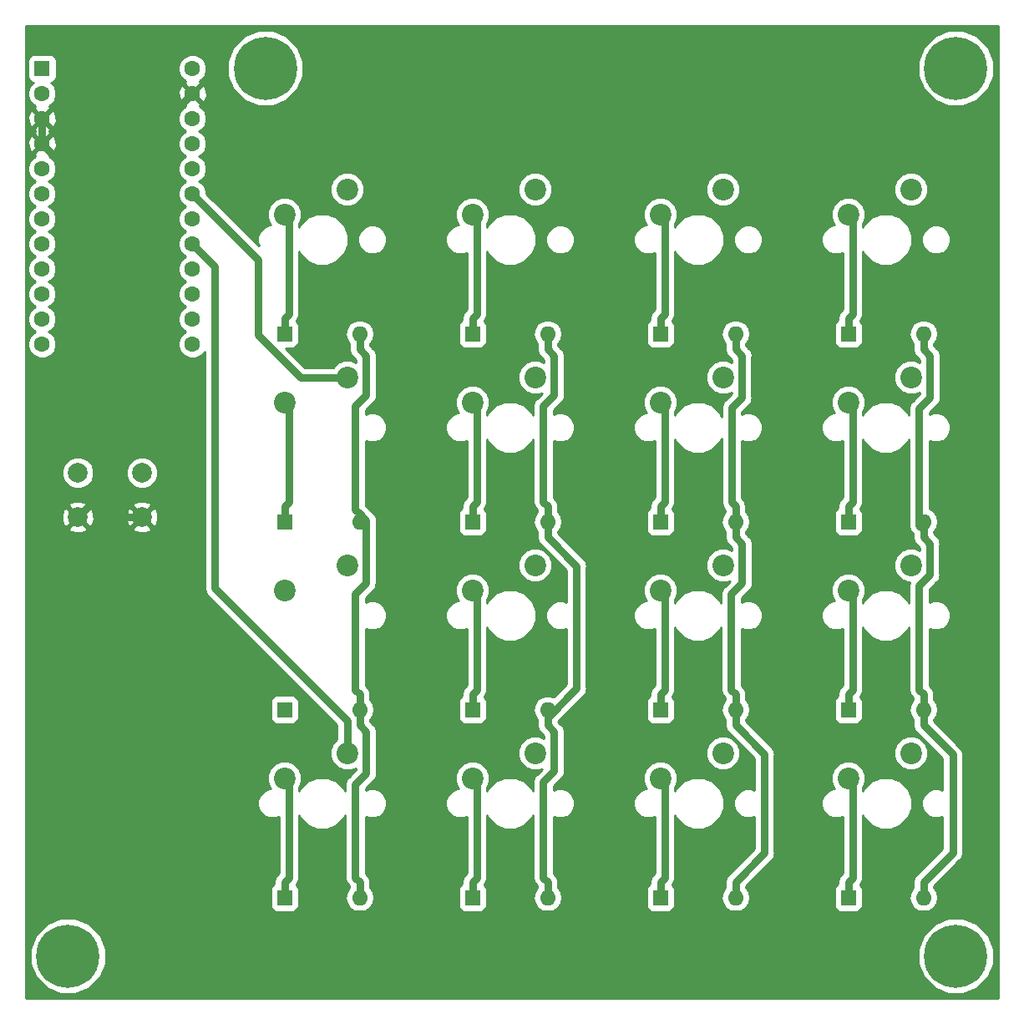
<source format=gbl>
G04 #@! TF.GenerationSoftware,KiCad,Pcbnew,(5.0.0)*
G04 #@! TF.CreationDate,2018-09-08T04:15:37+09:00*
G04 #@! TF.ProjectId,macro4x4,6D6163726F3478342E6B696361645F70,rev?*
G04 #@! TF.SameCoordinates,Original*
G04 #@! TF.FileFunction,Copper,L2,Bot,Signal*
G04 #@! TF.FilePolarity,Positive*
%FSLAX46Y46*%
G04 Gerber Fmt 4.6, Leading zero omitted, Abs format (unit mm)*
G04 Created by KiCad (PCBNEW (5.0.0)) date 09/08/18 04:15:37*
%MOMM*%
%LPD*%
G01*
G04 APERTURE LIST*
G04 #@! TA.AperFunction,ComponentPad*
%ADD10C,6.400000*%
G04 #@! TD*
G04 #@! TA.AperFunction,ComponentPad*
%ADD11R,1.600000X1.600000*%
G04 #@! TD*
G04 #@! TA.AperFunction,ComponentPad*
%ADD12O,1.600000X1.600000*%
G04 #@! TD*
G04 #@! TA.AperFunction,ComponentPad*
%ADD13C,2.200000*%
G04 #@! TD*
G04 #@! TA.AperFunction,ComponentPad*
%ADD14C,1.600000*%
G04 #@! TD*
G04 #@! TA.AperFunction,ComponentPad*
%ADD15C,2.000000*%
G04 #@! TD*
G04 #@! TA.AperFunction,Conductor*
%ADD16C,0.800000*%
G04 #@! TD*
G04 #@! TA.AperFunction,Conductor*
%ADD17C,0.254000*%
G04 #@! TD*
G04 APERTURE END LIST*
D10*
G04 #@! TO.P,m4,1*
G04 #@! TO.N,N/C*
X135000000Y-145000000D03*
G04 #@! TD*
G04 #@! TO.P,m3,1*
G04 #@! TO.N,N/C*
X135000000Y-55000000D03*
G04 #@! TD*
G04 #@! TO.P,m2,1*
G04 #@! TO.N,N/C*
X45000000Y-145000000D03*
G04 #@! TD*
D11*
G04 #@! TO.P,D1,1*
G04 #@! TO.N,Net-(D1-Pad1)*
X66950000Y-81915000D03*
D12*
G04 #@! TO.P,D1,2*
G04 #@! TO.N,COL0*
X74570000Y-81915000D03*
G04 #@! TD*
G04 #@! TO.P,D2,2*
G04 #@! TO.N,COL1*
X93620000Y-81915000D03*
D11*
G04 #@! TO.P,D2,1*
G04 #@! TO.N,Net-(D2-Pad1)*
X86000000Y-81915000D03*
G04 #@! TD*
G04 #@! TO.P,D3,1*
G04 #@! TO.N,Net-(D3-Pad1)*
X105050000Y-81915000D03*
D12*
G04 #@! TO.P,D3,2*
G04 #@! TO.N,COL2*
X112670000Y-81915000D03*
G04 #@! TD*
D11*
G04 #@! TO.P,D4,1*
G04 #@! TO.N,Net-(D4-Pad1)*
X124100000Y-81915000D03*
D12*
G04 #@! TO.P,D4,2*
G04 #@! TO.N,COL3*
X131720000Y-81915000D03*
G04 #@! TD*
D11*
G04 #@! TO.P,D5,1*
G04 #@! TO.N,Net-(D5-Pad1)*
X66950000Y-100965000D03*
D12*
G04 #@! TO.P,D5,2*
G04 #@! TO.N,COL0*
X74570000Y-100965000D03*
G04 #@! TD*
D11*
G04 #@! TO.P,D6,1*
G04 #@! TO.N,Net-(D6-Pad1)*
X86000000Y-100965000D03*
D12*
G04 #@! TO.P,D6,2*
G04 #@! TO.N,COL1*
X93620000Y-100965000D03*
G04 #@! TD*
G04 #@! TO.P,D7,2*
G04 #@! TO.N,COL2*
X112670000Y-100965000D03*
D11*
G04 #@! TO.P,D7,1*
G04 #@! TO.N,Net-(D7-Pad1)*
X105050000Y-100965000D03*
G04 #@! TD*
D12*
G04 #@! TO.P,D8,2*
G04 #@! TO.N,COL3*
X131720000Y-100965000D03*
D11*
G04 #@! TO.P,D8,1*
G04 #@! TO.N,Net-(D8-Pad1)*
X124100000Y-100965000D03*
G04 #@! TD*
D12*
G04 #@! TO.P,D9,2*
G04 #@! TO.N,COL0*
X74570000Y-120015000D03*
D11*
G04 #@! TO.P,D9,1*
G04 #@! TO.N,Net-(D9-Pad1)*
X66950000Y-120015000D03*
G04 #@! TD*
D12*
G04 #@! TO.P,D10,2*
G04 #@! TO.N,COL1*
X93620000Y-120015000D03*
D11*
G04 #@! TO.P,D10,1*
G04 #@! TO.N,Net-(D10-Pad1)*
X86000000Y-120015000D03*
G04 #@! TD*
G04 #@! TO.P,D11,1*
G04 #@! TO.N,Net-(D11-Pad1)*
X105050000Y-120015000D03*
D12*
G04 #@! TO.P,D11,2*
G04 #@! TO.N,COL2*
X112670000Y-120015000D03*
G04 #@! TD*
D11*
G04 #@! TO.P,D12,1*
G04 #@! TO.N,Net-(D12-Pad1)*
X124100000Y-120015000D03*
D12*
G04 #@! TO.P,D12,2*
G04 #@! TO.N,COL3*
X131720000Y-120015000D03*
G04 #@! TD*
G04 #@! TO.P,D13,2*
G04 #@! TO.N,COL0*
X74570000Y-139065000D03*
D11*
G04 #@! TO.P,D13,1*
G04 #@! TO.N,Net-(D13-Pad1)*
X66950000Y-139065000D03*
G04 #@! TD*
G04 #@! TO.P,D14,1*
G04 #@! TO.N,Net-(D14-Pad1)*
X86000000Y-139065000D03*
D12*
G04 #@! TO.P,D14,2*
G04 #@! TO.N,COL1*
X93620000Y-139065000D03*
G04 #@! TD*
G04 #@! TO.P,D15,2*
G04 #@! TO.N,COL2*
X112670000Y-139065000D03*
D11*
G04 #@! TO.P,D15,1*
G04 #@! TO.N,Net-(D15-Pad1)*
X105050000Y-139065000D03*
G04 #@! TD*
D12*
G04 #@! TO.P,D16,2*
G04 #@! TO.N,COL3*
X131720000Y-139065000D03*
D11*
G04 #@! TO.P,D16,1*
G04 #@! TO.N,Net-(D16-Pad1)*
X124100000Y-139065000D03*
G04 #@! TD*
D13*
G04 #@! TO.P,SW1,1*
G04 #@! TO.N,ROW0*
X73300000Y-67290000D03*
G04 #@! TO.P,SW1,2*
G04 #@! TO.N,Net-(D1-Pad1)*
X66950000Y-69830000D03*
G04 #@! TD*
G04 #@! TO.P,SW2,2*
G04 #@! TO.N,Net-(D2-Pad1)*
X86000000Y-69830000D03*
G04 #@! TO.P,SW2,1*
G04 #@! TO.N,ROW0*
X92350000Y-67290000D03*
G04 #@! TD*
G04 #@! TO.P,SW3,1*
G04 #@! TO.N,ROW0*
X111400000Y-67290000D03*
G04 #@! TO.P,SW3,2*
G04 #@! TO.N,Net-(D3-Pad1)*
X105050000Y-69830000D03*
G04 #@! TD*
G04 #@! TO.P,SW4,1*
G04 #@! TO.N,ROW0*
X130450000Y-67290000D03*
G04 #@! TO.P,SW4,2*
G04 #@! TO.N,Net-(D4-Pad1)*
X124100000Y-69830000D03*
G04 #@! TD*
G04 #@! TO.P,SW5,1*
G04 #@! TO.N,ROW1*
X73300000Y-86340000D03*
G04 #@! TO.P,SW5,2*
G04 #@! TO.N,Net-(D5-Pad1)*
X66950000Y-88880000D03*
G04 #@! TD*
G04 #@! TO.P,SW6,2*
G04 #@! TO.N,Net-(D6-Pad1)*
X86000000Y-88880000D03*
G04 #@! TO.P,SW6,1*
G04 #@! TO.N,ROW1*
X92350000Y-86340000D03*
G04 #@! TD*
G04 #@! TO.P,SW7,2*
G04 #@! TO.N,Net-(D7-Pad1)*
X105050000Y-88880000D03*
G04 #@! TO.P,SW7,1*
G04 #@! TO.N,ROW1*
X111400000Y-86340000D03*
G04 #@! TD*
G04 #@! TO.P,SW8,2*
G04 #@! TO.N,Net-(D8-Pad1)*
X124100000Y-88880000D03*
G04 #@! TO.P,SW8,1*
G04 #@! TO.N,ROW1*
X130450000Y-86340000D03*
G04 #@! TD*
G04 #@! TO.P,SW9,2*
G04 #@! TO.N,Net-(D9-Pad1)*
X66950000Y-107930000D03*
G04 #@! TO.P,SW9,1*
G04 #@! TO.N,ROW2*
X73300000Y-105390000D03*
G04 #@! TD*
G04 #@! TO.P,SW10,2*
G04 #@! TO.N,Net-(D10-Pad1)*
X86000000Y-107930000D03*
G04 #@! TO.P,SW10,1*
G04 #@! TO.N,ROW2*
X92350000Y-105390000D03*
G04 #@! TD*
G04 #@! TO.P,SW11,2*
G04 #@! TO.N,Net-(D11-Pad1)*
X105050000Y-107930000D03*
G04 #@! TO.P,SW11,1*
G04 #@! TO.N,ROW2*
X111400000Y-105390000D03*
G04 #@! TD*
G04 #@! TO.P,SW12,2*
G04 #@! TO.N,Net-(D12-Pad1)*
X124100000Y-107930000D03*
G04 #@! TO.P,SW12,1*
G04 #@! TO.N,ROW2*
X130450000Y-105390000D03*
G04 #@! TD*
G04 #@! TO.P,SW13,1*
G04 #@! TO.N,ROW3*
X73300000Y-124440000D03*
G04 #@! TO.P,SW13,2*
G04 #@! TO.N,Net-(D13-Pad1)*
X66950000Y-126980000D03*
G04 #@! TD*
G04 #@! TO.P,SW14,1*
G04 #@! TO.N,ROW3*
X92350000Y-124440000D03*
G04 #@! TO.P,SW14,2*
G04 #@! TO.N,Net-(D14-Pad1)*
X86000000Y-126980000D03*
G04 #@! TD*
G04 #@! TO.P,SW15,1*
G04 #@! TO.N,ROW3*
X111400000Y-124440000D03*
G04 #@! TO.P,SW15,2*
G04 #@! TO.N,Net-(D15-Pad1)*
X105050000Y-126980000D03*
G04 #@! TD*
G04 #@! TO.P,SW16,1*
G04 #@! TO.N,ROW3*
X130450000Y-124440000D03*
G04 #@! TO.P,SW16,2*
G04 #@! TO.N,Net-(D16-Pad1)*
X124100000Y-126980000D03*
G04 #@! TD*
D11*
G04 #@! TO.P,U1,1*
G04 #@! TO.N,Net-(U1-Pad1)*
X42380000Y-55030000D03*
D14*
G04 #@! TO.P,U1,2*
G04 #@! TO.N,Net-(U1-Pad2)*
X42380000Y-57570000D03*
G04 #@! TO.P,U1,3*
G04 #@! TO.N,GND*
X42380000Y-60110000D03*
G04 #@! TO.P,U1,4*
X42380000Y-62650000D03*
G04 #@! TO.P,U1,5*
G04 #@! TO.N,Net-(U1-Pad5)*
X42380000Y-65190000D03*
G04 #@! TO.P,U1,6*
G04 #@! TO.N,Net-(U1-Pad6)*
X42380000Y-67730000D03*
G04 #@! TO.P,U1,7*
G04 #@! TO.N,Net-(U1-Pad7)*
X42380000Y-70270000D03*
G04 #@! TO.P,U1,8*
G04 #@! TO.N,Net-(U1-Pad8)*
X42380000Y-72810000D03*
G04 #@! TO.P,U1,9*
G04 #@! TO.N,Net-(U1-Pad9)*
X42380000Y-75350000D03*
G04 #@! TO.P,U1,10*
G04 #@! TO.N,Net-(U1-Pad10)*
X42380000Y-77890000D03*
G04 #@! TO.P,U1,11*
G04 #@! TO.N,Net-(U1-Pad11)*
X42380000Y-80430000D03*
G04 #@! TO.P,U1,12*
G04 #@! TO.N,Net-(U1-Pad12)*
X42380000Y-82970000D03*
G04 #@! TO.P,U1,13*
G04 #@! TO.N,COL3*
X57620000Y-82970000D03*
G04 #@! TO.P,U1,14*
G04 #@! TO.N,COL2*
X57620000Y-80430000D03*
G04 #@! TO.P,U1,15*
G04 #@! TO.N,COL1*
X57620000Y-77890000D03*
G04 #@! TO.P,U1,16*
G04 #@! TO.N,COL0*
X57620000Y-75350000D03*
G04 #@! TO.P,U1,17*
G04 #@! TO.N,ROW3*
X57620000Y-72810000D03*
G04 #@! TO.P,U1,18*
G04 #@! TO.N,ROW2*
X57620000Y-70270000D03*
G04 #@! TO.P,U1,19*
G04 #@! TO.N,ROW1*
X57620000Y-67730000D03*
G04 #@! TO.P,U1,20*
G04 #@! TO.N,ROW0*
X57620000Y-65190000D03*
G04 #@! TO.P,U1,21*
G04 #@! TO.N,Net-(U1-Pad21)*
X57620000Y-62650000D03*
G04 #@! TO.P,U1,22*
G04 #@! TO.N,Net-(RST_SW1-Pad1)*
X57620000Y-60110000D03*
G04 #@! TO.P,U1,23*
G04 #@! TO.N,GND*
X57620000Y-57570000D03*
G04 #@! TO.P,U1,24*
G04 #@! TO.N,Net-(U1-Pad24)*
X57620000Y-55030000D03*
G04 #@! TD*
D10*
G04 #@! TO.P,m1,1*
G04 #@! TO.N,N/C*
X65000000Y-55000000D03*
G04 #@! TD*
D15*
G04 #@! TO.P,RST_SW1,2*
G04 #@! TO.N,GND*
X46000000Y-100500000D03*
G04 #@! TO.P,RST_SW1,1*
G04 #@! TO.N,Net-(RST_SW1-Pad1)*
X46000000Y-96000000D03*
G04 #@! TO.P,RST_SW1,2*
G04 #@! TO.N,GND*
X52500000Y-100500000D03*
G04 #@! TO.P,RST_SW1,1*
G04 #@! TO.N,Net-(RST_SW1-Pad1)*
X52500000Y-96000000D03*
G04 #@! TD*
D16*
G04 #@! TO.N,Net-(D1-Pad1)*
X66950000Y-81915000D02*
X66950000Y-80314700D01*
X66950000Y-69830000D02*
X67384400Y-70264400D01*
X67384400Y-70264400D02*
X67384400Y-79880300D01*
X67384400Y-79880300D02*
X66950000Y-80314700D01*
G04 #@! TO.N,COL0*
X74570000Y-120015000D02*
X74570000Y-121615300D01*
X74570000Y-139065000D02*
X74570000Y-137464700D01*
X74570000Y-137464700D02*
X74135600Y-137030300D01*
X74135600Y-137030300D02*
X74135600Y-127611100D01*
X74135600Y-127611100D02*
X75225600Y-126521100D01*
X75225600Y-126521100D02*
X75225600Y-122270900D01*
X75225600Y-122270900D02*
X74570000Y-121615300D01*
X74570000Y-100164800D02*
X75235400Y-100830200D01*
X75235400Y-100830200D02*
X75235400Y-107197800D01*
X75235400Y-107197800D02*
X74135600Y-108297600D01*
X74135600Y-108297600D02*
X74135600Y-117980300D01*
X74135600Y-117980300D02*
X74570000Y-118414700D01*
X74570000Y-120015000D02*
X74570000Y-118414700D01*
X74570000Y-100164800D02*
X74135600Y-99730400D01*
X74135600Y-99730400D02*
X74135600Y-89247600D01*
X74135600Y-89247600D02*
X75221100Y-88162100D01*
X75221100Y-88162100D02*
X75221100Y-84166400D01*
X75221100Y-84166400D02*
X74570000Y-83515300D01*
X74570000Y-100965000D02*
X74570000Y-100164800D01*
X74570000Y-81915000D02*
X74570000Y-83515300D01*
G04 #@! TO.N,Net-(D2-Pad1)*
X86000000Y-81915000D02*
X86000000Y-80314700D01*
X86000000Y-69830000D02*
X86434400Y-70264400D01*
X86434400Y-70264400D02*
X86434400Y-79880300D01*
X86434400Y-79880300D02*
X86000000Y-80314700D01*
G04 #@! TO.N,Net-(D3-Pad1)*
X105050000Y-81915000D02*
X105050000Y-80314700D01*
X105050000Y-69830000D02*
X105484400Y-70264400D01*
X105484400Y-70264400D02*
X105484400Y-79880300D01*
X105484400Y-79880300D02*
X105050000Y-80314700D01*
G04 #@! TO.N,Net-(D4-Pad1)*
X124100000Y-81915000D02*
X124100000Y-80314700D01*
X124100000Y-69830000D02*
X124534400Y-70264400D01*
X124534400Y-70264400D02*
X124534400Y-79880300D01*
X124534400Y-79880300D02*
X124100000Y-80314700D01*
G04 #@! TO.N,COL1*
X93620000Y-100965000D02*
X93620000Y-102565300D01*
X93620000Y-120815100D02*
X96543500Y-117891600D01*
X96543500Y-117891600D02*
X96543500Y-105488800D01*
X96543500Y-105488800D02*
X93620000Y-102565300D01*
X93620000Y-120815100D02*
X93620000Y-121615300D01*
X93620000Y-120015000D02*
X93620000Y-120815100D01*
X93620000Y-100965000D02*
X93620000Y-99364700D01*
X93620000Y-81915000D02*
X93620000Y-83515300D01*
X93620000Y-83515300D02*
X94271100Y-84166400D01*
X94271100Y-84166400D02*
X94271100Y-88162100D01*
X94271100Y-88162100D02*
X93185600Y-89247600D01*
X93185600Y-89247600D02*
X93185600Y-98930300D01*
X93185600Y-98930300D02*
X93620000Y-99364700D01*
X93620000Y-139065000D02*
X93620000Y-137464700D01*
X93620000Y-121615300D02*
X94271100Y-122266400D01*
X94271100Y-122266400D02*
X94271100Y-126262100D01*
X94271100Y-126262100D02*
X93185600Y-127347600D01*
X93185600Y-127347600D02*
X93185600Y-137030300D01*
X93185600Y-137030300D02*
X93620000Y-137464700D01*
G04 #@! TO.N,Net-(D5-Pad1)*
X66950000Y-100965000D02*
X66950000Y-99364700D01*
X66950000Y-88880000D02*
X67384400Y-89314400D01*
X67384400Y-89314400D02*
X67384400Y-98930300D01*
X67384400Y-98930300D02*
X66950000Y-99364700D01*
G04 #@! TO.N,Net-(D6-Pad1)*
X86000000Y-100965000D02*
X86000000Y-99364700D01*
X86000000Y-88880000D02*
X86434400Y-89314400D01*
X86434400Y-89314400D02*
X86434400Y-98930300D01*
X86434400Y-98930300D02*
X86000000Y-99364700D01*
G04 #@! TO.N,Net-(D7-Pad1)*
X105050000Y-100965000D02*
X105050000Y-99364700D01*
X105050000Y-88880000D02*
X105484400Y-89314400D01*
X105484400Y-89314400D02*
X105484400Y-98930300D01*
X105484400Y-98930300D02*
X105050000Y-99364700D01*
G04 #@! TO.N,Net-(D8-Pad1)*
X124100000Y-100965000D02*
X124100000Y-99364700D01*
X124100000Y-88880000D02*
X124534400Y-89314400D01*
X124534400Y-89314400D02*
X124534400Y-98930300D01*
X124534400Y-98930300D02*
X124100000Y-99364700D01*
G04 #@! TO.N,COL2*
X112670000Y-100965000D02*
X112670000Y-99364700D01*
X112670000Y-120015000D02*
X112670000Y-118414700D01*
X112670000Y-100965000D02*
X112670000Y-102565300D01*
X112670000Y-102565300D02*
X113321100Y-103216400D01*
X113321100Y-103216400D02*
X113321100Y-107212100D01*
X113321100Y-107212100D02*
X112235600Y-108297600D01*
X112235600Y-108297600D02*
X112235600Y-117980300D01*
X112235600Y-117980300D02*
X112670000Y-118414700D01*
X112670000Y-83515300D02*
X113312900Y-84158200D01*
X113312900Y-84158200D02*
X113312900Y-88394000D01*
X113312900Y-88394000D02*
X112283500Y-89423400D01*
X112283500Y-89423400D02*
X112283500Y-98978200D01*
X112283500Y-98978200D02*
X112670000Y-99364700D01*
X112670000Y-81915000D02*
X112670000Y-83515300D01*
X112670000Y-120015000D02*
X112670000Y-121615300D01*
X112670000Y-121615300D02*
X115593500Y-124538800D01*
X115593500Y-124538800D02*
X115593500Y-134541200D01*
X115593500Y-134541200D02*
X112670000Y-137464700D01*
X112670000Y-139065000D02*
X112670000Y-137464700D01*
G04 #@! TO.N,Net-(D10-Pad1)*
X86000000Y-120015000D02*
X86000000Y-118414700D01*
X86000000Y-107930000D02*
X86434400Y-108364400D01*
X86434400Y-108364400D02*
X86434400Y-117980300D01*
X86434400Y-117980300D02*
X86000000Y-118414700D01*
G04 #@! TO.N,Net-(D11-Pad1)*
X105050000Y-120015000D02*
X105050000Y-118414700D01*
X105050000Y-107930000D02*
X105484400Y-108364400D01*
X105484400Y-108364400D02*
X105484400Y-117980300D01*
X105484400Y-117980300D02*
X105050000Y-118414700D01*
G04 #@! TO.N,Net-(D12-Pad1)*
X124100000Y-120015000D02*
X124100000Y-118414700D01*
X124100000Y-107930000D02*
X124534400Y-108364400D01*
X124534400Y-108364400D02*
X124534400Y-117980300D01*
X124534400Y-117980300D02*
X124100000Y-118414700D01*
G04 #@! TO.N,Net-(D13-Pad1)*
X66950000Y-139065000D02*
X66950000Y-137464700D01*
X66950000Y-126980000D02*
X67384400Y-127414400D01*
X67384400Y-127414400D02*
X67384400Y-137030300D01*
X67384400Y-137030300D02*
X66950000Y-137464700D01*
G04 #@! TO.N,COL3*
X131720000Y-81915000D02*
X131720000Y-83515300D01*
X131720000Y-101765100D02*
X131285600Y-101330700D01*
X131285600Y-101330700D02*
X131285600Y-89511100D01*
X131285600Y-89511100D02*
X132369100Y-88427600D01*
X132369100Y-88427600D02*
X132369100Y-84164400D01*
X132369100Y-84164400D02*
X131720000Y-83515300D01*
X131720000Y-101765100D02*
X131720000Y-102565300D01*
X131720000Y-100965000D02*
X131720000Y-101765100D01*
X131720000Y-120015000D02*
X131720000Y-118414700D01*
X131720000Y-102565300D02*
X132354700Y-103200000D01*
X132354700Y-103200000D02*
X132354700Y-106334200D01*
X132354700Y-106334200D02*
X131285600Y-107403300D01*
X131285600Y-107403300D02*
X131285600Y-117980300D01*
X131285600Y-117980300D02*
X131720000Y-118414700D01*
X131720000Y-120015000D02*
X131720000Y-121615300D01*
X131720000Y-139065000D02*
X131720000Y-137464700D01*
X131720000Y-137464700D02*
X134673900Y-134510800D01*
X134673900Y-134510800D02*
X134673900Y-124569200D01*
X134673900Y-124569200D02*
X131720000Y-121615300D01*
G04 #@! TO.N,Net-(D14-Pad1)*
X86000000Y-139065000D02*
X86000000Y-137464700D01*
X86000000Y-126980000D02*
X86434400Y-127414400D01*
X86434400Y-127414400D02*
X86434400Y-137030300D01*
X86434400Y-137030300D02*
X86000000Y-137464700D01*
G04 #@! TO.N,Net-(D15-Pad1)*
X105050000Y-139065000D02*
X105050000Y-137464700D01*
X105050000Y-126980000D02*
X105484400Y-127414400D01*
X105484400Y-127414400D02*
X105484400Y-137030300D01*
X105484400Y-137030300D02*
X105050000Y-137464700D01*
G04 #@! TO.N,Net-(D16-Pad1)*
X124100000Y-139065000D02*
X124100000Y-137464700D01*
X124100000Y-126980000D02*
X124534400Y-127414400D01*
X124534400Y-127414400D02*
X124534400Y-137030300D01*
X124534400Y-137030300D02*
X124100000Y-137464700D01*
G04 #@! TO.N,ROW1*
X57620000Y-67730000D02*
X64273100Y-74383100D01*
X64273100Y-74383100D02*
X64273100Y-82015500D01*
X64273100Y-82015500D02*
X68597600Y-86340000D01*
X68597600Y-86340000D02*
X73300000Y-86340000D01*
G04 #@! TO.N,ROW3*
X57620000Y-72810000D02*
X59877900Y-75067900D01*
X59877900Y-75067900D02*
X59877900Y-107727700D01*
X59877900Y-107727700D02*
X73300000Y-121149800D01*
X73300000Y-121149800D02*
X73300000Y-124440000D01*
G04 #@! TO.N,GND*
X47460000Y-67730000D02*
X42380000Y-62650000D01*
X47837100Y-98662900D02*
X47837100Y-68107100D01*
X47837100Y-68107100D02*
X47460000Y-67730000D01*
X57620000Y-57570000D02*
X47460000Y-67730000D01*
X46000000Y-100500000D02*
X47837100Y-98662900D01*
X52500000Y-100500000D02*
X49674200Y-100500000D01*
X49674200Y-100500000D02*
X47837100Y-98662900D01*
X42380000Y-60110000D02*
X42380000Y-62650000D01*
G04 #@! TD*
D17*
G04 #@! TO.N,GND*
G36*
X139290001Y-149290000D02*
X40710000Y-149290000D01*
X40710000Y-144237171D01*
X41165000Y-144237171D01*
X41165000Y-145762829D01*
X41748844Y-147172353D01*
X42827647Y-148251156D01*
X44237171Y-148835000D01*
X45762829Y-148835000D01*
X47172353Y-148251156D01*
X48251156Y-147172353D01*
X48835000Y-145762829D01*
X48835000Y-144237171D01*
X131165000Y-144237171D01*
X131165000Y-145762829D01*
X131748844Y-147172353D01*
X132827647Y-148251156D01*
X134237171Y-148835000D01*
X135762829Y-148835000D01*
X137172353Y-148251156D01*
X138251156Y-147172353D01*
X138835000Y-145762829D01*
X138835000Y-144237171D01*
X138251156Y-142827647D01*
X137172353Y-141748844D01*
X135762829Y-141165000D01*
X134237171Y-141165000D01*
X132827647Y-141748844D01*
X131748844Y-142827647D01*
X131165000Y-144237171D01*
X48835000Y-144237171D01*
X48251156Y-142827647D01*
X47172353Y-141748844D01*
X45762829Y-141165000D01*
X44237171Y-141165000D01*
X42827647Y-141748844D01*
X41748844Y-142827647D01*
X41165000Y-144237171D01*
X40710000Y-144237171D01*
X40710000Y-119215000D01*
X65502560Y-119215000D01*
X65502560Y-120815000D01*
X65551843Y-121062765D01*
X65692191Y-121272809D01*
X65902235Y-121413157D01*
X66150000Y-121462440D01*
X67750000Y-121462440D01*
X67997765Y-121413157D01*
X68207809Y-121272809D01*
X68348157Y-121062765D01*
X68397440Y-120815000D01*
X68397440Y-119215000D01*
X68348157Y-118967235D01*
X68207809Y-118757191D01*
X67997765Y-118616843D01*
X67750000Y-118567560D01*
X66150000Y-118567560D01*
X65902235Y-118616843D01*
X65692191Y-118757191D01*
X65551843Y-118967235D01*
X65502560Y-119215000D01*
X40710000Y-119215000D01*
X40710000Y-101652532D01*
X45027073Y-101652532D01*
X45125736Y-101919387D01*
X45735461Y-102145908D01*
X46385460Y-102121856D01*
X46874264Y-101919387D01*
X46972927Y-101652532D01*
X51527073Y-101652532D01*
X51625736Y-101919387D01*
X52235461Y-102145908D01*
X52885460Y-102121856D01*
X53374264Y-101919387D01*
X53472927Y-101652532D01*
X52500000Y-100679605D01*
X51527073Y-101652532D01*
X46972927Y-101652532D01*
X46000000Y-100679605D01*
X45027073Y-101652532D01*
X40710000Y-101652532D01*
X40710000Y-100235461D01*
X44354092Y-100235461D01*
X44378144Y-100885460D01*
X44580613Y-101374264D01*
X44847468Y-101472927D01*
X45820395Y-100500000D01*
X46179605Y-100500000D01*
X47152532Y-101472927D01*
X47419387Y-101374264D01*
X47645908Y-100764539D01*
X47626331Y-100235461D01*
X50854092Y-100235461D01*
X50878144Y-100885460D01*
X51080613Y-101374264D01*
X51347468Y-101472927D01*
X52320395Y-100500000D01*
X52679605Y-100500000D01*
X53652532Y-101472927D01*
X53919387Y-101374264D01*
X54145908Y-100764539D01*
X54121856Y-100114540D01*
X53919387Y-99625736D01*
X53652532Y-99527073D01*
X52679605Y-100500000D01*
X52320395Y-100500000D01*
X51347468Y-99527073D01*
X51080613Y-99625736D01*
X50854092Y-100235461D01*
X47626331Y-100235461D01*
X47621856Y-100114540D01*
X47419387Y-99625736D01*
X47152532Y-99527073D01*
X46179605Y-100500000D01*
X45820395Y-100500000D01*
X44847468Y-99527073D01*
X44580613Y-99625736D01*
X44354092Y-100235461D01*
X40710000Y-100235461D01*
X40710000Y-99347468D01*
X45027073Y-99347468D01*
X46000000Y-100320395D01*
X46972927Y-99347468D01*
X51527073Y-99347468D01*
X52500000Y-100320395D01*
X53472927Y-99347468D01*
X53374264Y-99080613D01*
X52764539Y-98854092D01*
X52114540Y-98878144D01*
X51625736Y-99080613D01*
X51527073Y-99347468D01*
X46972927Y-99347468D01*
X46874264Y-99080613D01*
X46264539Y-98854092D01*
X45614540Y-98878144D01*
X45125736Y-99080613D01*
X45027073Y-99347468D01*
X40710000Y-99347468D01*
X40710000Y-95674778D01*
X44365000Y-95674778D01*
X44365000Y-96325222D01*
X44613914Y-96926153D01*
X45073847Y-97386086D01*
X45674778Y-97635000D01*
X46325222Y-97635000D01*
X46926153Y-97386086D01*
X47386086Y-96926153D01*
X47635000Y-96325222D01*
X47635000Y-95674778D01*
X50865000Y-95674778D01*
X50865000Y-96325222D01*
X51113914Y-96926153D01*
X51573847Y-97386086D01*
X52174778Y-97635000D01*
X52825222Y-97635000D01*
X53426153Y-97386086D01*
X53886086Y-96926153D01*
X54135000Y-96325222D01*
X54135000Y-95674778D01*
X53886086Y-95073847D01*
X53426153Y-94613914D01*
X52825222Y-94365000D01*
X52174778Y-94365000D01*
X51573847Y-94613914D01*
X51113914Y-95073847D01*
X50865000Y-95674778D01*
X47635000Y-95674778D01*
X47386086Y-95073847D01*
X46926153Y-94613914D01*
X46325222Y-94365000D01*
X45674778Y-94365000D01*
X45073847Y-94613914D01*
X44613914Y-95073847D01*
X44365000Y-95674778D01*
X40710000Y-95674778D01*
X40710000Y-64904561D01*
X40945000Y-64904561D01*
X40945000Y-65475439D01*
X41163466Y-66002862D01*
X41567138Y-66406534D01*
X41696216Y-66460000D01*
X41567138Y-66513466D01*
X41163466Y-66917138D01*
X40945000Y-67444561D01*
X40945000Y-68015439D01*
X41163466Y-68542862D01*
X41567138Y-68946534D01*
X41696216Y-69000000D01*
X41567138Y-69053466D01*
X41163466Y-69457138D01*
X40945000Y-69984561D01*
X40945000Y-70555439D01*
X41163466Y-71082862D01*
X41567138Y-71486534D01*
X41696216Y-71540000D01*
X41567138Y-71593466D01*
X41163466Y-71997138D01*
X40945000Y-72524561D01*
X40945000Y-73095439D01*
X41163466Y-73622862D01*
X41567138Y-74026534D01*
X41696216Y-74080000D01*
X41567138Y-74133466D01*
X41163466Y-74537138D01*
X40945000Y-75064561D01*
X40945000Y-75635439D01*
X41163466Y-76162862D01*
X41567138Y-76566534D01*
X41696216Y-76620000D01*
X41567138Y-76673466D01*
X41163466Y-77077138D01*
X40945000Y-77604561D01*
X40945000Y-78175439D01*
X41163466Y-78702862D01*
X41567138Y-79106534D01*
X41696216Y-79160000D01*
X41567138Y-79213466D01*
X41163466Y-79617138D01*
X40945000Y-80144561D01*
X40945000Y-80715439D01*
X41163466Y-81242862D01*
X41567138Y-81646534D01*
X41696216Y-81700000D01*
X41567138Y-81753466D01*
X41163466Y-82157138D01*
X40945000Y-82684561D01*
X40945000Y-83255439D01*
X41163466Y-83782862D01*
X41567138Y-84186534D01*
X42094561Y-84405000D01*
X42665439Y-84405000D01*
X43192862Y-84186534D01*
X43596534Y-83782862D01*
X43815000Y-83255439D01*
X43815000Y-82684561D01*
X43596534Y-82157138D01*
X43192862Y-81753466D01*
X43063784Y-81700000D01*
X43192862Y-81646534D01*
X43596534Y-81242862D01*
X43815000Y-80715439D01*
X43815000Y-80144561D01*
X43596534Y-79617138D01*
X43192862Y-79213466D01*
X43063784Y-79160000D01*
X43192862Y-79106534D01*
X43596534Y-78702862D01*
X43815000Y-78175439D01*
X43815000Y-77604561D01*
X43596534Y-77077138D01*
X43192862Y-76673466D01*
X43063784Y-76620000D01*
X43192862Y-76566534D01*
X43596534Y-76162862D01*
X43815000Y-75635439D01*
X43815000Y-75064561D01*
X43596534Y-74537138D01*
X43192862Y-74133466D01*
X43063784Y-74080000D01*
X43192862Y-74026534D01*
X43596534Y-73622862D01*
X43815000Y-73095439D01*
X43815000Y-72524561D01*
X43596534Y-71997138D01*
X43192862Y-71593466D01*
X43063784Y-71540000D01*
X43192862Y-71486534D01*
X43596534Y-71082862D01*
X43815000Y-70555439D01*
X43815000Y-69984561D01*
X43596534Y-69457138D01*
X43192862Y-69053466D01*
X43063784Y-69000000D01*
X43192862Y-68946534D01*
X43596534Y-68542862D01*
X43815000Y-68015439D01*
X43815000Y-67444561D01*
X43596534Y-66917138D01*
X43192862Y-66513466D01*
X43063784Y-66460000D01*
X43192862Y-66406534D01*
X43596534Y-66002862D01*
X43815000Y-65475439D01*
X43815000Y-64904561D01*
X43596534Y-64377138D01*
X43192862Y-63973466D01*
X43079417Y-63926475D01*
X43134005Y-63903864D01*
X43208139Y-63657745D01*
X42380000Y-62829605D01*
X41551861Y-63657745D01*
X41625995Y-63903864D01*
X41684448Y-63924874D01*
X41567138Y-63973466D01*
X41163466Y-64377138D01*
X40945000Y-64904561D01*
X40710000Y-64904561D01*
X40710000Y-62433223D01*
X40933035Y-62433223D01*
X40960222Y-63003454D01*
X41126136Y-63404005D01*
X41372255Y-63478139D01*
X42200395Y-62650000D01*
X42559605Y-62650000D01*
X43387745Y-63478139D01*
X43633864Y-63404005D01*
X43826965Y-62866777D01*
X43799778Y-62296546D01*
X43633864Y-61895995D01*
X43387745Y-61821861D01*
X42559605Y-62650000D01*
X42200395Y-62650000D01*
X41372255Y-61821861D01*
X41126136Y-61895995D01*
X40933035Y-62433223D01*
X40710000Y-62433223D01*
X40710000Y-61117745D01*
X41551861Y-61117745D01*
X41625995Y-61363864D01*
X41667709Y-61378858D01*
X41625995Y-61396136D01*
X41551861Y-61642255D01*
X42380000Y-62470395D01*
X43208139Y-61642255D01*
X43134005Y-61396136D01*
X43092291Y-61381142D01*
X43134005Y-61363864D01*
X43208139Y-61117745D01*
X42380000Y-60289605D01*
X41551861Y-61117745D01*
X40710000Y-61117745D01*
X40710000Y-59893223D01*
X40933035Y-59893223D01*
X40960222Y-60463454D01*
X41126136Y-60864005D01*
X41372255Y-60938139D01*
X42200395Y-60110000D01*
X42559605Y-60110000D01*
X43387745Y-60938139D01*
X43633864Y-60864005D01*
X43826965Y-60326777D01*
X43803021Y-59824561D01*
X56185000Y-59824561D01*
X56185000Y-60395439D01*
X56403466Y-60922862D01*
X56807138Y-61326534D01*
X56936216Y-61380000D01*
X56807138Y-61433466D01*
X56403466Y-61837138D01*
X56185000Y-62364561D01*
X56185000Y-62935439D01*
X56403466Y-63462862D01*
X56807138Y-63866534D01*
X56936216Y-63920000D01*
X56807138Y-63973466D01*
X56403466Y-64377138D01*
X56185000Y-64904561D01*
X56185000Y-65475439D01*
X56403466Y-66002862D01*
X56807138Y-66406534D01*
X56936216Y-66460000D01*
X56807138Y-66513466D01*
X56403466Y-66917138D01*
X56185000Y-67444561D01*
X56185000Y-68015439D01*
X56403466Y-68542862D01*
X56807138Y-68946534D01*
X56936216Y-69000000D01*
X56807138Y-69053466D01*
X56403466Y-69457138D01*
X56185000Y-69984561D01*
X56185000Y-70555439D01*
X56403466Y-71082862D01*
X56807138Y-71486534D01*
X56936216Y-71540000D01*
X56807138Y-71593466D01*
X56403466Y-71997138D01*
X56185000Y-72524561D01*
X56185000Y-73095439D01*
X56403466Y-73622862D01*
X56807138Y-74026534D01*
X56936216Y-74080000D01*
X56807138Y-74133466D01*
X56403466Y-74537138D01*
X56185000Y-75064561D01*
X56185000Y-75635439D01*
X56403466Y-76162862D01*
X56807138Y-76566534D01*
X56936216Y-76620000D01*
X56807138Y-76673466D01*
X56403466Y-77077138D01*
X56185000Y-77604561D01*
X56185000Y-78175439D01*
X56403466Y-78702862D01*
X56807138Y-79106534D01*
X56936216Y-79160000D01*
X56807138Y-79213466D01*
X56403466Y-79617138D01*
X56185000Y-80144561D01*
X56185000Y-80715439D01*
X56403466Y-81242862D01*
X56807138Y-81646534D01*
X56936216Y-81700000D01*
X56807138Y-81753466D01*
X56403466Y-82157138D01*
X56185000Y-82684561D01*
X56185000Y-83255439D01*
X56403466Y-83782862D01*
X56807138Y-84186534D01*
X57334561Y-84405000D01*
X57905439Y-84405000D01*
X58432862Y-84186534D01*
X58836534Y-83782862D01*
X58842900Y-83767492D01*
X58842901Y-107625761D01*
X58822624Y-107727700D01*
X58902952Y-108131536D01*
X58984163Y-108253076D01*
X59131708Y-108473893D01*
X59218125Y-108531635D01*
X72265000Y-121578511D01*
X72265001Y-123021338D01*
X71829138Y-123457201D01*
X71565000Y-124094887D01*
X71565000Y-124785113D01*
X71829138Y-125422799D01*
X72317201Y-125910862D01*
X72954887Y-126175000D01*
X73645113Y-126175000D01*
X74190600Y-125949052D01*
X74190600Y-126092389D01*
X73475825Y-126807165D01*
X73389408Y-126864907D01*
X73331666Y-126951324D01*
X73160652Y-127207264D01*
X73080324Y-127611100D01*
X73100601Y-127713039D01*
X73100601Y-128285124D01*
X72993845Y-128027392D01*
X72252608Y-127286155D01*
X71284134Y-126885000D01*
X70235866Y-126885000D01*
X69267392Y-127286155D01*
X68526155Y-128027392D01*
X68419400Y-128285121D01*
X68419400Y-127964261D01*
X68420862Y-127962799D01*
X68685000Y-127325113D01*
X68685000Y-126634887D01*
X68420862Y-125997201D01*
X67932799Y-125509138D01*
X67295113Y-125245000D01*
X66604887Y-125245000D01*
X65967201Y-125509138D01*
X65479138Y-125997201D01*
X65215000Y-126634887D01*
X65215000Y-127325113D01*
X65479138Y-127962799D01*
X65551339Y-128035000D01*
X65384615Y-128035000D01*
X64838815Y-128261078D01*
X64421078Y-128678815D01*
X64195000Y-129224615D01*
X64195000Y-129815385D01*
X64421078Y-130361185D01*
X64838815Y-130778922D01*
X65384615Y-131005000D01*
X65975385Y-131005000D01*
X66349400Y-130850078D01*
X66349401Y-136601589D01*
X66290225Y-136660765D01*
X66203808Y-136718507D01*
X66146066Y-136804924D01*
X65975052Y-137060864D01*
X65894724Y-137464700D01*
X65915001Y-137566639D01*
X65915001Y-137664304D01*
X65902235Y-137666843D01*
X65692191Y-137807191D01*
X65551843Y-138017235D01*
X65502560Y-138265000D01*
X65502560Y-139865000D01*
X65551843Y-140112765D01*
X65692191Y-140322809D01*
X65902235Y-140463157D01*
X66150000Y-140512440D01*
X67750000Y-140512440D01*
X67997765Y-140463157D01*
X68207809Y-140322809D01*
X68348157Y-140112765D01*
X68397440Y-139865000D01*
X68397440Y-138265000D01*
X68348157Y-138017235D01*
X68207809Y-137807191D01*
X68140246Y-137762046D01*
X68359348Y-137434137D01*
X68419400Y-137132235D01*
X68419400Y-137132230D01*
X68439675Y-137030301D01*
X68419400Y-136928371D01*
X68419400Y-130754879D01*
X68526155Y-131012608D01*
X69267392Y-131753845D01*
X70235866Y-132155000D01*
X71284134Y-132155000D01*
X72252608Y-131753845D01*
X72993845Y-131012608D01*
X73100601Y-130754878D01*
X73100600Y-136928366D01*
X73080324Y-137030300D01*
X73100600Y-137132234D01*
X73160652Y-137434136D01*
X73389407Y-137776493D01*
X73475827Y-137834237D01*
X73535001Y-137893411D01*
X73535001Y-138031055D01*
X73218260Y-138505091D01*
X73106887Y-139065000D01*
X73218260Y-139624909D01*
X73535423Y-140099577D01*
X74010091Y-140416740D01*
X74428667Y-140500000D01*
X74711333Y-140500000D01*
X75129909Y-140416740D01*
X75604577Y-140099577D01*
X75921740Y-139624909D01*
X76033113Y-139065000D01*
X75921740Y-138505091D01*
X75605000Y-138031056D01*
X75605000Y-137566629D01*
X75625275Y-137464699D01*
X75605000Y-137362770D01*
X75605000Y-137362765D01*
X75544948Y-137060863D01*
X75316193Y-136718507D01*
X75229773Y-136660763D01*
X75170600Y-136601590D01*
X75170600Y-130850078D01*
X75544615Y-131005000D01*
X76135385Y-131005000D01*
X76681185Y-130778922D01*
X77098922Y-130361185D01*
X77325000Y-129815385D01*
X77325000Y-129224615D01*
X77098922Y-128678815D01*
X76681185Y-128261078D01*
X76135385Y-128035000D01*
X75544615Y-128035000D01*
X75170600Y-128189922D01*
X75170600Y-128039810D01*
X75885376Y-127325035D01*
X75971793Y-127267293D01*
X76200548Y-126924937D01*
X76260600Y-126623035D01*
X76260600Y-126623034D01*
X76280876Y-126521100D01*
X76260600Y-126419166D01*
X76260600Y-122372829D01*
X76280875Y-122270899D01*
X76260600Y-122168970D01*
X76260600Y-122168965D01*
X76200548Y-121867063D01*
X75971793Y-121524707D01*
X75885373Y-121466963D01*
X75605000Y-121186590D01*
X75605000Y-121048944D01*
X75921740Y-120574909D01*
X76033113Y-120015000D01*
X75921740Y-119455091D01*
X75605000Y-118981056D01*
X75605000Y-118516629D01*
X75625275Y-118414699D01*
X75605000Y-118312770D01*
X75605000Y-118312765D01*
X75544948Y-118010863D01*
X75316193Y-117668507D01*
X75229773Y-117610763D01*
X75170600Y-117551590D01*
X75170600Y-111800078D01*
X75544615Y-111955000D01*
X76135385Y-111955000D01*
X76681185Y-111728922D01*
X77098922Y-111311185D01*
X77325000Y-110765385D01*
X77325000Y-110174615D01*
X83245000Y-110174615D01*
X83245000Y-110765385D01*
X83471078Y-111311185D01*
X83888815Y-111728922D01*
X84434615Y-111955000D01*
X85025385Y-111955000D01*
X85399400Y-111800078D01*
X85399401Y-117551589D01*
X85340225Y-117610765D01*
X85253808Y-117668507D01*
X85196066Y-117754924D01*
X85025052Y-118010864D01*
X84944724Y-118414700D01*
X84965001Y-118516639D01*
X84965001Y-118614304D01*
X84952235Y-118616843D01*
X84742191Y-118757191D01*
X84601843Y-118967235D01*
X84552560Y-119215000D01*
X84552560Y-120815000D01*
X84601843Y-121062765D01*
X84742191Y-121272809D01*
X84952235Y-121413157D01*
X85200000Y-121462440D01*
X86800000Y-121462440D01*
X87047765Y-121413157D01*
X87257809Y-121272809D01*
X87398157Y-121062765D01*
X87447440Y-120815000D01*
X87447440Y-119215000D01*
X87398157Y-118967235D01*
X87257809Y-118757191D01*
X87190246Y-118712046D01*
X87409348Y-118384137D01*
X87469400Y-118082235D01*
X87469400Y-118082230D01*
X87489675Y-117980301D01*
X87469400Y-117878371D01*
X87469400Y-111704879D01*
X87576155Y-111962608D01*
X88317392Y-112703845D01*
X89285866Y-113105000D01*
X90334134Y-113105000D01*
X91302608Y-112703845D01*
X92043845Y-111962608D01*
X92445000Y-110994134D01*
X92445000Y-109945866D01*
X92043845Y-108977392D01*
X91302608Y-108236155D01*
X90334134Y-107835000D01*
X89285866Y-107835000D01*
X88317392Y-108236155D01*
X87576155Y-108977392D01*
X87469400Y-109235121D01*
X87469400Y-108914261D01*
X87470862Y-108912799D01*
X87735000Y-108275113D01*
X87735000Y-107584887D01*
X87470862Y-106947201D01*
X86982799Y-106459138D01*
X86345113Y-106195000D01*
X85654887Y-106195000D01*
X85017201Y-106459138D01*
X84529138Y-106947201D01*
X84265000Y-107584887D01*
X84265000Y-108275113D01*
X84529138Y-108912799D01*
X84601339Y-108985000D01*
X84434615Y-108985000D01*
X83888815Y-109211078D01*
X83471078Y-109628815D01*
X83245000Y-110174615D01*
X77325000Y-110174615D01*
X77098922Y-109628815D01*
X76681185Y-109211078D01*
X76135385Y-108985000D01*
X75544615Y-108985000D01*
X75170600Y-109139922D01*
X75170600Y-108726310D01*
X75895176Y-108001735D01*
X75981593Y-107943993D01*
X76210348Y-107601637D01*
X76252554Y-107389452D01*
X76290676Y-107197801D01*
X76270400Y-107095866D01*
X76270400Y-105044887D01*
X90615000Y-105044887D01*
X90615000Y-105735113D01*
X90879138Y-106372799D01*
X91367201Y-106860862D01*
X92004887Y-107125000D01*
X92695113Y-107125000D01*
X93332799Y-106860862D01*
X93820862Y-106372799D01*
X94085000Y-105735113D01*
X94085000Y-105044887D01*
X93820862Y-104407201D01*
X93332799Y-103919138D01*
X92695113Y-103655000D01*
X92004887Y-103655000D01*
X91367201Y-103919138D01*
X90879138Y-104407201D01*
X90615000Y-105044887D01*
X76270400Y-105044887D01*
X76270400Y-100932134D01*
X76290676Y-100830200D01*
X76265842Y-100705348D01*
X76210348Y-100426363D01*
X75981593Y-100084007D01*
X75895176Y-100026265D01*
X75373937Y-99505026D01*
X75316193Y-99418607D01*
X75229773Y-99360863D01*
X75170600Y-99301690D01*
X75170600Y-92750078D01*
X75544615Y-92905000D01*
X76135385Y-92905000D01*
X76681185Y-92678922D01*
X77098922Y-92261185D01*
X77325000Y-91715385D01*
X77325000Y-91124615D01*
X83245000Y-91124615D01*
X83245000Y-91715385D01*
X83471078Y-92261185D01*
X83888815Y-92678922D01*
X84434615Y-92905000D01*
X85025385Y-92905000D01*
X85399400Y-92750078D01*
X85399401Y-98501589D01*
X85340225Y-98560765D01*
X85253808Y-98618507D01*
X85196066Y-98704924D01*
X85025052Y-98960864D01*
X84944724Y-99364700D01*
X84965001Y-99466639D01*
X84965001Y-99564304D01*
X84952235Y-99566843D01*
X84742191Y-99707191D01*
X84601843Y-99917235D01*
X84552560Y-100165000D01*
X84552560Y-101765000D01*
X84601843Y-102012765D01*
X84742191Y-102222809D01*
X84952235Y-102363157D01*
X85200000Y-102412440D01*
X86800000Y-102412440D01*
X87047765Y-102363157D01*
X87257809Y-102222809D01*
X87398157Y-102012765D01*
X87447440Y-101765000D01*
X87447440Y-100165000D01*
X87398157Y-99917235D01*
X87257809Y-99707191D01*
X87190246Y-99662046D01*
X87409348Y-99334137D01*
X87469400Y-99032235D01*
X87469400Y-99032230D01*
X87489675Y-98930301D01*
X87469400Y-98828371D01*
X87469400Y-92654879D01*
X87576155Y-92912608D01*
X88317392Y-93653845D01*
X89285866Y-94055000D01*
X90334134Y-94055000D01*
X91302608Y-93653845D01*
X92043845Y-92912608D01*
X92150600Y-92654879D01*
X92150601Y-98828361D01*
X92130324Y-98930300D01*
X92210652Y-99334136D01*
X92267094Y-99418607D01*
X92439408Y-99676493D01*
X92525825Y-99734235D01*
X92585001Y-99793411D01*
X92585001Y-99931055D01*
X92268260Y-100405091D01*
X92156887Y-100965000D01*
X92268260Y-101524909D01*
X92585001Y-101998945D01*
X92585001Y-102463361D01*
X92564724Y-102565300D01*
X92645052Y-102969136D01*
X92742158Y-103114465D01*
X92873808Y-103311493D01*
X92960225Y-103369235D01*
X95508501Y-105917512D01*
X95508501Y-109118839D01*
X95185385Y-108985000D01*
X94594615Y-108985000D01*
X94048815Y-109211078D01*
X93631078Y-109628815D01*
X93405000Y-110174615D01*
X93405000Y-110765385D01*
X93631078Y-111311185D01*
X94048815Y-111728922D01*
X94594615Y-111955000D01*
X95185385Y-111955000D01*
X95508500Y-111821161D01*
X95508500Y-117462889D01*
X94256772Y-118714618D01*
X94179909Y-118663260D01*
X93761333Y-118580000D01*
X93478667Y-118580000D01*
X93060091Y-118663260D01*
X92585423Y-118980423D01*
X92268260Y-119455091D01*
X92156887Y-120015000D01*
X92268260Y-120574909D01*
X92585000Y-121048944D01*
X92585000Y-121513366D01*
X92564724Y-121615300D01*
X92645052Y-122019136D01*
X92645053Y-122019137D01*
X92873808Y-122361493D01*
X92960225Y-122419235D01*
X93236100Y-122695110D01*
X93236100Y-122929084D01*
X92695113Y-122705000D01*
X92004887Y-122705000D01*
X91367201Y-122969138D01*
X90879138Y-123457201D01*
X90615000Y-124094887D01*
X90615000Y-124785113D01*
X90879138Y-125422799D01*
X91367201Y-125910862D01*
X92004887Y-126175000D01*
X92695113Y-126175000D01*
X93035470Y-126034020D01*
X92525827Y-126543663D01*
X92439407Y-126601407D01*
X92249917Y-126885000D01*
X92210652Y-126943764D01*
X92130324Y-127347600D01*
X92150600Y-127449534D01*
X92150600Y-128285121D01*
X92043845Y-128027392D01*
X91302608Y-127286155D01*
X90334134Y-126885000D01*
X89285866Y-126885000D01*
X88317392Y-127286155D01*
X87576155Y-128027392D01*
X87469400Y-128285121D01*
X87469400Y-127964261D01*
X87470862Y-127962799D01*
X87735000Y-127325113D01*
X87735000Y-126634887D01*
X87470862Y-125997201D01*
X86982799Y-125509138D01*
X86345113Y-125245000D01*
X85654887Y-125245000D01*
X85017201Y-125509138D01*
X84529138Y-125997201D01*
X84265000Y-126634887D01*
X84265000Y-127325113D01*
X84529138Y-127962799D01*
X84601339Y-128035000D01*
X84434615Y-128035000D01*
X83888815Y-128261078D01*
X83471078Y-128678815D01*
X83245000Y-129224615D01*
X83245000Y-129815385D01*
X83471078Y-130361185D01*
X83888815Y-130778922D01*
X84434615Y-131005000D01*
X85025385Y-131005000D01*
X85399400Y-130850078D01*
X85399401Y-136601589D01*
X85340225Y-136660765D01*
X85253808Y-136718507D01*
X85196066Y-136804924D01*
X85025052Y-137060864D01*
X84944724Y-137464700D01*
X84965001Y-137566639D01*
X84965001Y-137664304D01*
X84952235Y-137666843D01*
X84742191Y-137807191D01*
X84601843Y-138017235D01*
X84552560Y-138265000D01*
X84552560Y-139865000D01*
X84601843Y-140112765D01*
X84742191Y-140322809D01*
X84952235Y-140463157D01*
X85200000Y-140512440D01*
X86800000Y-140512440D01*
X87047765Y-140463157D01*
X87257809Y-140322809D01*
X87398157Y-140112765D01*
X87447440Y-139865000D01*
X87447440Y-138265000D01*
X87398157Y-138017235D01*
X87257809Y-137807191D01*
X87190246Y-137762046D01*
X87409348Y-137434137D01*
X87469400Y-137132235D01*
X87469400Y-137132230D01*
X87489675Y-137030301D01*
X87469400Y-136928371D01*
X87469400Y-130754879D01*
X87576155Y-131012608D01*
X88317392Y-131753845D01*
X89285866Y-132155000D01*
X90334134Y-132155000D01*
X91302608Y-131753845D01*
X92043845Y-131012608D01*
X92150600Y-130754879D01*
X92150601Y-136928361D01*
X92130324Y-137030300D01*
X92210652Y-137434136D01*
X92333212Y-137617560D01*
X92439408Y-137776493D01*
X92525825Y-137834235D01*
X92585001Y-137893411D01*
X92585001Y-138031055D01*
X92268260Y-138505091D01*
X92156887Y-139065000D01*
X92268260Y-139624909D01*
X92585423Y-140099577D01*
X93060091Y-140416740D01*
X93478667Y-140500000D01*
X93761333Y-140500000D01*
X94179909Y-140416740D01*
X94654577Y-140099577D01*
X94971740Y-139624909D01*
X95083113Y-139065000D01*
X94971740Y-138505091D01*
X94655000Y-138031056D01*
X94655000Y-137566629D01*
X94675275Y-137464699D01*
X94655000Y-137362770D01*
X94655000Y-137362765D01*
X94594948Y-137060863D01*
X94366193Y-136718507D01*
X94279773Y-136660763D01*
X94220600Y-136601590D01*
X94220600Y-130850078D01*
X94594615Y-131005000D01*
X95185385Y-131005000D01*
X95731185Y-130778922D01*
X96148922Y-130361185D01*
X96375000Y-129815385D01*
X96375000Y-129224615D01*
X102295000Y-129224615D01*
X102295000Y-129815385D01*
X102521078Y-130361185D01*
X102938815Y-130778922D01*
X103484615Y-131005000D01*
X104075385Y-131005000D01*
X104449400Y-130850078D01*
X104449401Y-136601589D01*
X104390225Y-136660765D01*
X104303808Y-136718507D01*
X104246066Y-136804924D01*
X104075052Y-137060864D01*
X103994724Y-137464700D01*
X104015001Y-137566639D01*
X104015001Y-137664304D01*
X104002235Y-137666843D01*
X103792191Y-137807191D01*
X103651843Y-138017235D01*
X103602560Y-138265000D01*
X103602560Y-139865000D01*
X103651843Y-140112765D01*
X103792191Y-140322809D01*
X104002235Y-140463157D01*
X104250000Y-140512440D01*
X105850000Y-140512440D01*
X106097765Y-140463157D01*
X106307809Y-140322809D01*
X106448157Y-140112765D01*
X106497440Y-139865000D01*
X106497440Y-138265000D01*
X106448157Y-138017235D01*
X106307809Y-137807191D01*
X106240246Y-137762046D01*
X106459348Y-137434137D01*
X106519400Y-137132235D01*
X106519400Y-137132230D01*
X106539675Y-137030301D01*
X106519400Y-136928371D01*
X106519400Y-130754879D01*
X106626155Y-131012608D01*
X107367392Y-131753845D01*
X108335866Y-132155000D01*
X109384134Y-132155000D01*
X110352608Y-131753845D01*
X111093845Y-131012608D01*
X111495000Y-130044134D01*
X111495000Y-128995866D01*
X111093845Y-128027392D01*
X110352608Y-127286155D01*
X109384134Y-126885000D01*
X108335866Y-126885000D01*
X107367392Y-127286155D01*
X106626155Y-128027392D01*
X106519400Y-128285121D01*
X106519400Y-127964261D01*
X106520862Y-127962799D01*
X106785000Y-127325113D01*
X106785000Y-126634887D01*
X106520862Y-125997201D01*
X106032799Y-125509138D01*
X105395113Y-125245000D01*
X104704887Y-125245000D01*
X104067201Y-125509138D01*
X103579138Y-125997201D01*
X103315000Y-126634887D01*
X103315000Y-127325113D01*
X103579138Y-127962799D01*
X103651339Y-128035000D01*
X103484615Y-128035000D01*
X102938815Y-128261078D01*
X102521078Y-128678815D01*
X102295000Y-129224615D01*
X96375000Y-129224615D01*
X96148922Y-128678815D01*
X95731185Y-128261078D01*
X95185385Y-128035000D01*
X94594615Y-128035000D01*
X94220600Y-128189922D01*
X94220600Y-127776310D01*
X94930876Y-127066035D01*
X95017293Y-127008293D01*
X95246048Y-126665937D01*
X95306100Y-126364035D01*
X95326376Y-126262100D01*
X95306100Y-126160166D01*
X95306100Y-124094887D01*
X109665000Y-124094887D01*
X109665000Y-124785113D01*
X109929138Y-125422799D01*
X110417201Y-125910862D01*
X111054887Y-126175000D01*
X111745113Y-126175000D01*
X112382799Y-125910862D01*
X112870862Y-125422799D01*
X113135000Y-124785113D01*
X113135000Y-124094887D01*
X112870862Y-123457201D01*
X112382799Y-122969138D01*
X111745113Y-122705000D01*
X111054887Y-122705000D01*
X110417201Y-122969138D01*
X109929138Y-123457201D01*
X109665000Y-124094887D01*
X95306100Y-124094887D01*
X95306100Y-122368329D01*
X95326375Y-122266399D01*
X95306100Y-122164470D01*
X95306100Y-122164465D01*
X95246048Y-121862563D01*
X95017293Y-121520207D01*
X94930873Y-121462463D01*
X94683610Y-121215200D01*
X97203276Y-118695535D01*
X97289693Y-118637793D01*
X97518448Y-118295437D01*
X97578500Y-117993535D01*
X97578500Y-117993534D01*
X97598776Y-117891601D01*
X97578500Y-117789668D01*
X97578500Y-105590732D01*
X97598776Y-105488799D01*
X97557029Y-105278924D01*
X97518448Y-105084963D01*
X97289693Y-104742607D01*
X97203276Y-104684865D01*
X94655000Y-102136590D01*
X94655000Y-101998944D01*
X94971740Y-101524909D01*
X95083113Y-100965000D01*
X94971740Y-100405091D01*
X94655000Y-99931056D01*
X94655000Y-99466629D01*
X94675275Y-99364699D01*
X94655000Y-99262770D01*
X94655000Y-99262765D01*
X94594948Y-98960863D01*
X94366193Y-98618507D01*
X94279773Y-98560763D01*
X94220600Y-98501590D01*
X94220600Y-92750078D01*
X94594615Y-92905000D01*
X95185385Y-92905000D01*
X95731185Y-92678922D01*
X96148922Y-92261185D01*
X96375000Y-91715385D01*
X96375000Y-91124615D01*
X102295000Y-91124615D01*
X102295000Y-91715385D01*
X102521078Y-92261185D01*
X102938815Y-92678922D01*
X103484615Y-92905000D01*
X104075385Y-92905000D01*
X104449400Y-92750078D01*
X104449401Y-98501589D01*
X104390225Y-98560765D01*
X104303808Y-98618507D01*
X104246066Y-98704924D01*
X104075052Y-98960864D01*
X103994724Y-99364700D01*
X104015001Y-99466639D01*
X104015001Y-99564304D01*
X104002235Y-99566843D01*
X103792191Y-99707191D01*
X103651843Y-99917235D01*
X103602560Y-100165000D01*
X103602560Y-101765000D01*
X103651843Y-102012765D01*
X103792191Y-102222809D01*
X104002235Y-102363157D01*
X104250000Y-102412440D01*
X105850000Y-102412440D01*
X106097765Y-102363157D01*
X106307809Y-102222809D01*
X106448157Y-102012765D01*
X106497440Y-101765000D01*
X106497440Y-100165000D01*
X106448157Y-99917235D01*
X106307809Y-99707191D01*
X106240246Y-99662046D01*
X106459348Y-99334137D01*
X106519400Y-99032235D01*
X106519400Y-99032230D01*
X106539675Y-98930301D01*
X106519400Y-98828371D01*
X106519400Y-92654879D01*
X106626155Y-92912608D01*
X107367392Y-93653845D01*
X108335866Y-94055000D01*
X109384134Y-94055000D01*
X110352608Y-93653845D01*
X111093845Y-92912608D01*
X111248500Y-92539237D01*
X111248501Y-98876261D01*
X111228224Y-98978200D01*
X111308552Y-99382036D01*
X111405463Y-99527073D01*
X111537308Y-99724393D01*
X111623725Y-99782135D01*
X111635001Y-99793411D01*
X111635001Y-99931055D01*
X111318260Y-100405091D01*
X111206887Y-100965000D01*
X111318260Y-101524909D01*
X111635001Y-101998945D01*
X111635001Y-102463361D01*
X111614724Y-102565300D01*
X111695052Y-102969136D01*
X111792158Y-103114465D01*
X111923808Y-103311493D01*
X112010225Y-103369235D01*
X112286100Y-103645110D01*
X112286100Y-103879084D01*
X111745113Y-103655000D01*
X111054887Y-103655000D01*
X110417201Y-103919138D01*
X109929138Y-104407201D01*
X109665000Y-105044887D01*
X109665000Y-105735113D01*
X109929138Y-106372799D01*
X110417201Y-106860862D01*
X111054887Y-107125000D01*
X111745113Y-107125000D01*
X112085470Y-106984020D01*
X111575827Y-107493663D01*
X111489407Y-107551407D01*
X111318535Y-107807136D01*
X111260652Y-107893764D01*
X111180324Y-108297600D01*
X111200600Y-108399534D01*
X111200600Y-109235121D01*
X111093845Y-108977392D01*
X110352608Y-108236155D01*
X109384134Y-107835000D01*
X108335866Y-107835000D01*
X107367392Y-108236155D01*
X106626155Y-108977392D01*
X106519400Y-109235121D01*
X106519400Y-108914261D01*
X106520862Y-108912799D01*
X106785000Y-108275113D01*
X106785000Y-107584887D01*
X106520862Y-106947201D01*
X106032799Y-106459138D01*
X105395113Y-106195000D01*
X104704887Y-106195000D01*
X104067201Y-106459138D01*
X103579138Y-106947201D01*
X103315000Y-107584887D01*
X103315000Y-108275113D01*
X103579138Y-108912799D01*
X103651339Y-108985000D01*
X103484615Y-108985000D01*
X102938815Y-109211078D01*
X102521078Y-109628815D01*
X102295000Y-110174615D01*
X102295000Y-110765385D01*
X102521078Y-111311185D01*
X102938815Y-111728922D01*
X103484615Y-111955000D01*
X104075385Y-111955000D01*
X104449400Y-111800078D01*
X104449401Y-117551589D01*
X104390225Y-117610765D01*
X104303808Y-117668507D01*
X104246066Y-117754924D01*
X104075052Y-118010864D01*
X103994724Y-118414700D01*
X104015001Y-118516639D01*
X104015001Y-118614304D01*
X104002235Y-118616843D01*
X103792191Y-118757191D01*
X103651843Y-118967235D01*
X103602560Y-119215000D01*
X103602560Y-120815000D01*
X103651843Y-121062765D01*
X103792191Y-121272809D01*
X104002235Y-121413157D01*
X104250000Y-121462440D01*
X105850000Y-121462440D01*
X106097765Y-121413157D01*
X106307809Y-121272809D01*
X106448157Y-121062765D01*
X106497440Y-120815000D01*
X106497440Y-119215000D01*
X106448157Y-118967235D01*
X106307809Y-118757191D01*
X106240246Y-118712046D01*
X106459348Y-118384137D01*
X106519400Y-118082235D01*
X106519400Y-118082230D01*
X106539675Y-117980301D01*
X106519400Y-117878371D01*
X106519400Y-111704879D01*
X106626155Y-111962608D01*
X107367392Y-112703845D01*
X108335866Y-113105000D01*
X109384134Y-113105000D01*
X110352608Y-112703845D01*
X111093845Y-111962608D01*
X111200600Y-111704879D01*
X111200601Y-117878361D01*
X111180324Y-117980300D01*
X111260652Y-118384136D01*
X111372399Y-118551377D01*
X111489408Y-118726493D01*
X111575825Y-118784235D01*
X111635001Y-118843411D01*
X111635001Y-118981055D01*
X111318260Y-119455091D01*
X111206887Y-120015000D01*
X111318260Y-120574909D01*
X111635001Y-121048945D01*
X111635001Y-121513361D01*
X111614724Y-121615300D01*
X111695052Y-122019136D01*
X111695053Y-122019137D01*
X111923808Y-122361493D01*
X112010225Y-122419235D01*
X114558500Y-124967511D01*
X114558500Y-128168839D01*
X114235385Y-128035000D01*
X113644615Y-128035000D01*
X113098815Y-128261078D01*
X112681078Y-128678815D01*
X112455000Y-129224615D01*
X112455000Y-129815385D01*
X112681078Y-130361185D01*
X113098815Y-130778922D01*
X113644615Y-131005000D01*
X114235385Y-131005000D01*
X114558501Y-130871161D01*
X114558501Y-134112488D01*
X112010225Y-136660765D01*
X111923808Y-136718507D01*
X111866066Y-136804924D01*
X111695052Y-137060864D01*
X111614724Y-137464700D01*
X111635001Y-137566639D01*
X111635001Y-138031055D01*
X111318260Y-138505091D01*
X111206887Y-139065000D01*
X111318260Y-139624909D01*
X111635423Y-140099577D01*
X112110091Y-140416740D01*
X112528667Y-140500000D01*
X112811333Y-140500000D01*
X113229909Y-140416740D01*
X113704577Y-140099577D01*
X114021740Y-139624909D01*
X114133113Y-139065000D01*
X114021740Y-138505091D01*
X113705000Y-138031056D01*
X113705000Y-137893410D01*
X116253276Y-135345135D01*
X116339693Y-135287393D01*
X116568448Y-134945037D01*
X116628500Y-134643135D01*
X116628500Y-134643134D01*
X116648776Y-134541201D01*
X116628500Y-134439268D01*
X116628500Y-129224615D01*
X121345000Y-129224615D01*
X121345000Y-129815385D01*
X121571078Y-130361185D01*
X121988815Y-130778922D01*
X122534615Y-131005000D01*
X123125385Y-131005000D01*
X123499400Y-130850078D01*
X123499401Y-136601589D01*
X123440225Y-136660765D01*
X123353808Y-136718507D01*
X123296066Y-136804924D01*
X123125052Y-137060864D01*
X123044724Y-137464700D01*
X123065001Y-137566639D01*
X123065001Y-137664304D01*
X123052235Y-137666843D01*
X122842191Y-137807191D01*
X122701843Y-138017235D01*
X122652560Y-138265000D01*
X122652560Y-139865000D01*
X122701843Y-140112765D01*
X122842191Y-140322809D01*
X123052235Y-140463157D01*
X123300000Y-140512440D01*
X124900000Y-140512440D01*
X125147765Y-140463157D01*
X125357809Y-140322809D01*
X125498157Y-140112765D01*
X125547440Y-139865000D01*
X125547440Y-138265000D01*
X125498157Y-138017235D01*
X125357809Y-137807191D01*
X125290246Y-137762046D01*
X125509348Y-137434137D01*
X125569400Y-137132235D01*
X125569400Y-137132230D01*
X125589675Y-137030301D01*
X125569400Y-136928371D01*
X125569400Y-130754879D01*
X125676155Y-131012608D01*
X126417392Y-131753845D01*
X127385866Y-132155000D01*
X128434134Y-132155000D01*
X129402608Y-131753845D01*
X130143845Y-131012608D01*
X130545000Y-130044134D01*
X130545000Y-128995866D01*
X130143845Y-128027392D01*
X129402608Y-127286155D01*
X128434134Y-126885000D01*
X127385866Y-126885000D01*
X126417392Y-127286155D01*
X125676155Y-128027392D01*
X125569400Y-128285121D01*
X125569400Y-127964261D01*
X125570862Y-127962799D01*
X125835000Y-127325113D01*
X125835000Y-126634887D01*
X125570862Y-125997201D01*
X125082799Y-125509138D01*
X124445113Y-125245000D01*
X123754887Y-125245000D01*
X123117201Y-125509138D01*
X122629138Y-125997201D01*
X122365000Y-126634887D01*
X122365000Y-127325113D01*
X122629138Y-127962799D01*
X122701339Y-128035000D01*
X122534615Y-128035000D01*
X121988815Y-128261078D01*
X121571078Y-128678815D01*
X121345000Y-129224615D01*
X116628500Y-129224615D01*
X116628500Y-124640732D01*
X116648776Y-124538799D01*
X116628500Y-124436865D01*
X116568448Y-124134963D01*
X116541671Y-124094887D01*
X128715000Y-124094887D01*
X128715000Y-124785113D01*
X128979138Y-125422799D01*
X129467201Y-125910862D01*
X130104887Y-126175000D01*
X130795113Y-126175000D01*
X131432799Y-125910862D01*
X131920862Y-125422799D01*
X132185000Y-124785113D01*
X132185000Y-124094887D01*
X131920862Y-123457201D01*
X131432799Y-122969138D01*
X130795113Y-122705000D01*
X130104887Y-122705000D01*
X129467201Y-122969138D01*
X128979138Y-123457201D01*
X128715000Y-124094887D01*
X116541671Y-124094887D01*
X116339693Y-123792607D01*
X116253276Y-123734865D01*
X113705000Y-121186590D01*
X113705000Y-121048944D01*
X114021740Y-120574909D01*
X114133113Y-120015000D01*
X114021740Y-119455091D01*
X113705000Y-118981056D01*
X113705000Y-118516629D01*
X113725275Y-118414699D01*
X113705000Y-118312770D01*
X113705000Y-118312765D01*
X113644948Y-118010863D01*
X113416193Y-117668507D01*
X113329773Y-117610763D01*
X113270600Y-117551590D01*
X113270600Y-111800078D01*
X113644615Y-111955000D01*
X114235385Y-111955000D01*
X114781185Y-111728922D01*
X115198922Y-111311185D01*
X115425000Y-110765385D01*
X115425000Y-110174615D01*
X115198922Y-109628815D01*
X114781185Y-109211078D01*
X114235385Y-108985000D01*
X113644615Y-108985000D01*
X113270600Y-109139922D01*
X113270600Y-108726310D01*
X113980876Y-108016035D01*
X114067293Y-107958293D01*
X114296048Y-107615937D01*
X114356100Y-107314035D01*
X114376376Y-107212100D01*
X114356100Y-107110166D01*
X114356100Y-103318329D01*
X114376375Y-103216399D01*
X114356100Y-103114470D01*
X114356100Y-103114465D01*
X114296048Y-102812563D01*
X114067293Y-102470207D01*
X113980873Y-102412463D01*
X113705000Y-102136590D01*
X113705000Y-101998944D01*
X114021740Y-101524909D01*
X114133113Y-100965000D01*
X114021740Y-100405091D01*
X113705000Y-99931056D01*
X113705000Y-99466634D01*
X113725276Y-99364700D01*
X113668768Y-99080613D01*
X113644948Y-98960863D01*
X113416193Y-98618507D01*
X113329773Y-98560763D01*
X113318500Y-98549490D01*
X113318500Y-92769919D01*
X113644615Y-92905000D01*
X114235385Y-92905000D01*
X114781185Y-92678922D01*
X115198922Y-92261185D01*
X115425000Y-91715385D01*
X115425000Y-91124615D01*
X121345000Y-91124615D01*
X121345000Y-91715385D01*
X121571078Y-92261185D01*
X121988815Y-92678922D01*
X122534615Y-92905000D01*
X123125385Y-92905000D01*
X123499400Y-92750078D01*
X123499401Y-98501589D01*
X123440225Y-98560765D01*
X123353808Y-98618507D01*
X123296066Y-98704924D01*
X123125052Y-98960864D01*
X123044724Y-99364700D01*
X123065001Y-99466639D01*
X123065001Y-99564304D01*
X123052235Y-99566843D01*
X122842191Y-99707191D01*
X122701843Y-99917235D01*
X122652560Y-100165000D01*
X122652560Y-101765000D01*
X122701843Y-102012765D01*
X122842191Y-102222809D01*
X123052235Y-102363157D01*
X123300000Y-102412440D01*
X124900000Y-102412440D01*
X125147765Y-102363157D01*
X125357809Y-102222809D01*
X125498157Y-102012765D01*
X125547440Y-101765000D01*
X125547440Y-100165000D01*
X125498157Y-99917235D01*
X125357809Y-99707191D01*
X125290246Y-99662046D01*
X125509348Y-99334137D01*
X125569400Y-99032235D01*
X125569400Y-99032230D01*
X125589675Y-98930301D01*
X125569400Y-98828371D01*
X125569400Y-92654879D01*
X125676155Y-92912608D01*
X126417392Y-93653845D01*
X127385866Y-94055000D01*
X128434134Y-94055000D01*
X129402608Y-93653845D01*
X130143845Y-92912608D01*
X130250601Y-92654878D01*
X130250600Y-101228766D01*
X130230324Y-101330700D01*
X130250600Y-101432634D01*
X130310652Y-101734536D01*
X130539407Y-102076893D01*
X130625827Y-102134637D01*
X130685000Y-102193810D01*
X130685000Y-102463366D01*
X130664724Y-102565300D01*
X130745052Y-102969136D01*
X130842158Y-103114465D01*
X130973808Y-103311493D01*
X131060225Y-103369235D01*
X131319700Y-103628710D01*
X131319700Y-103872291D01*
X130795113Y-103655000D01*
X130104887Y-103655000D01*
X129467201Y-103919138D01*
X128979138Y-104407201D01*
X128715000Y-105044887D01*
X128715000Y-105735113D01*
X128979138Y-106372799D01*
X129467201Y-106860862D01*
X130104887Y-107125000D01*
X130285681Y-107125000D01*
X130230324Y-107403300D01*
X130250600Y-107505234D01*
X130250600Y-109235121D01*
X130143845Y-108977392D01*
X129402608Y-108236155D01*
X128434134Y-107835000D01*
X127385866Y-107835000D01*
X126417392Y-108236155D01*
X125676155Y-108977392D01*
X125569400Y-109235121D01*
X125569400Y-108914261D01*
X125570862Y-108912799D01*
X125835000Y-108275113D01*
X125835000Y-107584887D01*
X125570862Y-106947201D01*
X125082799Y-106459138D01*
X124445113Y-106195000D01*
X123754887Y-106195000D01*
X123117201Y-106459138D01*
X122629138Y-106947201D01*
X122365000Y-107584887D01*
X122365000Y-108275113D01*
X122629138Y-108912799D01*
X122701339Y-108985000D01*
X122534615Y-108985000D01*
X121988815Y-109211078D01*
X121571078Y-109628815D01*
X121345000Y-110174615D01*
X121345000Y-110765385D01*
X121571078Y-111311185D01*
X121988815Y-111728922D01*
X122534615Y-111955000D01*
X123125385Y-111955000D01*
X123499400Y-111800078D01*
X123499401Y-117551589D01*
X123440225Y-117610765D01*
X123353808Y-117668507D01*
X123296066Y-117754924D01*
X123125052Y-118010864D01*
X123044724Y-118414700D01*
X123065001Y-118516639D01*
X123065001Y-118614304D01*
X123052235Y-118616843D01*
X122842191Y-118757191D01*
X122701843Y-118967235D01*
X122652560Y-119215000D01*
X122652560Y-120815000D01*
X122701843Y-121062765D01*
X122842191Y-121272809D01*
X123052235Y-121413157D01*
X123300000Y-121462440D01*
X124900000Y-121462440D01*
X125147765Y-121413157D01*
X125357809Y-121272809D01*
X125498157Y-121062765D01*
X125547440Y-120815000D01*
X125547440Y-119215000D01*
X125498157Y-118967235D01*
X125357809Y-118757191D01*
X125290246Y-118712046D01*
X125509348Y-118384137D01*
X125569400Y-118082235D01*
X125569400Y-118082230D01*
X125589675Y-117980301D01*
X125569400Y-117878371D01*
X125569400Y-111704879D01*
X125676155Y-111962608D01*
X126417392Y-112703845D01*
X127385866Y-113105000D01*
X128434134Y-113105000D01*
X129402608Y-112703845D01*
X130143845Y-111962608D01*
X130250600Y-111704879D01*
X130250601Y-117878361D01*
X130230324Y-117980300D01*
X130310652Y-118384136D01*
X130422399Y-118551377D01*
X130539408Y-118726493D01*
X130625825Y-118784235D01*
X130685001Y-118843411D01*
X130685001Y-118981055D01*
X130368260Y-119455091D01*
X130256887Y-120015000D01*
X130368260Y-120574909D01*
X130685001Y-121048945D01*
X130685001Y-121513361D01*
X130664724Y-121615300D01*
X130745052Y-122019136D01*
X130745053Y-122019137D01*
X130973808Y-122361493D01*
X131060225Y-122419235D01*
X133638901Y-124997912D01*
X133638901Y-128181431D01*
X133285385Y-128035000D01*
X132694615Y-128035000D01*
X132148815Y-128261078D01*
X131731078Y-128678815D01*
X131505000Y-129224615D01*
X131505000Y-129815385D01*
X131731078Y-130361185D01*
X132148815Y-130778922D01*
X132694615Y-131005000D01*
X133285385Y-131005000D01*
X133638900Y-130858569D01*
X133638900Y-134082089D01*
X131060225Y-136660765D01*
X130973808Y-136718507D01*
X130916066Y-136804924D01*
X130745052Y-137060864D01*
X130664724Y-137464700D01*
X130685001Y-137566639D01*
X130685001Y-138031055D01*
X130368260Y-138505091D01*
X130256887Y-139065000D01*
X130368260Y-139624909D01*
X130685423Y-140099577D01*
X131160091Y-140416740D01*
X131578667Y-140500000D01*
X131861333Y-140500000D01*
X132279909Y-140416740D01*
X132754577Y-140099577D01*
X133071740Y-139624909D01*
X133183113Y-139065000D01*
X133071740Y-138505091D01*
X132755000Y-138031056D01*
X132755000Y-137893410D01*
X135333676Y-135314735D01*
X135420093Y-135256993D01*
X135648848Y-134914637D01*
X135708900Y-134612735D01*
X135708900Y-134612730D01*
X135729175Y-134510801D01*
X135708900Y-134408871D01*
X135708900Y-124671129D01*
X135729175Y-124569199D01*
X135708900Y-124467270D01*
X135708900Y-124467265D01*
X135648848Y-124165363D01*
X135420093Y-123823007D01*
X135333676Y-123765265D01*
X132755000Y-121186590D01*
X132755000Y-121048944D01*
X133071740Y-120574909D01*
X133183113Y-120015000D01*
X133071740Y-119455091D01*
X132755000Y-118981056D01*
X132755000Y-118516629D01*
X132775275Y-118414699D01*
X132755000Y-118312770D01*
X132755000Y-118312765D01*
X132694948Y-118010863D01*
X132466193Y-117668507D01*
X132379773Y-117610763D01*
X132320600Y-117551590D01*
X132320600Y-111800078D01*
X132694615Y-111955000D01*
X133285385Y-111955000D01*
X133831185Y-111728922D01*
X134248922Y-111311185D01*
X134475000Y-110765385D01*
X134475000Y-110174615D01*
X134248922Y-109628815D01*
X133831185Y-109211078D01*
X133285385Y-108985000D01*
X132694615Y-108985000D01*
X132320600Y-109139922D01*
X132320600Y-107832010D01*
X133014476Y-107138135D01*
X133100893Y-107080393D01*
X133329648Y-106738037D01*
X133389700Y-106436135D01*
X133409976Y-106334200D01*
X133389700Y-106232266D01*
X133389700Y-103301932D01*
X133409976Y-103199999D01*
X133389700Y-103098065D01*
X133329648Y-102796163D01*
X133100893Y-102453807D01*
X133014473Y-102396063D01*
X132755000Y-102136590D01*
X132755000Y-101998944D01*
X133071740Y-101524909D01*
X133183113Y-100965000D01*
X133071740Y-100405091D01*
X132754577Y-99930423D01*
X132320600Y-99640449D01*
X132320600Y-92750078D01*
X132694615Y-92905000D01*
X133285385Y-92905000D01*
X133831185Y-92678922D01*
X134248922Y-92261185D01*
X134475000Y-91715385D01*
X134475000Y-91124615D01*
X134248922Y-90578815D01*
X133831185Y-90161078D01*
X133285385Y-89935000D01*
X132694615Y-89935000D01*
X132320600Y-90089922D01*
X132320600Y-89939810D01*
X133028876Y-89231535D01*
X133115293Y-89173793D01*
X133344048Y-88831437D01*
X133404100Y-88529535D01*
X133404100Y-88529530D01*
X133424375Y-88427601D01*
X133404100Y-88325671D01*
X133404100Y-84266334D01*
X133424376Y-84164399D01*
X133344048Y-83760563D01*
X133180168Y-83515300D01*
X133115293Y-83418207D01*
X133028873Y-83360463D01*
X132755000Y-83086590D01*
X132755000Y-82948944D01*
X133071740Y-82474909D01*
X133183113Y-81915000D01*
X133071740Y-81355091D01*
X132754577Y-80880423D01*
X132279909Y-80563260D01*
X131861333Y-80480000D01*
X131578667Y-80480000D01*
X131160091Y-80563260D01*
X130685423Y-80880423D01*
X130368260Y-81355091D01*
X130256887Y-81915000D01*
X130368260Y-82474909D01*
X130685001Y-82948945D01*
X130685001Y-83413361D01*
X130664724Y-83515300D01*
X130745052Y-83919136D01*
X130745053Y-83919137D01*
X130973808Y-84261493D01*
X131060225Y-84319235D01*
X131334101Y-84593111D01*
X131334101Y-84828256D01*
X130795113Y-84605000D01*
X130104887Y-84605000D01*
X129467201Y-84869138D01*
X128979138Y-85357201D01*
X128715000Y-85994887D01*
X128715000Y-86685113D01*
X128979138Y-87322799D01*
X129467201Y-87810862D01*
X130104887Y-88075000D01*
X130795113Y-88075000D01*
X131334100Y-87851744D01*
X131334100Y-87998889D01*
X130625825Y-88707165D01*
X130539408Y-88764907D01*
X130481666Y-88851324D01*
X130310652Y-89107264D01*
X130230324Y-89511100D01*
X130250601Y-89613039D01*
X130250601Y-90185124D01*
X130143845Y-89927392D01*
X129402608Y-89186155D01*
X128434134Y-88785000D01*
X127385866Y-88785000D01*
X126417392Y-89186155D01*
X125676155Y-89927392D01*
X125569400Y-90185121D01*
X125569400Y-89864261D01*
X125570862Y-89862799D01*
X125835000Y-89225113D01*
X125835000Y-88534887D01*
X125570862Y-87897201D01*
X125082799Y-87409138D01*
X124445113Y-87145000D01*
X123754887Y-87145000D01*
X123117201Y-87409138D01*
X122629138Y-87897201D01*
X122365000Y-88534887D01*
X122365000Y-89225113D01*
X122629138Y-89862799D01*
X122701339Y-89935000D01*
X122534615Y-89935000D01*
X121988815Y-90161078D01*
X121571078Y-90578815D01*
X121345000Y-91124615D01*
X115425000Y-91124615D01*
X115198922Y-90578815D01*
X114781185Y-90161078D01*
X114235385Y-89935000D01*
X113644615Y-89935000D01*
X113318500Y-90070081D01*
X113318500Y-89852110D01*
X113972676Y-89197935D01*
X114059093Y-89140193D01*
X114287848Y-88797837D01*
X114347900Y-88495935D01*
X114347900Y-88495930D01*
X114368175Y-88394001D01*
X114347900Y-88292071D01*
X114347900Y-84260134D01*
X114368176Y-84158200D01*
X114287848Y-83754363D01*
X114059093Y-83412007D01*
X113972673Y-83354263D01*
X113705000Y-83086590D01*
X113705000Y-82948944D01*
X114021740Y-82474909D01*
X114133113Y-81915000D01*
X114021740Y-81355091D01*
X113704577Y-80880423D01*
X113229909Y-80563260D01*
X112811333Y-80480000D01*
X112528667Y-80480000D01*
X112110091Y-80563260D01*
X111635423Y-80880423D01*
X111318260Y-81355091D01*
X111206887Y-81915000D01*
X111318260Y-82474909D01*
X111635001Y-82948945D01*
X111635001Y-83413361D01*
X111614724Y-83515300D01*
X111695052Y-83919136D01*
X111695053Y-83919137D01*
X111923808Y-84261493D01*
X112010225Y-84319235D01*
X112277900Y-84586910D01*
X112277900Y-84825688D01*
X111745113Y-84605000D01*
X111054887Y-84605000D01*
X110417201Y-84869138D01*
X109929138Y-85357201D01*
X109665000Y-85994887D01*
X109665000Y-86685113D01*
X109929138Y-87322799D01*
X110417201Y-87810862D01*
X111054887Y-88075000D01*
X111745113Y-88075000D01*
X112277901Y-87854312D01*
X112277901Y-87965288D01*
X111623727Y-88619463D01*
X111537307Y-88677207D01*
X111308553Y-89019563D01*
X111308552Y-89019564D01*
X111228224Y-89423400D01*
X111248500Y-89525334D01*
X111248500Y-90300763D01*
X111093845Y-89927392D01*
X110352608Y-89186155D01*
X109384134Y-88785000D01*
X108335866Y-88785000D01*
X107367392Y-89186155D01*
X106626155Y-89927392D01*
X106519400Y-90185121D01*
X106519400Y-89864261D01*
X106520862Y-89862799D01*
X106785000Y-89225113D01*
X106785000Y-88534887D01*
X106520862Y-87897201D01*
X106032799Y-87409138D01*
X105395113Y-87145000D01*
X104704887Y-87145000D01*
X104067201Y-87409138D01*
X103579138Y-87897201D01*
X103315000Y-88534887D01*
X103315000Y-89225113D01*
X103579138Y-89862799D01*
X103651339Y-89935000D01*
X103484615Y-89935000D01*
X102938815Y-90161078D01*
X102521078Y-90578815D01*
X102295000Y-91124615D01*
X96375000Y-91124615D01*
X96148922Y-90578815D01*
X95731185Y-90161078D01*
X95185385Y-89935000D01*
X94594615Y-89935000D01*
X94220600Y-90089922D01*
X94220600Y-89676310D01*
X94930876Y-88966035D01*
X95017293Y-88908293D01*
X95246048Y-88565937D01*
X95306100Y-88264035D01*
X95306100Y-88264034D01*
X95326376Y-88162100D01*
X95306100Y-88060166D01*
X95306100Y-84268329D01*
X95326375Y-84166399D01*
X95306100Y-84064470D01*
X95306100Y-84064465D01*
X95246048Y-83762563D01*
X95017293Y-83420207D01*
X94930873Y-83362463D01*
X94655000Y-83086590D01*
X94655000Y-82948944D01*
X94971740Y-82474909D01*
X95083113Y-81915000D01*
X94971740Y-81355091D01*
X94654577Y-80880423D01*
X94179909Y-80563260D01*
X93761333Y-80480000D01*
X93478667Y-80480000D01*
X93060091Y-80563260D01*
X92585423Y-80880423D01*
X92268260Y-81355091D01*
X92156887Y-81915000D01*
X92268260Y-82474909D01*
X92585001Y-82948945D01*
X92585001Y-83413361D01*
X92564724Y-83515300D01*
X92645052Y-83919136D01*
X92645053Y-83919137D01*
X92873808Y-84261493D01*
X92960225Y-84319235D01*
X93236100Y-84595110D01*
X93236100Y-84829084D01*
X92695113Y-84605000D01*
X92004887Y-84605000D01*
X91367201Y-84869138D01*
X90879138Y-85357201D01*
X90615000Y-85994887D01*
X90615000Y-86685113D01*
X90879138Y-87322799D01*
X91367201Y-87810862D01*
X92004887Y-88075000D01*
X92695113Y-88075000D01*
X93035470Y-87934020D01*
X92525827Y-88443663D01*
X92439407Y-88501407D01*
X92225276Y-88821877D01*
X92210652Y-88843764D01*
X92130324Y-89247600D01*
X92150600Y-89349534D01*
X92150600Y-90185121D01*
X92043845Y-89927392D01*
X91302608Y-89186155D01*
X90334134Y-88785000D01*
X89285866Y-88785000D01*
X88317392Y-89186155D01*
X87576155Y-89927392D01*
X87469400Y-90185121D01*
X87469400Y-89864261D01*
X87470862Y-89862799D01*
X87735000Y-89225113D01*
X87735000Y-88534887D01*
X87470862Y-87897201D01*
X86982799Y-87409138D01*
X86345113Y-87145000D01*
X85654887Y-87145000D01*
X85017201Y-87409138D01*
X84529138Y-87897201D01*
X84265000Y-88534887D01*
X84265000Y-89225113D01*
X84529138Y-89862799D01*
X84601339Y-89935000D01*
X84434615Y-89935000D01*
X83888815Y-90161078D01*
X83471078Y-90578815D01*
X83245000Y-91124615D01*
X77325000Y-91124615D01*
X77098922Y-90578815D01*
X76681185Y-90161078D01*
X76135385Y-89935000D01*
X75544615Y-89935000D01*
X75170600Y-90089922D01*
X75170600Y-89676310D01*
X75880876Y-88966035D01*
X75967293Y-88908293D01*
X76196048Y-88565937D01*
X76256100Y-88264035D01*
X76256100Y-88264034D01*
X76276376Y-88162100D01*
X76256100Y-88060166D01*
X76256100Y-84268329D01*
X76276375Y-84166399D01*
X76256100Y-84064470D01*
X76256100Y-84064465D01*
X76196048Y-83762563D01*
X75967293Y-83420207D01*
X75880873Y-83362463D01*
X75605000Y-83086590D01*
X75605000Y-82948944D01*
X75921740Y-82474909D01*
X76033113Y-81915000D01*
X75921740Y-81355091D01*
X75604577Y-80880423D01*
X75129909Y-80563260D01*
X74711333Y-80480000D01*
X74428667Y-80480000D01*
X74010091Y-80563260D01*
X73535423Y-80880423D01*
X73218260Y-81355091D01*
X73106887Y-81915000D01*
X73218260Y-82474909D01*
X73535001Y-82948945D01*
X73535001Y-83413361D01*
X73514724Y-83515300D01*
X73595052Y-83919136D01*
X73595053Y-83919137D01*
X73823808Y-84261493D01*
X73910225Y-84319235D01*
X74186101Y-84595111D01*
X74186101Y-84829084D01*
X73645113Y-84605000D01*
X72954887Y-84605000D01*
X72317201Y-84869138D01*
X71881339Y-85305000D01*
X69026311Y-85305000D01*
X67083750Y-83362440D01*
X67750000Y-83362440D01*
X67997765Y-83313157D01*
X68207809Y-83172809D01*
X68348157Y-82962765D01*
X68397440Y-82715000D01*
X68397440Y-81115000D01*
X68348157Y-80867235D01*
X68207809Y-80657191D01*
X68140246Y-80612046D01*
X68359348Y-80284137D01*
X68419400Y-79982235D01*
X68419400Y-79982230D01*
X68439675Y-79880301D01*
X68419400Y-79778371D01*
X68419400Y-73604879D01*
X68526155Y-73862608D01*
X69267392Y-74603845D01*
X70235866Y-75005000D01*
X71284134Y-75005000D01*
X72252608Y-74603845D01*
X72993845Y-73862608D01*
X73395000Y-72894134D01*
X73395000Y-72074615D01*
X74355000Y-72074615D01*
X74355000Y-72665385D01*
X74581078Y-73211185D01*
X74998815Y-73628922D01*
X75544615Y-73855000D01*
X76135385Y-73855000D01*
X76681185Y-73628922D01*
X77098922Y-73211185D01*
X77325000Y-72665385D01*
X77325000Y-72074615D01*
X83245000Y-72074615D01*
X83245000Y-72665385D01*
X83471078Y-73211185D01*
X83888815Y-73628922D01*
X84434615Y-73855000D01*
X85025385Y-73855000D01*
X85399400Y-73700078D01*
X85399401Y-79451589D01*
X85340225Y-79510765D01*
X85253808Y-79568507D01*
X85196066Y-79654924D01*
X85025052Y-79910864D01*
X84944724Y-80314700D01*
X84965001Y-80416639D01*
X84965001Y-80514304D01*
X84952235Y-80516843D01*
X84742191Y-80657191D01*
X84601843Y-80867235D01*
X84552560Y-81115000D01*
X84552560Y-82715000D01*
X84601843Y-82962765D01*
X84742191Y-83172809D01*
X84952235Y-83313157D01*
X85200000Y-83362440D01*
X86800000Y-83362440D01*
X87047765Y-83313157D01*
X87257809Y-83172809D01*
X87398157Y-82962765D01*
X87447440Y-82715000D01*
X87447440Y-81115000D01*
X87398157Y-80867235D01*
X87257809Y-80657191D01*
X87190246Y-80612046D01*
X87409348Y-80284137D01*
X87469400Y-79982235D01*
X87469400Y-79982230D01*
X87489675Y-79880301D01*
X87469400Y-79778371D01*
X87469400Y-73604879D01*
X87576155Y-73862608D01*
X88317392Y-74603845D01*
X89285866Y-75005000D01*
X90334134Y-75005000D01*
X91302608Y-74603845D01*
X92043845Y-73862608D01*
X92445000Y-72894134D01*
X92445000Y-72074615D01*
X93405000Y-72074615D01*
X93405000Y-72665385D01*
X93631078Y-73211185D01*
X94048815Y-73628922D01*
X94594615Y-73855000D01*
X95185385Y-73855000D01*
X95731185Y-73628922D01*
X96148922Y-73211185D01*
X96375000Y-72665385D01*
X96375000Y-72074615D01*
X102295000Y-72074615D01*
X102295000Y-72665385D01*
X102521078Y-73211185D01*
X102938815Y-73628922D01*
X103484615Y-73855000D01*
X104075385Y-73855000D01*
X104449400Y-73700078D01*
X104449401Y-79451589D01*
X104390225Y-79510765D01*
X104303808Y-79568507D01*
X104246066Y-79654924D01*
X104075052Y-79910864D01*
X103994724Y-80314700D01*
X104015001Y-80416639D01*
X104015001Y-80514304D01*
X104002235Y-80516843D01*
X103792191Y-80657191D01*
X103651843Y-80867235D01*
X103602560Y-81115000D01*
X103602560Y-82715000D01*
X103651843Y-82962765D01*
X103792191Y-83172809D01*
X104002235Y-83313157D01*
X104250000Y-83362440D01*
X105850000Y-83362440D01*
X106097765Y-83313157D01*
X106307809Y-83172809D01*
X106448157Y-82962765D01*
X106497440Y-82715000D01*
X106497440Y-81115000D01*
X106448157Y-80867235D01*
X106307809Y-80657191D01*
X106240246Y-80612046D01*
X106459348Y-80284137D01*
X106519400Y-79982235D01*
X106519400Y-79982230D01*
X106539675Y-79880301D01*
X106519400Y-79778371D01*
X106519400Y-73604879D01*
X106626155Y-73862608D01*
X107367392Y-74603845D01*
X108335866Y-75005000D01*
X109384134Y-75005000D01*
X110352608Y-74603845D01*
X111093845Y-73862608D01*
X111495000Y-72894134D01*
X111495000Y-72074615D01*
X112455000Y-72074615D01*
X112455000Y-72665385D01*
X112681078Y-73211185D01*
X113098815Y-73628922D01*
X113644615Y-73855000D01*
X114235385Y-73855000D01*
X114781185Y-73628922D01*
X115198922Y-73211185D01*
X115425000Y-72665385D01*
X115425000Y-72074615D01*
X121345000Y-72074615D01*
X121345000Y-72665385D01*
X121571078Y-73211185D01*
X121988815Y-73628922D01*
X122534615Y-73855000D01*
X123125385Y-73855000D01*
X123499400Y-73700078D01*
X123499401Y-79451589D01*
X123440225Y-79510765D01*
X123353808Y-79568507D01*
X123296066Y-79654924D01*
X123125052Y-79910864D01*
X123044724Y-80314700D01*
X123065001Y-80416639D01*
X123065001Y-80514304D01*
X123052235Y-80516843D01*
X122842191Y-80657191D01*
X122701843Y-80867235D01*
X122652560Y-81115000D01*
X122652560Y-82715000D01*
X122701843Y-82962765D01*
X122842191Y-83172809D01*
X123052235Y-83313157D01*
X123300000Y-83362440D01*
X124900000Y-83362440D01*
X125147765Y-83313157D01*
X125357809Y-83172809D01*
X125498157Y-82962765D01*
X125547440Y-82715000D01*
X125547440Y-81115000D01*
X125498157Y-80867235D01*
X125357809Y-80657191D01*
X125290246Y-80612046D01*
X125509348Y-80284137D01*
X125569400Y-79982235D01*
X125569400Y-79982230D01*
X125589675Y-79880301D01*
X125569400Y-79778371D01*
X125569400Y-73604879D01*
X125676155Y-73862608D01*
X126417392Y-74603845D01*
X127385866Y-75005000D01*
X128434134Y-75005000D01*
X129402608Y-74603845D01*
X130143845Y-73862608D01*
X130545000Y-72894134D01*
X130545000Y-72074615D01*
X131505000Y-72074615D01*
X131505000Y-72665385D01*
X131731078Y-73211185D01*
X132148815Y-73628922D01*
X132694615Y-73855000D01*
X133285385Y-73855000D01*
X133831185Y-73628922D01*
X134248922Y-73211185D01*
X134475000Y-72665385D01*
X134475000Y-72074615D01*
X134248922Y-71528815D01*
X133831185Y-71111078D01*
X133285385Y-70885000D01*
X132694615Y-70885000D01*
X132148815Y-71111078D01*
X131731078Y-71528815D01*
X131505000Y-72074615D01*
X130545000Y-72074615D01*
X130545000Y-71845866D01*
X130143845Y-70877392D01*
X129402608Y-70136155D01*
X128434134Y-69735000D01*
X127385866Y-69735000D01*
X126417392Y-70136155D01*
X125676155Y-70877392D01*
X125569400Y-71135121D01*
X125569400Y-70814261D01*
X125570862Y-70812799D01*
X125835000Y-70175113D01*
X125835000Y-69484887D01*
X125570862Y-68847201D01*
X125082799Y-68359138D01*
X124445113Y-68095000D01*
X123754887Y-68095000D01*
X123117201Y-68359138D01*
X122629138Y-68847201D01*
X122365000Y-69484887D01*
X122365000Y-70175113D01*
X122629138Y-70812799D01*
X122701339Y-70885000D01*
X122534615Y-70885000D01*
X121988815Y-71111078D01*
X121571078Y-71528815D01*
X121345000Y-72074615D01*
X115425000Y-72074615D01*
X115198922Y-71528815D01*
X114781185Y-71111078D01*
X114235385Y-70885000D01*
X113644615Y-70885000D01*
X113098815Y-71111078D01*
X112681078Y-71528815D01*
X112455000Y-72074615D01*
X111495000Y-72074615D01*
X111495000Y-71845866D01*
X111093845Y-70877392D01*
X110352608Y-70136155D01*
X109384134Y-69735000D01*
X108335866Y-69735000D01*
X107367392Y-70136155D01*
X106626155Y-70877392D01*
X106519400Y-71135121D01*
X106519400Y-70814261D01*
X106520862Y-70812799D01*
X106785000Y-70175113D01*
X106785000Y-69484887D01*
X106520862Y-68847201D01*
X106032799Y-68359138D01*
X105395113Y-68095000D01*
X104704887Y-68095000D01*
X104067201Y-68359138D01*
X103579138Y-68847201D01*
X103315000Y-69484887D01*
X103315000Y-70175113D01*
X103579138Y-70812799D01*
X103651339Y-70885000D01*
X103484615Y-70885000D01*
X102938815Y-71111078D01*
X102521078Y-71528815D01*
X102295000Y-72074615D01*
X96375000Y-72074615D01*
X96148922Y-71528815D01*
X95731185Y-71111078D01*
X95185385Y-70885000D01*
X94594615Y-70885000D01*
X94048815Y-71111078D01*
X93631078Y-71528815D01*
X93405000Y-72074615D01*
X92445000Y-72074615D01*
X92445000Y-71845866D01*
X92043845Y-70877392D01*
X91302608Y-70136155D01*
X90334134Y-69735000D01*
X89285866Y-69735000D01*
X88317392Y-70136155D01*
X87576155Y-70877392D01*
X87469400Y-71135121D01*
X87469400Y-70814261D01*
X87470862Y-70812799D01*
X87735000Y-70175113D01*
X87735000Y-69484887D01*
X87470862Y-68847201D01*
X86982799Y-68359138D01*
X86345113Y-68095000D01*
X85654887Y-68095000D01*
X85017201Y-68359138D01*
X84529138Y-68847201D01*
X84265000Y-69484887D01*
X84265000Y-70175113D01*
X84529138Y-70812799D01*
X84601339Y-70885000D01*
X84434615Y-70885000D01*
X83888815Y-71111078D01*
X83471078Y-71528815D01*
X83245000Y-72074615D01*
X77325000Y-72074615D01*
X77098922Y-71528815D01*
X76681185Y-71111078D01*
X76135385Y-70885000D01*
X75544615Y-70885000D01*
X74998815Y-71111078D01*
X74581078Y-71528815D01*
X74355000Y-72074615D01*
X73395000Y-72074615D01*
X73395000Y-71845866D01*
X72993845Y-70877392D01*
X72252608Y-70136155D01*
X71284134Y-69735000D01*
X70235866Y-69735000D01*
X69267392Y-70136155D01*
X68526155Y-70877392D01*
X68419400Y-71135121D01*
X68419400Y-70814261D01*
X68420862Y-70812799D01*
X68685000Y-70175113D01*
X68685000Y-69484887D01*
X68420862Y-68847201D01*
X67932799Y-68359138D01*
X67295113Y-68095000D01*
X66604887Y-68095000D01*
X65967201Y-68359138D01*
X65479138Y-68847201D01*
X65215000Y-69484887D01*
X65215000Y-70175113D01*
X65479138Y-70812799D01*
X65551339Y-70885000D01*
X65384615Y-70885000D01*
X64838815Y-71111078D01*
X64421078Y-71528815D01*
X64195000Y-72074615D01*
X64195000Y-72665385D01*
X64319383Y-72965672D01*
X59055000Y-67701290D01*
X59055000Y-67444561D01*
X58848029Y-66944887D01*
X71565000Y-66944887D01*
X71565000Y-67635113D01*
X71829138Y-68272799D01*
X72317201Y-68760862D01*
X72954887Y-69025000D01*
X73645113Y-69025000D01*
X74282799Y-68760862D01*
X74770862Y-68272799D01*
X75035000Y-67635113D01*
X75035000Y-66944887D01*
X90615000Y-66944887D01*
X90615000Y-67635113D01*
X90879138Y-68272799D01*
X91367201Y-68760862D01*
X92004887Y-69025000D01*
X92695113Y-69025000D01*
X93332799Y-68760862D01*
X93820862Y-68272799D01*
X94085000Y-67635113D01*
X94085000Y-66944887D01*
X109665000Y-66944887D01*
X109665000Y-67635113D01*
X109929138Y-68272799D01*
X110417201Y-68760862D01*
X111054887Y-69025000D01*
X111745113Y-69025000D01*
X112382799Y-68760862D01*
X112870862Y-68272799D01*
X113135000Y-67635113D01*
X113135000Y-66944887D01*
X128715000Y-66944887D01*
X128715000Y-67635113D01*
X128979138Y-68272799D01*
X129467201Y-68760862D01*
X130104887Y-69025000D01*
X130795113Y-69025000D01*
X131432799Y-68760862D01*
X131920862Y-68272799D01*
X132185000Y-67635113D01*
X132185000Y-66944887D01*
X131920862Y-66307201D01*
X131432799Y-65819138D01*
X130795113Y-65555000D01*
X130104887Y-65555000D01*
X129467201Y-65819138D01*
X128979138Y-66307201D01*
X128715000Y-66944887D01*
X113135000Y-66944887D01*
X112870862Y-66307201D01*
X112382799Y-65819138D01*
X111745113Y-65555000D01*
X111054887Y-65555000D01*
X110417201Y-65819138D01*
X109929138Y-66307201D01*
X109665000Y-66944887D01*
X94085000Y-66944887D01*
X93820862Y-66307201D01*
X93332799Y-65819138D01*
X92695113Y-65555000D01*
X92004887Y-65555000D01*
X91367201Y-65819138D01*
X90879138Y-66307201D01*
X90615000Y-66944887D01*
X75035000Y-66944887D01*
X74770862Y-66307201D01*
X74282799Y-65819138D01*
X73645113Y-65555000D01*
X72954887Y-65555000D01*
X72317201Y-65819138D01*
X71829138Y-66307201D01*
X71565000Y-66944887D01*
X58848029Y-66944887D01*
X58836534Y-66917138D01*
X58432862Y-66513466D01*
X58303784Y-66460000D01*
X58432862Y-66406534D01*
X58836534Y-66002862D01*
X59055000Y-65475439D01*
X59055000Y-64904561D01*
X58836534Y-64377138D01*
X58432862Y-63973466D01*
X58303784Y-63920000D01*
X58432862Y-63866534D01*
X58836534Y-63462862D01*
X59055000Y-62935439D01*
X59055000Y-62364561D01*
X58836534Y-61837138D01*
X58432862Y-61433466D01*
X58303784Y-61380000D01*
X58432862Y-61326534D01*
X58836534Y-60922862D01*
X59055000Y-60395439D01*
X59055000Y-59824561D01*
X58836534Y-59297138D01*
X58432862Y-58893466D01*
X58319417Y-58846475D01*
X58374005Y-58823864D01*
X58448139Y-58577745D01*
X57620000Y-57749605D01*
X56791861Y-58577745D01*
X56865995Y-58823864D01*
X56924448Y-58844874D01*
X56807138Y-58893466D01*
X56403466Y-59297138D01*
X56185000Y-59824561D01*
X43803021Y-59824561D01*
X43799778Y-59756546D01*
X43633864Y-59355995D01*
X43387745Y-59281861D01*
X42559605Y-60110000D01*
X42200395Y-60110000D01*
X41372255Y-59281861D01*
X41126136Y-59355995D01*
X40933035Y-59893223D01*
X40710000Y-59893223D01*
X40710000Y-54230000D01*
X40932560Y-54230000D01*
X40932560Y-55830000D01*
X40981843Y-56077765D01*
X41122191Y-56287809D01*
X41332235Y-56428157D01*
X41465866Y-56454738D01*
X41163466Y-56757138D01*
X40945000Y-57284561D01*
X40945000Y-57855439D01*
X41163466Y-58382862D01*
X41567138Y-58786534D01*
X41680583Y-58833525D01*
X41625995Y-58856136D01*
X41551861Y-59102255D01*
X42380000Y-59930395D01*
X43208139Y-59102255D01*
X43134005Y-58856136D01*
X43075552Y-58835126D01*
X43192862Y-58786534D01*
X43596534Y-58382862D01*
X43815000Y-57855439D01*
X43815000Y-57353223D01*
X56173035Y-57353223D01*
X56200222Y-57923454D01*
X56366136Y-58324005D01*
X56612255Y-58398139D01*
X57440395Y-57570000D01*
X57799605Y-57570000D01*
X58627745Y-58398139D01*
X58873864Y-58324005D01*
X59066965Y-57786777D01*
X59039778Y-57216546D01*
X58873864Y-56815995D01*
X58627745Y-56741861D01*
X57799605Y-57570000D01*
X57440395Y-57570000D01*
X56612255Y-56741861D01*
X56366136Y-56815995D01*
X56173035Y-57353223D01*
X43815000Y-57353223D01*
X43815000Y-57284561D01*
X43596534Y-56757138D01*
X43294134Y-56454738D01*
X43427765Y-56428157D01*
X43637809Y-56287809D01*
X43778157Y-56077765D01*
X43827440Y-55830000D01*
X43827440Y-54744561D01*
X56185000Y-54744561D01*
X56185000Y-55315439D01*
X56403466Y-55842862D01*
X56807138Y-56246534D01*
X56920583Y-56293525D01*
X56865995Y-56316136D01*
X56791861Y-56562255D01*
X57620000Y-57390395D01*
X58448139Y-56562255D01*
X58374005Y-56316136D01*
X58315552Y-56295126D01*
X58432862Y-56246534D01*
X58836534Y-55842862D01*
X59055000Y-55315439D01*
X59055000Y-54744561D01*
X58844832Y-54237171D01*
X61165000Y-54237171D01*
X61165000Y-55762829D01*
X61748844Y-57172353D01*
X62827647Y-58251156D01*
X64237171Y-58835000D01*
X65762829Y-58835000D01*
X67172353Y-58251156D01*
X68251156Y-57172353D01*
X68835000Y-55762829D01*
X68835000Y-54237171D01*
X131165000Y-54237171D01*
X131165000Y-55762829D01*
X131748844Y-57172353D01*
X132827647Y-58251156D01*
X134237171Y-58835000D01*
X135762829Y-58835000D01*
X137172353Y-58251156D01*
X138251156Y-57172353D01*
X138835000Y-55762829D01*
X138835000Y-54237171D01*
X138251156Y-52827647D01*
X137172353Y-51748844D01*
X135762829Y-51165000D01*
X134237171Y-51165000D01*
X132827647Y-51748844D01*
X131748844Y-52827647D01*
X131165000Y-54237171D01*
X68835000Y-54237171D01*
X68251156Y-52827647D01*
X67172353Y-51748844D01*
X65762829Y-51165000D01*
X64237171Y-51165000D01*
X62827647Y-51748844D01*
X61748844Y-52827647D01*
X61165000Y-54237171D01*
X58844832Y-54237171D01*
X58836534Y-54217138D01*
X58432862Y-53813466D01*
X57905439Y-53595000D01*
X57334561Y-53595000D01*
X56807138Y-53813466D01*
X56403466Y-54217138D01*
X56185000Y-54744561D01*
X43827440Y-54744561D01*
X43827440Y-54230000D01*
X43778157Y-53982235D01*
X43637809Y-53772191D01*
X43427765Y-53631843D01*
X43180000Y-53582560D01*
X41580000Y-53582560D01*
X41332235Y-53631843D01*
X41122191Y-53772191D01*
X40981843Y-53982235D01*
X40932560Y-54230000D01*
X40710000Y-54230000D01*
X40710000Y-50710000D01*
X139290000Y-50710000D01*
X139290001Y-149290000D01*
X139290001Y-149290000D01*
G37*
X139290001Y-149290000D02*
X40710000Y-149290000D01*
X40710000Y-144237171D01*
X41165000Y-144237171D01*
X41165000Y-145762829D01*
X41748844Y-147172353D01*
X42827647Y-148251156D01*
X44237171Y-148835000D01*
X45762829Y-148835000D01*
X47172353Y-148251156D01*
X48251156Y-147172353D01*
X48835000Y-145762829D01*
X48835000Y-144237171D01*
X131165000Y-144237171D01*
X131165000Y-145762829D01*
X131748844Y-147172353D01*
X132827647Y-148251156D01*
X134237171Y-148835000D01*
X135762829Y-148835000D01*
X137172353Y-148251156D01*
X138251156Y-147172353D01*
X138835000Y-145762829D01*
X138835000Y-144237171D01*
X138251156Y-142827647D01*
X137172353Y-141748844D01*
X135762829Y-141165000D01*
X134237171Y-141165000D01*
X132827647Y-141748844D01*
X131748844Y-142827647D01*
X131165000Y-144237171D01*
X48835000Y-144237171D01*
X48251156Y-142827647D01*
X47172353Y-141748844D01*
X45762829Y-141165000D01*
X44237171Y-141165000D01*
X42827647Y-141748844D01*
X41748844Y-142827647D01*
X41165000Y-144237171D01*
X40710000Y-144237171D01*
X40710000Y-119215000D01*
X65502560Y-119215000D01*
X65502560Y-120815000D01*
X65551843Y-121062765D01*
X65692191Y-121272809D01*
X65902235Y-121413157D01*
X66150000Y-121462440D01*
X67750000Y-121462440D01*
X67997765Y-121413157D01*
X68207809Y-121272809D01*
X68348157Y-121062765D01*
X68397440Y-120815000D01*
X68397440Y-119215000D01*
X68348157Y-118967235D01*
X68207809Y-118757191D01*
X67997765Y-118616843D01*
X67750000Y-118567560D01*
X66150000Y-118567560D01*
X65902235Y-118616843D01*
X65692191Y-118757191D01*
X65551843Y-118967235D01*
X65502560Y-119215000D01*
X40710000Y-119215000D01*
X40710000Y-101652532D01*
X45027073Y-101652532D01*
X45125736Y-101919387D01*
X45735461Y-102145908D01*
X46385460Y-102121856D01*
X46874264Y-101919387D01*
X46972927Y-101652532D01*
X51527073Y-101652532D01*
X51625736Y-101919387D01*
X52235461Y-102145908D01*
X52885460Y-102121856D01*
X53374264Y-101919387D01*
X53472927Y-101652532D01*
X52500000Y-100679605D01*
X51527073Y-101652532D01*
X46972927Y-101652532D01*
X46000000Y-100679605D01*
X45027073Y-101652532D01*
X40710000Y-101652532D01*
X40710000Y-100235461D01*
X44354092Y-100235461D01*
X44378144Y-100885460D01*
X44580613Y-101374264D01*
X44847468Y-101472927D01*
X45820395Y-100500000D01*
X46179605Y-100500000D01*
X47152532Y-101472927D01*
X47419387Y-101374264D01*
X47645908Y-100764539D01*
X47626331Y-100235461D01*
X50854092Y-100235461D01*
X50878144Y-100885460D01*
X51080613Y-101374264D01*
X51347468Y-101472927D01*
X52320395Y-100500000D01*
X52679605Y-100500000D01*
X53652532Y-101472927D01*
X53919387Y-101374264D01*
X54145908Y-100764539D01*
X54121856Y-100114540D01*
X53919387Y-99625736D01*
X53652532Y-99527073D01*
X52679605Y-100500000D01*
X52320395Y-100500000D01*
X51347468Y-99527073D01*
X51080613Y-99625736D01*
X50854092Y-100235461D01*
X47626331Y-100235461D01*
X47621856Y-100114540D01*
X47419387Y-99625736D01*
X47152532Y-99527073D01*
X46179605Y-100500000D01*
X45820395Y-100500000D01*
X44847468Y-99527073D01*
X44580613Y-99625736D01*
X44354092Y-100235461D01*
X40710000Y-100235461D01*
X40710000Y-99347468D01*
X45027073Y-99347468D01*
X46000000Y-100320395D01*
X46972927Y-99347468D01*
X51527073Y-99347468D01*
X52500000Y-100320395D01*
X53472927Y-99347468D01*
X53374264Y-99080613D01*
X52764539Y-98854092D01*
X52114540Y-98878144D01*
X51625736Y-99080613D01*
X51527073Y-99347468D01*
X46972927Y-99347468D01*
X46874264Y-99080613D01*
X46264539Y-98854092D01*
X45614540Y-98878144D01*
X45125736Y-99080613D01*
X45027073Y-99347468D01*
X40710000Y-99347468D01*
X40710000Y-95674778D01*
X44365000Y-95674778D01*
X44365000Y-96325222D01*
X44613914Y-96926153D01*
X45073847Y-97386086D01*
X45674778Y-97635000D01*
X46325222Y-97635000D01*
X46926153Y-97386086D01*
X47386086Y-96926153D01*
X47635000Y-96325222D01*
X47635000Y-95674778D01*
X50865000Y-95674778D01*
X50865000Y-96325222D01*
X51113914Y-96926153D01*
X51573847Y-97386086D01*
X52174778Y-97635000D01*
X52825222Y-97635000D01*
X53426153Y-97386086D01*
X53886086Y-96926153D01*
X54135000Y-96325222D01*
X54135000Y-95674778D01*
X53886086Y-95073847D01*
X53426153Y-94613914D01*
X52825222Y-94365000D01*
X52174778Y-94365000D01*
X51573847Y-94613914D01*
X51113914Y-95073847D01*
X50865000Y-95674778D01*
X47635000Y-95674778D01*
X47386086Y-95073847D01*
X46926153Y-94613914D01*
X46325222Y-94365000D01*
X45674778Y-94365000D01*
X45073847Y-94613914D01*
X44613914Y-95073847D01*
X44365000Y-95674778D01*
X40710000Y-95674778D01*
X40710000Y-64904561D01*
X40945000Y-64904561D01*
X40945000Y-65475439D01*
X41163466Y-66002862D01*
X41567138Y-66406534D01*
X41696216Y-66460000D01*
X41567138Y-66513466D01*
X41163466Y-66917138D01*
X40945000Y-67444561D01*
X40945000Y-68015439D01*
X41163466Y-68542862D01*
X41567138Y-68946534D01*
X41696216Y-69000000D01*
X41567138Y-69053466D01*
X41163466Y-69457138D01*
X40945000Y-69984561D01*
X40945000Y-70555439D01*
X41163466Y-71082862D01*
X41567138Y-71486534D01*
X41696216Y-71540000D01*
X41567138Y-71593466D01*
X41163466Y-71997138D01*
X40945000Y-72524561D01*
X40945000Y-73095439D01*
X41163466Y-73622862D01*
X41567138Y-74026534D01*
X41696216Y-74080000D01*
X41567138Y-74133466D01*
X41163466Y-74537138D01*
X40945000Y-75064561D01*
X40945000Y-75635439D01*
X41163466Y-76162862D01*
X41567138Y-76566534D01*
X41696216Y-76620000D01*
X41567138Y-76673466D01*
X41163466Y-77077138D01*
X40945000Y-77604561D01*
X40945000Y-78175439D01*
X41163466Y-78702862D01*
X41567138Y-79106534D01*
X41696216Y-79160000D01*
X41567138Y-79213466D01*
X41163466Y-79617138D01*
X40945000Y-80144561D01*
X40945000Y-80715439D01*
X41163466Y-81242862D01*
X41567138Y-81646534D01*
X41696216Y-81700000D01*
X41567138Y-81753466D01*
X41163466Y-82157138D01*
X40945000Y-82684561D01*
X40945000Y-83255439D01*
X41163466Y-83782862D01*
X41567138Y-84186534D01*
X42094561Y-84405000D01*
X42665439Y-84405000D01*
X43192862Y-84186534D01*
X43596534Y-83782862D01*
X43815000Y-83255439D01*
X43815000Y-82684561D01*
X43596534Y-82157138D01*
X43192862Y-81753466D01*
X43063784Y-81700000D01*
X43192862Y-81646534D01*
X43596534Y-81242862D01*
X43815000Y-80715439D01*
X43815000Y-80144561D01*
X43596534Y-79617138D01*
X43192862Y-79213466D01*
X43063784Y-79160000D01*
X43192862Y-79106534D01*
X43596534Y-78702862D01*
X43815000Y-78175439D01*
X43815000Y-77604561D01*
X43596534Y-77077138D01*
X43192862Y-76673466D01*
X43063784Y-76620000D01*
X43192862Y-76566534D01*
X43596534Y-76162862D01*
X43815000Y-75635439D01*
X43815000Y-75064561D01*
X43596534Y-74537138D01*
X43192862Y-74133466D01*
X43063784Y-74080000D01*
X43192862Y-74026534D01*
X43596534Y-73622862D01*
X43815000Y-73095439D01*
X43815000Y-72524561D01*
X43596534Y-71997138D01*
X43192862Y-71593466D01*
X43063784Y-71540000D01*
X43192862Y-71486534D01*
X43596534Y-71082862D01*
X43815000Y-70555439D01*
X43815000Y-69984561D01*
X43596534Y-69457138D01*
X43192862Y-69053466D01*
X43063784Y-69000000D01*
X43192862Y-68946534D01*
X43596534Y-68542862D01*
X43815000Y-68015439D01*
X43815000Y-67444561D01*
X43596534Y-66917138D01*
X43192862Y-66513466D01*
X43063784Y-66460000D01*
X43192862Y-66406534D01*
X43596534Y-66002862D01*
X43815000Y-65475439D01*
X43815000Y-64904561D01*
X43596534Y-64377138D01*
X43192862Y-63973466D01*
X43079417Y-63926475D01*
X43134005Y-63903864D01*
X43208139Y-63657745D01*
X42380000Y-62829605D01*
X41551861Y-63657745D01*
X41625995Y-63903864D01*
X41684448Y-63924874D01*
X41567138Y-63973466D01*
X41163466Y-64377138D01*
X40945000Y-64904561D01*
X40710000Y-64904561D01*
X40710000Y-62433223D01*
X40933035Y-62433223D01*
X40960222Y-63003454D01*
X41126136Y-63404005D01*
X41372255Y-63478139D01*
X42200395Y-62650000D01*
X42559605Y-62650000D01*
X43387745Y-63478139D01*
X43633864Y-63404005D01*
X43826965Y-62866777D01*
X43799778Y-62296546D01*
X43633864Y-61895995D01*
X43387745Y-61821861D01*
X42559605Y-62650000D01*
X42200395Y-62650000D01*
X41372255Y-61821861D01*
X41126136Y-61895995D01*
X40933035Y-62433223D01*
X40710000Y-62433223D01*
X40710000Y-61117745D01*
X41551861Y-61117745D01*
X41625995Y-61363864D01*
X41667709Y-61378858D01*
X41625995Y-61396136D01*
X41551861Y-61642255D01*
X42380000Y-62470395D01*
X43208139Y-61642255D01*
X43134005Y-61396136D01*
X43092291Y-61381142D01*
X43134005Y-61363864D01*
X43208139Y-61117745D01*
X42380000Y-60289605D01*
X41551861Y-61117745D01*
X40710000Y-61117745D01*
X40710000Y-59893223D01*
X40933035Y-59893223D01*
X40960222Y-60463454D01*
X41126136Y-60864005D01*
X41372255Y-60938139D01*
X42200395Y-60110000D01*
X42559605Y-60110000D01*
X43387745Y-60938139D01*
X43633864Y-60864005D01*
X43826965Y-60326777D01*
X43803021Y-59824561D01*
X56185000Y-59824561D01*
X56185000Y-60395439D01*
X56403466Y-60922862D01*
X56807138Y-61326534D01*
X56936216Y-61380000D01*
X56807138Y-61433466D01*
X56403466Y-61837138D01*
X56185000Y-62364561D01*
X56185000Y-62935439D01*
X56403466Y-63462862D01*
X56807138Y-63866534D01*
X56936216Y-63920000D01*
X56807138Y-63973466D01*
X56403466Y-64377138D01*
X56185000Y-64904561D01*
X56185000Y-65475439D01*
X56403466Y-66002862D01*
X56807138Y-66406534D01*
X56936216Y-66460000D01*
X56807138Y-66513466D01*
X56403466Y-66917138D01*
X56185000Y-67444561D01*
X56185000Y-68015439D01*
X56403466Y-68542862D01*
X56807138Y-68946534D01*
X56936216Y-69000000D01*
X56807138Y-69053466D01*
X56403466Y-69457138D01*
X56185000Y-69984561D01*
X56185000Y-70555439D01*
X56403466Y-71082862D01*
X56807138Y-71486534D01*
X56936216Y-71540000D01*
X56807138Y-71593466D01*
X56403466Y-71997138D01*
X56185000Y-72524561D01*
X56185000Y-73095439D01*
X56403466Y-73622862D01*
X56807138Y-74026534D01*
X56936216Y-74080000D01*
X56807138Y-74133466D01*
X56403466Y-74537138D01*
X56185000Y-75064561D01*
X56185000Y-75635439D01*
X56403466Y-76162862D01*
X56807138Y-76566534D01*
X56936216Y-76620000D01*
X56807138Y-76673466D01*
X56403466Y-77077138D01*
X56185000Y-77604561D01*
X56185000Y-78175439D01*
X56403466Y-78702862D01*
X56807138Y-79106534D01*
X56936216Y-79160000D01*
X56807138Y-79213466D01*
X56403466Y-79617138D01*
X56185000Y-80144561D01*
X56185000Y-80715439D01*
X56403466Y-81242862D01*
X56807138Y-81646534D01*
X56936216Y-81700000D01*
X56807138Y-81753466D01*
X56403466Y-82157138D01*
X56185000Y-82684561D01*
X56185000Y-83255439D01*
X56403466Y-83782862D01*
X56807138Y-84186534D01*
X57334561Y-84405000D01*
X57905439Y-84405000D01*
X58432862Y-84186534D01*
X58836534Y-83782862D01*
X58842900Y-83767492D01*
X58842901Y-107625761D01*
X58822624Y-107727700D01*
X58902952Y-108131536D01*
X58984163Y-108253076D01*
X59131708Y-108473893D01*
X59218125Y-108531635D01*
X72265000Y-121578511D01*
X72265001Y-123021338D01*
X71829138Y-123457201D01*
X71565000Y-124094887D01*
X71565000Y-124785113D01*
X71829138Y-125422799D01*
X72317201Y-125910862D01*
X72954887Y-126175000D01*
X73645113Y-126175000D01*
X74190600Y-125949052D01*
X74190600Y-126092389D01*
X73475825Y-126807165D01*
X73389408Y-126864907D01*
X73331666Y-126951324D01*
X73160652Y-127207264D01*
X73080324Y-127611100D01*
X73100601Y-127713039D01*
X73100601Y-128285124D01*
X72993845Y-128027392D01*
X72252608Y-127286155D01*
X71284134Y-126885000D01*
X70235866Y-126885000D01*
X69267392Y-127286155D01*
X68526155Y-128027392D01*
X68419400Y-128285121D01*
X68419400Y-127964261D01*
X68420862Y-127962799D01*
X68685000Y-127325113D01*
X68685000Y-126634887D01*
X68420862Y-125997201D01*
X67932799Y-125509138D01*
X67295113Y-125245000D01*
X66604887Y-125245000D01*
X65967201Y-125509138D01*
X65479138Y-125997201D01*
X65215000Y-126634887D01*
X65215000Y-127325113D01*
X65479138Y-127962799D01*
X65551339Y-128035000D01*
X65384615Y-128035000D01*
X64838815Y-128261078D01*
X64421078Y-128678815D01*
X64195000Y-129224615D01*
X64195000Y-129815385D01*
X64421078Y-130361185D01*
X64838815Y-130778922D01*
X65384615Y-131005000D01*
X65975385Y-131005000D01*
X66349400Y-130850078D01*
X66349401Y-136601589D01*
X66290225Y-136660765D01*
X66203808Y-136718507D01*
X66146066Y-136804924D01*
X65975052Y-137060864D01*
X65894724Y-137464700D01*
X65915001Y-137566639D01*
X65915001Y-137664304D01*
X65902235Y-137666843D01*
X65692191Y-137807191D01*
X65551843Y-138017235D01*
X65502560Y-138265000D01*
X65502560Y-139865000D01*
X65551843Y-140112765D01*
X65692191Y-140322809D01*
X65902235Y-140463157D01*
X66150000Y-140512440D01*
X67750000Y-140512440D01*
X67997765Y-140463157D01*
X68207809Y-140322809D01*
X68348157Y-140112765D01*
X68397440Y-139865000D01*
X68397440Y-138265000D01*
X68348157Y-138017235D01*
X68207809Y-137807191D01*
X68140246Y-137762046D01*
X68359348Y-137434137D01*
X68419400Y-137132235D01*
X68419400Y-137132230D01*
X68439675Y-137030301D01*
X68419400Y-136928371D01*
X68419400Y-130754879D01*
X68526155Y-131012608D01*
X69267392Y-131753845D01*
X70235866Y-132155000D01*
X71284134Y-132155000D01*
X72252608Y-131753845D01*
X72993845Y-131012608D01*
X73100601Y-130754878D01*
X73100600Y-136928366D01*
X73080324Y-137030300D01*
X73100600Y-137132234D01*
X73160652Y-137434136D01*
X73389407Y-137776493D01*
X73475827Y-137834237D01*
X73535001Y-137893411D01*
X73535001Y-138031055D01*
X73218260Y-138505091D01*
X73106887Y-139065000D01*
X73218260Y-139624909D01*
X73535423Y-140099577D01*
X74010091Y-140416740D01*
X74428667Y-140500000D01*
X74711333Y-140500000D01*
X75129909Y-140416740D01*
X75604577Y-140099577D01*
X75921740Y-139624909D01*
X76033113Y-139065000D01*
X75921740Y-138505091D01*
X75605000Y-138031056D01*
X75605000Y-137566629D01*
X75625275Y-137464699D01*
X75605000Y-137362770D01*
X75605000Y-137362765D01*
X75544948Y-137060863D01*
X75316193Y-136718507D01*
X75229773Y-136660763D01*
X75170600Y-136601590D01*
X75170600Y-130850078D01*
X75544615Y-131005000D01*
X76135385Y-131005000D01*
X76681185Y-130778922D01*
X77098922Y-130361185D01*
X77325000Y-129815385D01*
X77325000Y-129224615D01*
X77098922Y-128678815D01*
X76681185Y-128261078D01*
X76135385Y-128035000D01*
X75544615Y-128035000D01*
X75170600Y-128189922D01*
X75170600Y-128039810D01*
X75885376Y-127325035D01*
X75971793Y-127267293D01*
X76200548Y-126924937D01*
X76260600Y-126623035D01*
X76260600Y-126623034D01*
X76280876Y-126521100D01*
X76260600Y-126419166D01*
X76260600Y-122372829D01*
X76280875Y-122270899D01*
X76260600Y-122168970D01*
X76260600Y-122168965D01*
X76200548Y-121867063D01*
X75971793Y-121524707D01*
X75885373Y-121466963D01*
X75605000Y-121186590D01*
X75605000Y-121048944D01*
X75921740Y-120574909D01*
X76033113Y-120015000D01*
X75921740Y-119455091D01*
X75605000Y-118981056D01*
X75605000Y-118516629D01*
X75625275Y-118414699D01*
X75605000Y-118312770D01*
X75605000Y-118312765D01*
X75544948Y-118010863D01*
X75316193Y-117668507D01*
X75229773Y-117610763D01*
X75170600Y-117551590D01*
X75170600Y-111800078D01*
X75544615Y-111955000D01*
X76135385Y-111955000D01*
X76681185Y-111728922D01*
X77098922Y-111311185D01*
X77325000Y-110765385D01*
X77325000Y-110174615D01*
X83245000Y-110174615D01*
X83245000Y-110765385D01*
X83471078Y-111311185D01*
X83888815Y-111728922D01*
X84434615Y-111955000D01*
X85025385Y-111955000D01*
X85399400Y-111800078D01*
X85399401Y-117551589D01*
X85340225Y-117610765D01*
X85253808Y-117668507D01*
X85196066Y-117754924D01*
X85025052Y-118010864D01*
X84944724Y-118414700D01*
X84965001Y-118516639D01*
X84965001Y-118614304D01*
X84952235Y-118616843D01*
X84742191Y-118757191D01*
X84601843Y-118967235D01*
X84552560Y-119215000D01*
X84552560Y-120815000D01*
X84601843Y-121062765D01*
X84742191Y-121272809D01*
X84952235Y-121413157D01*
X85200000Y-121462440D01*
X86800000Y-121462440D01*
X87047765Y-121413157D01*
X87257809Y-121272809D01*
X87398157Y-121062765D01*
X87447440Y-120815000D01*
X87447440Y-119215000D01*
X87398157Y-118967235D01*
X87257809Y-118757191D01*
X87190246Y-118712046D01*
X87409348Y-118384137D01*
X87469400Y-118082235D01*
X87469400Y-118082230D01*
X87489675Y-117980301D01*
X87469400Y-117878371D01*
X87469400Y-111704879D01*
X87576155Y-111962608D01*
X88317392Y-112703845D01*
X89285866Y-113105000D01*
X90334134Y-113105000D01*
X91302608Y-112703845D01*
X92043845Y-111962608D01*
X92445000Y-110994134D01*
X92445000Y-109945866D01*
X92043845Y-108977392D01*
X91302608Y-108236155D01*
X90334134Y-107835000D01*
X89285866Y-107835000D01*
X88317392Y-108236155D01*
X87576155Y-108977392D01*
X87469400Y-109235121D01*
X87469400Y-108914261D01*
X87470862Y-108912799D01*
X87735000Y-108275113D01*
X87735000Y-107584887D01*
X87470862Y-106947201D01*
X86982799Y-106459138D01*
X86345113Y-106195000D01*
X85654887Y-106195000D01*
X85017201Y-106459138D01*
X84529138Y-106947201D01*
X84265000Y-107584887D01*
X84265000Y-108275113D01*
X84529138Y-108912799D01*
X84601339Y-108985000D01*
X84434615Y-108985000D01*
X83888815Y-109211078D01*
X83471078Y-109628815D01*
X83245000Y-110174615D01*
X77325000Y-110174615D01*
X77098922Y-109628815D01*
X76681185Y-109211078D01*
X76135385Y-108985000D01*
X75544615Y-108985000D01*
X75170600Y-109139922D01*
X75170600Y-108726310D01*
X75895176Y-108001735D01*
X75981593Y-107943993D01*
X76210348Y-107601637D01*
X76252554Y-107389452D01*
X76290676Y-107197801D01*
X76270400Y-107095866D01*
X76270400Y-105044887D01*
X90615000Y-105044887D01*
X90615000Y-105735113D01*
X90879138Y-106372799D01*
X91367201Y-106860862D01*
X92004887Y-107125000D01*
X92695113Y-107125000D01*
X93332799Y-106860862D01*
X93820862Y-106372799D01*
X94085000Y-105735113D01*
X94085000Y-105044887D01*
X93820862Y-104407201D01*
X93332799Y-103919138D01*
X92695113Y-103655000D01*
X92004887Y-103655000D01*
X91367201Y-103919138D01*
X90879138Y-104407201D01*
X90615000Y-105044887D01*
X76270400Y-105044887D01*
X76270400Y-100932134D01*
X76290676Y-100830200D01*
X76265842Y-100705348D01*
X76210348Y-100426363D01*
X75981593Y-100084007D01*
X75895176Y-100026265D01*
X75373937Y-99505026D01*
X75316193Y-99418607D01*
X75229773Y-99360863D01*
X75170600Y-99301690D01*
X75170600Y-92750078D01*
X75544615Y-92905000D01*
X76135385Y-92905000D01*
X76681185Y-92678922D01*
X77098922Y-92261185D01*
X77325000Y-91715385D01*
X77325000Y-91124615D01*
X83245000Y-91124615D01*
X83245000Y-91715385D01*
X83471078Y-92261185D01*
X83888815Y-92678922D01*
X84434615Y-92905000D01*
X85025385Y-92905000D01*
X85399400Y-92750078D01*
X85399401Y-98501589D01*
X85340225Y-98560765D01*
X85253808Y-98618507D01*
X85196066Y-98704924D01*
X85025052Y-98960864D01*
X84944724Y-99364700D01*
X84965001Y-99466639D01*
X84965001Y-99564304D01*
X84952235Y-99566843D01*
X84742191Y-99707191D01*
X84601843Y-99917235D01*
X84552560Y-100165000D01*
X84552560Y-101765000D01*
X84601843Y-102012765D01*
X84742191Y-102222809D01*
X84952235Y-102363157D01*
X85200000Y-102412440D01*
X86800000Y-102412440D01*
X87047765Y-102363157D01*
X87257809Y-102222809D01*
X87398157Y-102012765D01*
X87447440Y-101765000D01*
X87447440Y-100165000D01*
X87398157Y-99917235D01*
X87257809Y-99707191D01*
X87190246Y-99662046D01*
X87409348Y-99334137D01*
X87469400Y-99032235D01*
X87469400Y-99032230D01*
X87489675Y-98930301D01*
X87469400Y-98828371D01*
X87469400Y-92654879D01*
X87576155Y-92912608D01*
X88317392Y-93653845D01*
X89285866Y-94055000D01*
X90334134Y-94055000D01*
X91302608Y-93653845D01*
X92043845Y-92912608D01*
X92150600Y-92654879D01*
X92150601Y-98828361D01*
X92130324Y-98930300D01*
X92210652Y-99334136D01*
X92267094Y-99418607D01*
X92439408Y-99676493D01*
X92525825Y-99734235D01*
X92585001Y-99793411D01*
X92585001Y-99931055D01*
X92268260Y-100405091D01*
X92156887Y-100965000D01*
X92268260Y-101524909D01*
X92585001Y-101998945D01*
X92585001Y-102463361D01*
X92564724Y-102565300D01*
X92645052Y-102969136D01*
X92742158Y-103114465D01*
X92873808Y-103311493D01*
X92960225Y-103369235D01*
X95508501Y-105917512D01*
X95508501Y-109118839D01*
X95185385Y-108985000D01*
X94594615Y-108985000D01*
X94048815Y-109211078D01*
X93631078Y-109628815D01*
X93405000Y-110174615D01*
X93405000Y-110765385D01*
X93631078Y-111311185D01*
X94048815Y-111728922D01*
X94594615Y-111955000D01*
X95185385Y-111955000D01*
X95508500Y-111821161D01*
X95508500Y-117462889D01*
X94256772Y-118714618D01*
X94179909Y-118663260D01*
X93761333Y-118580000D01*
X93478667Y-118580000D01*
X93060091Y-118663260D01*
X92585423Y-118980423D01*
X92268260Y-119455091D01*
X92156887Y-120015000D01*
X92268260Y-120574909D01*
X92585000Y-121048944D01*
X92585000Y-121513366D01*
X92564724Y-121615300D01*
X92645052Y-122019136D01*
X92645053Y-122019137D01*
X92873808Y-122361493D01*
X92960225Y-122419235D01*
X93236100Y-122695110D01*
X93236100Y-122929084D01*
X92695113Y-122705000D01*
X92004887Y-122705000D01*
X91367201Y-122969138D01*
X90879138Y-123457201D01*
X90615000Y-124094887D01*
X90615000Y-124785113D01*
X90879138Y-125422799D01*
X91367201Y-125910862D01*
X92004887Y-126175000D01*
X92695113Y-126175000D01*
X93035470Y-126034020D01*
X92525827Y-126543663D01*
X92439407Y-126601407D01*
X92249917Y-126885000D01*
X92210652Y-126943764D01*
X92130324Y-127347600D01*
X92150600Y-127449534D01*
X92150600Y-128285121D01*
X92043845Y-128027392D01*
X91302608Y-127286155D01*
X90334134Y-126885000D01*
X89285866Y-126885000D01*
X88317392Y-127286155D01*
X87576155Y-128027392D01*
X87469400Y-128285121D01*
X87469400Y-127964261D01*
X87470862Y-127962799D01*
X87735000Y-127325113D01*
X87735000Y-126634887D01*
X87470862Y-125997201D01*
X86982799Y-125509138D01*
X86345113Y-125245000D01*
X85654887Y-125245000D01*
X85017201Y-125509138D01*
X84529138Y-125997201D01*
X84265000Y-126634887D01*
X84265000Y-127325113D01*
X84529138Y-127962799D01*
X84601339Y-128035000D01*
X84434615Y-128035000D01*
X83888815Y-128261078D01*
X83471078Y-128678815D01*
X83245000Y-129224615D01*
X83245000Y-129815385D01*
X83471078Y-130361185D01*
X83888815Y-130778922D01*
X84434615Y-131005000D01*
X85025385Y-131005000D01*
X85399400Y-130850078D01*
X85399401Y-136601589D01*
X85340225Y-136660765D01*
X85253808Y-136718507D01*
X85196066Y-136804924D01*
X85025052Y-137060864D01*
X84944724Y-137464700D01*
X84965001Y-137566639D01*
X84965001Y-137664304D01*
X84952235Y-137666843D01*
X84742191Y-137807191D01*
X84601843Y-138017235D01*
X84552560Y-138265000D01*
X84552560Y-139865000D01*
X84601843Y-140112765D01*
X84742191Y-140322809D01*
X84952235Y-140463157D01*
X85200000Y-140512440D01*
X86800000Y-140512440D01*
X87047765Y-140463157D01*
X87257809Y-140322809D01*
X87398157Y-140112765D01*
X87447440Y-139865000D01*
X87447440Y-138265000D01*
X87398157Y-138017235D01*
X87257809Y-137807191D01*
X87190246Y-137762046D01*
X87409348Y-137434137D01*
X87469400Y-137132235D01*
X87469400Y-137132230D01*
X87489675Y-137030301D01*
X87469400Y-136928371D01*
X87469400Y-130754879D01*
X87576155Y-131012608D01*
X88317392Y-131753845D01*
X89285866Y-132155000D01*
X90334134Y-132155000D01*
X91302608Y-131753845D01*
X92043845Y-131012608D01*
X92150600Y-130754879D01*
X92150601Y-136928361D01*
X92130324Y-137030300D01*
X92210652Y-137434136D01*
X92333212Y-137617560D01*
X92439408Y-137776493D01*
X92525825Y-137834235D01*
X92585001Y-137893411D01*
X92585001Y-138031055D01*
X92268260Y-138505091D01*
X92156887Y-139065000D01*
X92268260Y-139624909D01*
X92585423Y-140099577D01*
X93060091Y-140416740D01*
X93478667Y-140500000D01*
X93761333Y-140500000D01*
X94179909Y-140416740D01*
X94654577Y-140099577D01*
X94971740Y-139624909D01*
X95083113Y-139065000D01*
X94971740Y-138505091D01*
X94655000Y-138031056D01*
X94655000Y-137566629D01*
X94675275Y-137464699D01*
X94655000Y-137362770D01*
X94655000Y-137362765D01*
X94594948Y-137060863D01*
X94366193Y-136718507D01*
X94279773Y-136660763D01*
X94220600Y-136601590D01*
X94220600Y-130850078D01*
X94594615Y-131005000D01*
X95185385Y-131005000D01*
X95731185Y-130778922D01*
X96148922Y-130361185D01*
X96375000Y-129815385D01*
X96375000Y-129224615D01*
X102295000Y-129224615D01*
X102295000Y-129815385D01*
X102521078Y-130361185D01*
X102938815Y-130778922D01*
X103484615Y-131005000D01*
X104075385Y-131005000D01*
X104449400Y-130850078D01*
X104449401Y-136601589D01*
X104390225Y-136660765D01*
X104303808Y-136718507D01*
X104246066Y-136804924D01*
X104075052Y-137060864D01*
X103994724Y-137464700D01*
X104015001Y-137566639D01*
X104015001Y-137664304D01*
X104002235Y-137666843D01*
X103792191Y-137807191D01*
X103651843Y-138017235D01*
X103602560Y-138265000D01*
X103602560Y-139865000D01*
X103651843Y-140112765D01*
X103792191Y-140322809D01*
X104002235Y-140463157D01*
X104250000Y-140512440D01*
X105850000Y-140512440D01*
X106097765Y-140463157D01*
X106307809Y-140322809D01*
X106448157Y-140112765D01*
X106497440Y-139865000D01*
X106497440Y-138265000D01*
X106448157Y-138017235D01*
X106307809Y-137807191D01*
X106240246Y-137762046D01*
X106459348Y-137434137D01*
X106519400Y-137132235D01*
X106519400Y-137132230D01*
X106539675Y-137030301D01*
X106519400Y-136928371D01*
X106519400Y-130754879D01*
X106626155Y-131012608D01*
X107367392Y-131753845D01*
X108335866Y-132155000D01*
X109384134Y-132155000D01*
X110352608Y-131753845D01*
X111093845Y-131012608D01*
X111495000Y-130044134D01*
X111495000Y-128995866D01*
X111093845Y-128027392D01*
X110352608Y-127286155D01*
X109384134Y-126885000D01*
X108335866Y-126885000D01*
X107367392Y-127286155D01*
X106626155Y-128027392D01*
X106519400Y-128285121D01*
X106519400Y-127964261D01*
X106520862Y-127962799D01*
X106785000Y-127325113D01*
X106785000Y-126634887D01*
X106520862Y-125997201D01*
X106032799Y-125509138D01*
X105395113Y-125245000D01*
X104704887Y-125245000D01*
X104067201Y-125509138D01*
X103579138Y-125997201D01*
X103315000Y-126634887D01*
X103315000Y-127325113D01*
X103579138Y-127962799D01*
X103651339Y-128035000D01*
X103484615Y-128035000D01*
X102938815Y-128261078D01*
X102521078Y-128678815D01*
X102295000Y-129224615D01*
X96375000Y-129224615D01*
X96148922Y-128678815D01*
X95731185Y-128261078D01*
X95185385Y-128035000D01*
X94594615Y-128035000D01*
X94220600Y-128189922D01*
X94220600Y-127776310D01*
X94930876Y-127066035D01*
X95017293Y-127008293D01*
X95246048Y-126665937D01*
X95306100Y-126364035D01*
X95326376Y-126262100D01*
X95306100Y-126160166D01*
X95306100Y-124094887D01*
X109665000Y-124094887D01*
X109665000Y-124785113D01*
X109929138Y-125422799D01*
X110417201Y-125910862D01*
X111054887Y-126175000D01*
X111745113Y-126175000D01*
X112382799Y-125910862D01*
X112870862Y-125422799D01*
X113135000Y-124785113D01*
X113135000Y-124094887D01*
X112870862Y-123457201D01*
X112382799Y-122969138D01*
X111745113Y-122705000D01*
X111054887Y-122705000D01*
X110417201Y-122969138D01*
X109929138Y-123457201D01*
X109665000Y-124094887D01*
X95306100Y-124094887D01*
X95306100Y-122368329D01*
X95326375Y-122266399D01*
X95306100Y-122164470D01*
X95306100Y-122164465D01*
X95246048Y-121862563D01*
X95017293Y-121520207D01*
X94930873Y-121462463D01*
X94683610Y-121215200D01*
X97203276Y-118695535D01*
X97289693Y-118637793D01*
X97518448Y-118295437D01*
X97578500Y-117993535D01*
X97578500Y-117993534D01*
X97598776Y-117891601D01*
X97578500Y-117789668D01*
X97578500Y-105590732D01*
X97598776Y-105488799D01*
X97557029Y-105278924D01*
X97518448Y-105084963D01*
X97289693Y-104742607D01*
X97203276Y-104684865D01*
X94655000Y-102136590D01*
X94655000Y-101998944D01*
X94971740Y-101524909D01*
X95083113Y-100965000D01*
X94971740Y-100405091D01*
X94655000Y-99931056D01*
X94655000Y-99466629D01*
X94675275Y-99364699D01*
X94655000Y-99262770D01*
X94655000Y-99262765D01*
X94594948Y-98960863D01*
X94366193Y-98618507D01*
X94279773Y-98560763D01*
X94220600Y-98501590D01*
X94220600Y-92750078D01*
X94594615Y-92905000D01*
X95185385Y-92905000D01*
X95731185Y-92678922D01*
X96148922Y-92261185D01*
X96375000Y-91715385D01*
X96375000Y-91124615D01*
X102295000Y-91124615D01*
X102295000Y-91715385D01*
X102521078Y-92261185D01*
X102938815Y-92678922D01*
X103484615Y-92905000D01*
X104075385Y-92905000D01*
X104449400Y-92750078D01*
X104449401Y-98501589D01*
X104390225Y-98560765D01*
X104303808Y-98618507D01*
X104246066Y-98704924D01*
X104075052Y-98960864D01*
X103994724Y-99364700D01*
X104015001Y-99466639D01*
X104015001Y-99564304D01*
X104002235Y-99566843D01*
X103792191Y-99707191D01*
X103651843Y-99917235D01*
X103602560Y-100165000D01*
X103602560Y-101765000D01*
X103651843Y-102012765D01*
X103792191Y-102222809D01*
X104002235Y-102363157D01*
X104250000Y-102412440D01*
X105850000Y-102412440D01*
X106097765Y-102363157D01*
X106307809Y-102222809D01*
X106448157Y-102012765D01*
X106497440Y-101765000D01*
X106497440Y-100165000D01*
X106448157Y-99917235D01*
X106307809Y-99707191D01*
X106240246Y-99662046D01*
X106459348Y-99334137D01*
X106519400Y-99032235D01*
X106519400Y-99032230D01*
X106539675Y-98930301D01*
X106519400Y-98828371D01*
X106519400Y-92654879D01*
X106626155Y-92912608D01*
X107367392Y-93653845D01*
X108335866Y-94055000D01*
X109384134Y-94055000D01*
X110352608Y-93653845D01*
X111093845Y-92912608D01*
X111248500Y-92539237D01*
X111248501Y-98876261D01*
X111228224Y-98978200D01*
X111308552Y-99382036D01*
X111405463Y-99527073D01*
X111537308Y-99724393D01*
X111623725Y-99782135D01*
X111635001Y-99793411D01*
X111635001Y-99931055D01*
X111318260Y-100405091D01*
X111206887Y-100965000D01*
X111318260Y-101524909D01*
X111635001Y-101998945D01*
X111635001Y-102463361D01*
X111614724Y-102565300D01*
X111695052Y-102969136D01*
X111792158Y-103114465D01*
X111923808Y-103311493D01*
X112010225Y-103369235D01*
X112286100Y-103645110D01*
X112286100Y-103879084D01*
X111745113Y-103655000D01*
X111054887Y-103655000D01*
X110417201Y-103919138D01*
X109929138Y-104407201D01*
X109665000Y-105044887D01*
X109665000Y-105735113D01*
X109929138Y-106372799D01*
X110417201Y-106860862D01*
X111054887Y-107125000D01*
X111745113Y-107125000D01*
X112085470Y-106984020D01*
X111575827Y-107493663D01*
X111489407Y-107551407D01*
X111318535Y-107807136D01*
X111260652Y-107893764D01*
X111180324Y-108297600D01*
X111200600Y-108399534D01*
X111200600Y-109235121D01*
X111093845Y-108977392D01*
X110352608Y-108236155D01*
X109384134Y-107835000D01*
X108335866Y-107835000D01*
X107367392Y-108236155D01*
X106626155Y-108977392D01*
X106519400Y-109235121D01*
X106519400Y-108914261D01*
X106520862Y-108912799D01*
X106785000Y-108275113D01*
X106785000Y-107584887D01*
X106520862Y-106947201D01*
X106032799Y-106459138D01*
X105395113Y-106195000D01*
X104704887Y-106195000D01*
X104067201Y-106459138D01*
X103579138Y-106947201D01*
X103315000Y-107584887D01*
X103315000Y-108275113D01*
X103579138Y-108912799D01*
X103651339Y-108985000D01*
X103484615Y-108985000D01*
X102938815Y-109211078D01*
X102521078Y-109628815D01*
X102295000Y-110174615D01*
X102295000Y-110765385D01*
X102521078Y-111311185D01*
X102938815Y-111728922D01*
X103484615Y-111955000D01*
X104075385Y-111955000D01*
X104449400Y-111800078D01*
X104449401Y-117551589D01*
X104390225Y-117610765D01*
X104303808Y-117668507D01*
X104246066Y-117754924D01*
X104075052Y-118010864D01*
X103994724Y-118414700D01*
X104015001Y-118516639D01*
X104015001Y-118614304D01*
X104002235Y-118616843D01*
X103792191Y-118757191D01*
X103651843Y-118967235D01*
X103602560Y-119215000D01*
X103602560Y-120815000D01*
X103651843Y-121062765D01*
X103792191Y-121272809D01*
X104002235Y-121413157D01*
X104250000Y-121462440D01*
X105850000Y-121462440D01*
X106097765Y-121413157D01*
X106307809Y-121272809D01*
X106448157Y-121062765D01*
X106497440Y-120815000D01*
X106497440Y-119215000D01*
X106448157Y-118967235D01*
X106307809Y-118757191D01*
X106240246Y-118712046D01*
X106459348Y-118384137D01*
X106519400Y-118082235D01*
X106519400Y-118082230D01*
X106539675Y-117980301D01*
X106519400Y-117878371D01*
X106519400Y-111704879D01*
X106626155Y-111962608D01*
X107367392Y-112703845D01*
X108335866Y-113105000D01*
X109384134Y-113105000D01*
X110352608Y-112703845D01*
X111093845Y-111962608D01*
X111200600Y-111704879D01*
X111200601Y-117878361D01*
X111180324Y-117980300D01*
X111260652Y-118384136D01*
X111372399Y-118551377D01*
X111489408Y-118726493D01*
X111575825Y-118784235D01*
X111635001Y-118843411D01*
X111635001Y-118981055D01*
X111318260Y-119455091D01*
X111206887Y-120015000D01*
X111318260Y-120574909D01*
X111635001Y-121048945D01*
X111635001Y-121513361D01*
X111614724Y-121615300D01*
X111695052Y-122019136D01*
X111695053Y-122019137D01*
X111923808Y-122361493D01*
X112010225Y-122419235D01*
X114558500Y-124967511D01*
X114558500Y-128168839D01*
X114235385Y-128035000D01*
X113644615Y-128035000D01*
X113098815Y-128261078D01*
X112681078Y-128678815D01*
X112455000Y-129224615D01*
X112455000Y-129815385D01*
X112681078Y-130361185D01*
X113098815Y-130778922D01*
X113644615Y-131005000D01*
X114235385Y-131005000D01*
X114558501Y-130871161D01*
X114558501Y-134112488D01*
X112010225Y-136660765D01*
X111923808Y-136718507D01*
X111866066Y-136804924D01*
X111695052Y-137060864D01*
X111614724Y-137464700D01*
X111635001Y-137566639D01*
X111635001Y-138031055D01*
X111318260Y-138505091D01*
X111206887Y-139065000D01*
X111318260Y-139624909D01*
X111635423Y-140099577D01*
X112110091Y-140416740D01*
X112528667Y-140500000D01*
X112811333Y-140500000D01*
X113229909Y-140416740D01*
X113704577Y-140099577D01*
X114021740Y-139624909D01*
X114133113Y-139065000D01*
X114021740Y-138505091D01*
X113705000Y-138031056D01*
X113705000Y-137893410D01*
X116253276Y-135345135D01*
X116339693Y-135287393D01*
X116568448Y-134945037D01*
X116628500Y-134643135D01*
X116628500Y-134643134D01*
X116648776Y-134541201D01*
X116628500Y-134439268D01*
X116628500Y-129224615D01*
X121345000Y-129224615D01*
X121345000Y-129815385D01*
X121571078Y-130361185D01*
X121988815Y-130778922D01*
X122534615Y-131005000D01*
X123125385Y-131005000D01*
X123499400Y-130850078D01*
X123499401Y-136601589D01*
X123440225Y-136660765D01*
X123353808Y-136718507D01*
X123296066Y-136804924D01*
X123125052Y-137060864D01*
X123044724Y-137464700D01*
X123065001Y-137566639D01*
X123065001Y-137664304D01*
X123052235Y-137666843D01*
X122842191Y-137807191D01*
X122701843Y-138017235D01*
X122652560Y-138265000D01*
X122652560Y-139865000D01*
X122701843Y-140112765D01*
X122842191Y-140322809D01*
X123052235Y-140463157D01*
X123300000Y-140512440D01*
X124900000Y-140512440D01*
X125147765Y-140463157D01*
X125357809Y-140322809D01*
X125498157Y-140112765D01*
X125547440Y-139865000D01*
X125547440Y-138265000D01*
X125498157Y-138017235D01*
X125357809Y-137807191D01*
X125290246Y-137762046D01*
X125509348Y-137434137D01*
X125569400Y-137132235D01*
X125569400Y-137132230D01*
X125589675Y-137030301D01*
X125569400Y-136928371D01*
X125569400Y-130754879D01*
X125676155Y-131012608D01*
X126417392Y-131753845D01*
X127385866Y-132155000D01*
X128434134Y-132155000D01*
X129402608Y-131753845D01*
X130143845Y-131012608D01*
X130545000Y-130044134D01*
X130545000Y-128995866D01*
X130143845Y-128027392D01*
X129402608Y-127286155D01*
X128434134Y-126885000D01*
X127385866Y-126885000D01*
X126417392Y-127286155D01*
X125676155Y-128027392D01*
X125569400Y-128285121D01*
X125569400Y-127964261D01*
X125570862Y-127962799D01*
X125835000Y-127325113D01*
X125835000Y-126634887D01*
X125570862Y-125997201D01*
X125082799Y-125509138D01*
X124445113Y-125245000D01*
X123754887Y-125245000D01*
X123117201Y-125509138D01*
X122629138Y-125997201D01*
X122365000Y-126634887D01*
X122365000Y-127325113D01*
X122629138Y-127962799D01*
X122701339Y-128035000D01*
X122534615Y-128035000D01*
X121988815Y-128261078D01*
X121571078Y-128678815D01*
X121345000Y-129224615D01*
X116628500Y-129224615D01*
X116628500Y-124640732D01*
X116648776Y-124538799D01*
X116628500Y-124436865D01*
X116568448Y-124134963D01*
X116541671Y-124094887D01*
X128715000Y-124094887D01*
X128715000Y-124785113D01*
X128979138Y-125422799D01*
X129467201Y-125910862D01*
X130104887Y-126175000D01*
X130795113Y-126175000D01*
X131432799Y-125910862D01*
X131920862Y-125422799D01*
X132185000Y-124785113D01*
X132185000Y-124094887D01*
X131920862Y-123457201D01*
X131432799Y-122969138D01*
X130795113Y-122705000D01*
X130104887Y-122705000D01*
X129467201Y-122969138D01*
X128979138Y-123457201D01*
X128715000Y-124094887D01*
X116541671Y-124094887D01*
X116339693Y-123792607D01*
X116253276Y-123734865D01*
X113705000Y-121186590D01*
X113705000Y-121048944D01*
X114021740Y-120574909D01*
X114133113Y-120015000D01*
X114021740Y-119455091D01*
X113705000Y-118981056D01*
X113705000Y-118516629D01*
X113725275Y-118414699D01*
X113705000Y-118312770D01*
X113705000Y-118312765D01*
X113644948Y-118010863D01*
X113416193Y-117668507D01*
X113329773Y-117610763D01*
X113270600Y-117551590D01*
X113270600Y-111800078D01*
X113644615Y-111955000D01*
X114235385Y-111955000D01*
X114781185Y-111728922D01*
X115198922Y-111311185D01*
X115425000Y-110765385D01*
X115425000Y-110174615D01*
X115198922Y-109628815D01*
X114781185Y-109211078D01*
X114235385Y-108985000D01*
X113644615Y-108985000D01*
X113270600Y-109139922D01*
X113270600Y-108726310D01*
X113980876Y-108016035D01*
X114067293Y-107958293D01*
X114296048Y-107615937D01*
X114356100Y-107314035D01*
X114376376Y-107212100D01*
X114356100Y-107110166D01*
X114356100Y-103318329D01*
X114376375Y-103216399D01*
X114356100Y-103114470D01*
X114356100Y-103114465D01*
X114296048Y-102812563D01*
X114067293Y-102470207D01*
X113980873Y-102412463D01*
X113705000Y-102136590D01*
X113705000Y-101998944D01*
X114021740Y-101524909D01*
X114133113Y-100965000D01*
X114021740Y-100405091D01*
X113705000Y-99931056D01*
X113705000Y-99466634D01*
X113725276Y-99364700D01*
X113668768Y-99080613D01*
X113644948Y-98960863D01*
X113416193Y-98618507D01*
X113329773Y-98560763D01*
X113318500Y-98549490D01*
X113318500Y-92769919D01*
X113644615Y-92905000D01*
X114235385Y-92905000D01*
X114781185Y-92678922D01*
X115198922Y-92261185D01*
X115425000Y-91715385D01*
X115425000Y-91124615D01*
X121345000Y-91124615D01*
X121345000Y-91715385D01*
X121571078Y-92261185D01*
X121988815Y-92678922D01*
X122534615Y-92905000D01*
X123125385Y-92905000D01*
X123499400Y-92750078D01*
X123499401Y-98501589D01*
X123440225Y-98560765D01*
X123353808Y-98618507D01*
X123296066Y-98704924D01*
X123125052Y-98960864D01*
X123044724Y-99364700D01*
X123065001Y-99466639D01*
X123065001Y-99564304D01*
X123052235Y-99566843D01*
X122842191Y-99707191D01*
X122701843Y-99917235D01*
X122652560Y-100165000D01*
X122652560Y-101765000D01*
X122701843Y-102012765D01*
X122842191Y-102222809D01*
X123052235Y-102363157D01*
X123300000Y-102412440D01*
X124900000Y-102412440D01*
X125147765Y-102363157D01*
X125357809Y-102222809D01*
X125498157Y-102012765D01*
X125547440Y-101765000D01*
X125547440Y-100165000D01*
X125498157Y-99917235D01*
X125357809Y-99707191D01*
X125290246Y-99662046D01*
X125509348Y-99334137D01*
X125569400Y-99032235D01*
X125569400Y-99032230D01*
X125589675Y-98930301D01*
X125569400Y-98828371D01*
X125569400Y-92654879D01*
X125676155Y-92912608D01*
X126417392Y-93653845D01*
X127385866Y-94055000D01*
X128434134Y-94055000D01*
X129402608Y-93653845D01*
X130143845Y-92912608D01*
X130250601Y-92654878D01*
X130250600Y-101228766D01*
X130230324Y-101330700D01*
X130250600Y-101432634D01*
X130310652Y-101734536D01*
X130539407Y-102076893D01*
X130625827Y-102134637D01*
X130685000Y-102193810D01*
X130685000Y-102463366D01*
X130664724Y-102565300D01*
X130745052Y-102969136D01*
X130842158Y-103114465D01*
X130973808Y-103311493D01*
X131060225Y-103369235D01*
X131319700Y-103628710D01*
X131319700Y-103872291D01*
X130795113Y-103655000D01*
X130104887Y-103655000D01*
X129467201Y-103919138D01*
X128979138Y-104407201D01*
X128715000Y-105044887D01*
X128715000Y-105735113D01*
X128979138Y-106372799D01*
X129467201Y-106860862D01*
X130104887Y-107125000D01*
X130285681Y-107125000D01*
X130230324Y-107403300D01*
X130250600Y-107505234D01*
X130250600Y-109235121D01*
X130143845Y-108977392D01*
X129402608Y-108236155D01*
X128434134Y-107835000D01*
X127385866Y-107835000D01*
X126417392Y-108236155D01*
X125676155Y-108977392D01*
X125569400Y-109235121D01*
X125569400Y-108914261D01*
X125570862Y-108912799D01*
X125835000Y-108275113D01*
X125835000Y-107584887D01*
X125570862Y-106947201D01*
X125082799Y-106459138D01*
X124445113Y-106195000D01*
X123754887Y-106195000D01*
X123117201Y-106459138D01*
X122629138Y-106947201D01*
X122365000Y-107584887D01*
X122365000Y-108275113D01*
X122629138Y-108912799D01*
X122701339Y-108985000D01*
X122534615Y-108985000D01*
X121988815Y-109211078D01*
X121571078Y-109628815D01*
X121345000Y-110174615D01*
X121345000Y-110765385D01*
X121571078Y-111311185D01*
X121988815Y-111728922D01*
X122534615Y-111955000D01*
X123125385Y-111955000D01*
X123499400Y-111800078D01*
X123499401Y-117551589D01*
X123440225Y-117610765D01*
X123353808Y-117668507D01*
X123296066Y-117754924D01*
X123125052Y-118010864D01*
X123044724Y-118414700D01*
X123065001Y-118516639D01*
X123065001Y-118614304D01*
X123052235Y-118616843D01*
X122842191Y-118757191D01*
X122701843Y-118967235D01*
X122652560Y-119215000D01*
X122652560Y-120815000D01*
X122701843Y-121062765D01*
X122842191Y-121272809D01*
X123052235Y-121413157D01*
X123300000Y-121462440D01*
X124900000Y-121462440D01*
X125147765Y-121413157D01*
X125357809Y-121272809D01*
X125498157Y-121062765D01*
X125547440Y-120815000D01*
X125547440Y-119215000D01*
X125498157Y-118967235D01*
X125357809Y-118757191D01*
X125290246Y-118712046D01*
X125509348Y-118384137D01*
X125569400Y-118082235D01*
X125569400Y-118082230D01*
X125589675Y-117980301D01*
X125569400Y-117878371D01*
X125569400Y-111704879D01*
X125676155Y-111962608D01*
X126417392Y-112703845D01*
X127385866Y-113105000D01*
X128434134Y-113105000D01*
X129402608Y-112703845D01*
X130143845Y-111962608D01*
X130250600Y-111704879D01*
X130250601Y-117878361D01*
X130230324Y-117980300D01*
X130310652Y-118384136D01*
X130422399Y-118551377D01*
X130539408Y-118726493D01*
X130625825Y-118784235D01*
X130685001Y-118843411D01*
X130685001Y-118981055D01*
X130368260Y-119455091D01*
X130256887Y-120015000D01*
X130368260Y-120574909D01*
X130685001Y-121048945D01*
X130685001Y-121513361D01*
X130664724Y-121615300D01*
X130745052Y-122019136D01*
X130745053Y-122019137D01*
X130973808Y-122361493D01*
X131060225Y-122419235D01*
X133638901Y-124997912D01*
X133638901Y-128181431D01*
X133285385Y-128035000D01*
X132694615Y-128035000D01*
X132148815Y-128261078D01*
X131731078Y-128678815D01*
X131505000Y-129224615D01*
X131505000Y-129815385D01*
X131731078Y-130361185D01*
X132148815Y-130778922D01*
X132694615Y-131005000D01*
X133285385Y-131005000D01*
X133638900Y-130858569D01*
X133638900Y-134082089D01*
X131060225Y-136660765D01*
X130973808Y-136718507D01*
X130916066Y-136804924D01*
X130745052Y-137060864D01*
X130664724Y-137464700D01*
X130685001Y-137566639D01*
X130685001Y-138031055D01*
X130368260Y-138505091D01*
X130256887Y-139065000D01*
X130368260Y-139624909D01*
X130685423Y-140099577D01*
X131160091Y-140416740D01*
X131578667Y-140500000D01*
X131861333Y-140500000D01*
X132279909Y-140416740D01*
X132754577Y-140099577D01*
X133071740Y-139624909D01*
X133183113Y-139065000D01*
X133071740Y-138505091D01*
X132755000Y-138031056D01*
X132755000Y-137893410D01*
X135333676Y-135314735D01*
X135420093Y-135256993D01*
X135648848Y-134914637D01*
X135708900Y-134612735D01*
X135708900Y-134612730D01*
X135729175Y-134510801D01*
X135708900Y-134408871D01*
X135708900Y-124671129D01*
X135729175Y-124569199D01*
X135708900Y-124467270D01*
X135708900Y-124467265D01*
X135648848Y-124165363D01*
X135420093Y-123823007D01*
X135333676Y-123765265D01*
X132755000Y-121186590D01*
X132755000Y-121048944D01*
X133071740Y-120574909D01*
X133183113Y-120015000D01*
X133071740Y-119455091D01*
X132755000Y-118981056D01*
X132755000Y-118516629D01*
X132775275Y-118414699D01*
X132755000Y-118312770D01*
X132755000Y-118312765D01*
X132694948Y-118010863D01*
X132466193Y-117668507D01*
X132379773Y-117610763D01*
X132320600Y-117551590D01*
X132320600Y-111800078D01*
X132694615Y-111955000D01*
X133285385Y-111955000D01*
X133831185Y-111728922D01*
X134248922Y-111311185D01*
X134475000Y-110765385D01*
X134475000Y-110174615D01*
X134248922Y-109628815D01*
X133831185Y-109211078D01*
X133285385Y-108985000D01*
X132694615Y-108985000D01*
X132320600Y-109139922D01*
X132320600Y-107832010D01*
X133014476Y-107138135D01*
X133100893Y-107080393D01*
X133329648Y-106738037D01*
X133389700Y-106436135D01*
X133409976Y-106334200D01*
X133389700Y-106232266D01*
X133389700Y-103301932D01*
X133409976Y-103199999D01*
X133389700Y-103098065D01*
X133329648Y-102796163D01*
X133100893Y-102453807D01*
X133014473Y-102396063D01*
X132755000Y-102136590D01*
X132755000Y-101998944D01*
X133071740Y-101524909D01*
X133183113Y-100965000D01*
X133071740Y-100405091D01*
X132754577Y-99930423D01*
X132320600Y-99640449D01*
X132320600Y-92750078D01*
X132694615Y-92905000D01*
X133285385Y-92905000D01*
X133831185Y-92678922D01*
X134248922Y-92261185D01*
X134475000Y-91715385D01*
X134475000Y-91124615D01*
X134248922Y-90578815D01*
X133831185Y-90161078D01*
X133285385Y-89935000D01*
X132694615Y-89935000D01*
X132320600Y-90089922D01*
X132320600Y-89939810D01*
X133028876Y-89231535D01*
X133115293Y-89173793D01*
X133344048Y-88831437D01*
X133404100Y-88529535D01*
X133404100Y-88529530D01*
X133424375Y-88427601D01*
X133404100Y-88325671D01*
X133404100Y-84266334D01*
X133424376Y-84164399D01*
X133344048Y-83760563D01*
X133180168Y-83515300D01*
X133115293Y-83418207D01*
X133028873Y-83360463D01*
X132755000Y-83086590D01*
X132755000Y-82948944D01*
X133071740Y-82474909D01*
X133183113Y-81915000D01*
X133071740Y-81355091D01*
X132754577Y-80880423D01*
X132279909Y-80563260D01*
X131861333Y-80480000D01*
X131578667Y-80480000D01*
X131160091Y-80563260D01*
X130685423Y-80880423D01*
X130368260Y-81355091D01*
X130256887Y-81915000D01*
X130368260Y-82474909D01*
X130685001Y-82948945D01*
X130685001Y-83413361D01*
X130664724Y-83515300D01*
X130745052Y-83919136D01*
X130745053Y-83919137D01*
X130973808Y-84261493D01*
X131060225Y-84319235D01*
X131334101Y-84593111D01*
X131334101Y-84828256D01*
X130795113Y-84605000D01*
X130104887Y-84605000D01*
X129467201Y-84869138D01*
X128979138Y-85357201D01*
X128715000Y-85994887D01*
X128715000Y-86685113D01*
X128979138Y-87322799D01*
X129467201Y-87810862D01*
X130104887Y-88075000D01*
X130795113Y-88075000D01*
X131334100Y-87851744D01*
X131334100Y-87998889D01*
X130625825Y-88707165D01*
X130539408Y-88764907D01*
X130481666Y-88851324D01*
X130310652Y-89107264D01*
X130230324Y-89511100D01*
X130250601Y-89613039D01*
X130250601Y-90185124D01*
X130143845Y-89927392D01*
X129402608Y-89186155D01*
X128434134Y-88785000D01*
X127385866Y-88785000D01*
X126417392Y-89186155D01*
X125676155Y-89927392D01*
X125569400Y-90185121D01*
X125569400Y-89864261D01*
X125570862Y-89862799D01*
X125835000Y-89225113D01*
X125835000Y-88534887D01*
X125570862Y-87897201D01*
X125082799Y-87409138D01*
X124445113Y-87145000D01*
X123754887Y-87145000D01*
X123117201Y-87409138D01*
X122629138Y-87897201D01*
X122365000Y-88534887D01*
X122365000Y-89225113D01*
X122629138Y-89862799D01*
X122701339Y-89935000D01*
X122534615Y-89935000D01*
X121988815Y-90161078D01*
X121571078Y-90578815D01*
X121345000Y-91124615D01*
X115425000Y-91124615D01*
X115198922Y-90578815D01*
X114781185Y-90161078D01*
X114235385Y-89935000D01*
X113644615Y-89935000D01*
X113318500Y-90070081D01*
X113318500Y-89852110D01*
X113972676Y-89197935D01*
X114059093Y-89140193D01*
X114287848Y-88797837D01*
X114347900Y-88495935D01*
X114347900Y-88495930D01*
X114368175Y-88394001D01*
X114347900Y-88292071D01*
X114347900Y-84260134D01*
X114368176Y-84158200D01*
X114287848Y-83754363D01*
X114059093Y-83412007D01*
X113972673Y-83354263D01*
X113705000Y-83086590D01*
X113705000Y-82948944D01*
X114021740Y-82474909D01*
X114133113Y-81915000D01*
X114021740Y-81355091D01*
X113704577Y-80880423D01*
X113229909Y-80563260D01*
X112811333Y-80480000D01*
X112528667Y-80480000D01*
X112110091Y-80563260D01*
X111635423Y-80880423D01*
X111318260Y-81355091D01*
X111206887Y-81915000D01*
X111318260Y-82474909D01*
X111635001Y-82948945D01*
X111635001Y-83413361D01*
X111614724Y-83515300D01*
X111695052Y-83919136D01*
X111695053Y-83919137D01*
X111923808Y-84261493D01*
X112010225Y-84319235D01*
X112277900Y-84586910D01*
X112277900Y-84825688D01*
X111745113Y-84605000D01*
X111054887Y-84605000D01*
X110417201Y-84869138D01*
X109929138Y-85357201D01*
X109665000Y-85994887D01*
X109665000Y-86685113D01*
X109929138Y-87322799D01*
X110417201Y-87810862D01*
X111054887Y-88075000D01*
X111745113Y-88075000D01*
X112277901Y-87854312D01*
X112277901Y-87965288D01*
X111623727Y-88619463D01*
X111537307Y-88677207D01*
X111308553Y-89019563D01*
X111308552Y-89019564D01*
X111228224Y-89423400D01*
X111248500Y-89525334D01*
X111248500Y-90300763D01*
X111093845Y-89927392D01*
X110352608Y-89186155D01*
X109384134Y-88785000D01*
X108335866Y-88785000D01*
X107367392Y-89186155D01*
X106626155Y-89927392D01*
X106519400Y-90185121D01*
X106519400Y-89864261D01*
X106520862Y-89862799D01*
X106785000Y-89225113D01*
X106785000Y-88534887D01*
X106520862Y-87897201D01*
X106032799Y-87409138D01*
X105395113Y-87145000D01*
X104704887Y-87145000D01*
X104067201Y-87409138D01*
X103579138Y-87897201D01*
X103315000Y-88534887D01*
X103315000Y-89225113D01*
X103579138Y-89862799D01*
X103651339Y-89935000D01*
X103484615Y-89935000D01*
X102938815Y-90161078D01*
X102521078Y-90578815D01*
X102295000Y-91124615D01*
X96375000Y-91124615D01*
X96148922Y-90578815D01*
X95731185Y-90161078D01*
X95185385Y-89935000D01*
X94594615Y-89935000D01*
X94220600Y-90089922D01*
X94220600Y-89676310D01*
X94930876Y-88966035D01*
X95017293Y-88908293D01*
X95246048Y-88565937D01*
X95306100Y-88264035D01*
X95306100Y-88264034D01*
X95326376Y-88162100D01*
X95306100Y-88060166D01*
X95306100Y-84268329D01*
X95326375Y-84166399D01*
X95306100Y-84064470D01*
X95306100Y-84064465D01*
X95246048Y-83762563D01*
X95017293Y-83420207D01*
X94930873Y-83362463D01*
X94655000Y-83086590D01*
X94655000Y-82948944D01*
X94971740Y-82474909D01*
X95083113Y-81915000D01*
X94971740Y-81355091D01*
X94654577Y-80880423D01*
X94179909Y-80563260D01*
X93761333Y-80480000D01*
X93478667Y-80480000D01*
X93060091Y-80563260D01*
X92585423Y-80880423D01*
X92268260Y-81355091D01*
X92156887Y-81915000D01*
X92268260Y-82474909D01*
X92585001Y-82948945D01*
X92585001Y-83413361D01*
X92564724Y-83515300D01*
X92645052Y-83919136D01*
X92645053Y-83919137D01*
X92873808Y-84261493D01*
X92960225Y-84319235D01*
X93236100Y-84595110D01*
X93236100Y-84829084D01*
X92695113Y-84605000D01*
X92004887Y-84605000D01*
X91367201Y-84869138D01*
X90879138Y-85357201D01*
X90615000Y-85994887D01*
X90615000Y-86685113D01*
X90879138Y-87322799D01*
X91367201Y-87810862D01*
X92004887Y-88075000D01*
X92695113Y-88075000D01*
X93035470Y-87934020D01*
X92525827Y-88443663D01*
X92439407Y-88501407D01*
X92225276Y-88821877D01*
X92210652Y-88843764D01*
X92130324Y-89247600D01*
X92150600Y-89349534D01*
X92150600Y-90185121D01*
X92043845Y-89927392D01*
X91302608Y-89186155D01*
X90334134Y-88785000D01*
X89285866Y-88785000D01*
X88317392Y-89186155D01*
X87576155Y-89927392D01*
X87469400Y-90185121D01*
X87469400Y-89864261D01*
X87470862Y-89862799D01*
X87735000Y-89225113D01*
X87735000Y-88534887D01*
X87470862Y-87897201D01*
X86982799Y-87409138D01*
X86345113Y-87145000D01*
X85654887Y-87145000D01*
X85017201Y-87409138D01*
X84529138Y-87897201D01*
X84265000Y-88534887D01*
X84265000Y-89225113D01*
X84529138Y-89862799D01*
X84601339Y-89935000D01*
X84434615Y-89935000D01*
X83888815Y-90161078D01*
X83471078Y-90578815D01*
X83245000Y-91124615D01*
X77325000Y-91124615D01*
X77098922Y-90578815D01*
X76681185Y-90161078D01*
X76135385Y-89935000D01*
X75544615Y-89935000D01*
X75170600Y-90089922D01*
X75170600Y-89676310D01*
X75880876Y-88966035D01*
X75967293Y-88908293D01*
X76196048Y-88565937D01*
X76256100Y-88264035D01*
X76256100Y-88264034D01*
X76276376Y-88162100D01*
X76256100Y-88060166D01*
X76256100Y-84268329D01*
X76276375Y-84166399D01*
X76256100Y-84064470D01*
X76256100Y-84064465D01*
X76196048Y-83762563D01*
X75967293Y-83420207D01*
X75880873Y-83362463D01*
X75605000Y-83086590D01*
X75605000Y-82948944D01*
X75921740Y-82474909D01*
X76033113Y-81915000D01*
X75921740Y-81355091D01*
X75604577Y-80880423D01*
X75129909Y-80563260D01*
X74711333Y-80480000D01*
X74428667Y-80480000D01*
X74010091Y-80563260D01*
X73535423Y-80880423D01*
X73218260Y-81355091D01*
X73106887Y-81915000D01*
X73218260Y-82474909D01*
X73535001Y-82948945D01*
X73535001Y-83413361D01*
X73514724Y-83515300D01*
X73595052Y-83919136D01*
X73595053Y-83919137D01*
X73823808Y-84261493D01*
X73910225Y-84319235D01*
X74186101Y-84595111D01*
X74186101Y-84829084D01*
X73645113Y-84605000D01*
X72954887Y-84605000D01*
X72317201Y-84869138D01*
X71881339Y-85305000D01*
X69026311Y-85305000D01*
X67083750Y-83362440D01*
X67750000Y-83362440D01*
X67997765Y-83313157D01*
X68207809Y-83172809D01*
X68348157Y-82962765D01*
X68397440Y-82715000D01*
X68397440Y-81115000D01*
X68348157Y-80867235D01*
X68207809Y-80657191D01*
X68140246Y-80612046D01*
X68359348Y-80284137D01*
X68419400Y-79982235D01*
X68419400Y-79982230D01*
X68439675Y-79880301D01*
X68419400Y-79778371D01*
X68419400Y-73604879D01*
X68526155Y-73862608D01*
X69267392Y-74603845D01*
X70235866Y-75005000D01*
X71284134Y-75005000D01*
X72252608Y-74603845D01*
X72993845Y-73862608D01*
X73395000Y-72894134D01*
X73395000Y-72074615D01*
X74355000Y-72074615D01*
X74355000Y-72665385D01*
X74581078Y-73211185D01*
X74998815Y-73628922D01*
X75544615Y-73855000D01*
X76135385Y-73855000D01*
X76681185Y-73628922D01*
X77098922Y-73211185D01*
X77325000Y-72665385D01*
X77325000Y-72074615D01*
X83245000Y-72074615D01*
X83245000Y-72665385D01*
X83471078Y-73211185D01*
X83888815Y-73628922D01*
X84434615Y-73855000D01*
X85025385Y-73855000D01*
X85399400Y-73700078D01*
X85399401Y-79451589D01*
X85340225Y-79510765D01*
X85253808Y-79568507D01*
X85196066Y-79654924D01*
X85025052Y-79910864D01*
X84944724Y-80314700D01*
X84965001Y-80416639D01*
X84965001Y-80514304D01*
X84952235Y-80516843D01*
X84742191Y-80657191D01*
X84601843Y-80867235D01*
X84552560Y-81115000D01*
X84552560Y-82715000D01*
X84601843Y-82962765D01*
X84742191Y-83172809D01*
X84952235Y-83313157D01*
X85200000Y-83362440D01*
X86800000Y-83362440D01*
X87047765Y-83313157D01*
X87257809Y-83172809D01*
X87398157Y-82962765D01*
X87447440Y-82715000D01*
X87447440Y-81115000D01*
X87398157Y-80867235D01*
X87257809Y-80657191D01*
X87190246Y-80612046D01*
X87409348Y-80284137D01*
X87469400Y-79982235D01*
X87469400Y-79982230D01*
X87489675Y-79880301D01*
X87469400Y-79778371D01*
X87469400Y-73604879D01*
X87576155Y-73862608D01*
X88317392Y-74603845D01*
X89285866Y-75005000D01*
X90334134Y-75005000D01*
X91302608Y-74603845D01*
X92043845Y-73862608D01*
X92445000Y-72894134D01*
X92445000Y-72074615D01*
X93405000Y-72074615D01*
X93405000Y-72665385D01*
X93631078Y-73211185D01*
X94048815Y-73628922D01*
X94594615Y-73855000D01*
X95185385Y-73855000D01*
X95731185Y-73628922D01*
X96148922Y-73211185D01*
X96375000Y-72665385D01*
X96375000Y-72074615D01*
X102295000Y-72074615D01*
X102295000Y-72665385D01*
X102521078Y-73211185D01*
X102938815Y-73628922D01*
X103484615Y-73855000D01*
X104075385Y-73855000D01*
X104449400Y-73700078D01*
X104449401Y-79451589D01*
X104390225Y-79510765D01*
X104303808Y-79568507D01*
X104246066Y-79654924D01*
X104075052Y-79910864D01*
X103994724Y-80314700D01*
X104015001Y-80416639D01*
X104015001Y-80514304D01*
X104002235Y-80516843D01*
X103792191Y-80657191D01*
X103651843Y-80867235D01*
X103602560Y-81115000D01*
X103602560Y-82715000D01*
X103651843Y-82962765D01*
X103792191Y-83172809D01*
X104002235Y-83313157D01*
X104250000Y-83362440D01*
X105850000Y-83362440D01*
X106097765Y-83313157D01*
X106307809Y-83172809D01*
X106448157Y-82962765D01*
X106497440Y-82715000D01*
X106497440Y-81115000D01*
X106448157Y-80867235D01*
X106307809Y-80657191D01*
X106240246Y-80612046D01*
X106459348Y-80284137D01*
X106519400Y-79982235D01*
X106519400Y-79982230D01*
X106539675Y-79880301D01*
X106519400Y-79778371D01*
X106519400Y-73604879D01*
X106626155Y-73862608D01*
X107367392Y-74603845D01*
X108335866Y-75005000D01*
X109384134Y-75005000D01*
X110352608Y-74603845D01*
X111093845Y-73862608D01*
X111495000Y-72894134D01*
X111495000Y-72074615D01*
X112455000Y-72074615D01*
X112455000Y-72665385D01*
X112681078Y-73211185D01*
X113098815Y-73628922D01*
X113644615Y-73855000D01*
X114235385Y-73855000D01*
X114781185Y-73628922D01*
X115198922Y-73211185D01*
X115425000Y-72665385D01*
X115425000Y-72074615D01*
X121345000Y-72074615D01*
X121345000Y-72665385D01*
X121571078Y-73211185D01*
X121988815Y-73628922D01*
X122534615Y-73855000D01*
X123125385Y-73855000D01*
X123499400Y-73700078D01*
X123499401Y-79451589D01*
X123440225Y-79510765D01*
X123353808Y-79568507D01*
X123296066Y-79654924D01*
X123125052Y-79910864D01*
X123044724Y-80314700D01*
X123065001Y-80416639D01*
X123065001Y-80514304D01*
X123052235Y-80516843D01*
X122842191Y-80657191D01*
X122701843Y-80867235D01*
X122652560Y-81115000D01*
X122652560Y-82715000D01*
X122701843Y-82962765D01*
X122842191Y-83172809D01*
X123052235Y-83313157D01*
X123300000Y-83362440D01*
X124900000Y-83362440D01*
X125147765Y-83313157D01*
X125357809Y-83172809D01*
X125498157Y-82962765D01*
X125547440Y-82715000D01*
X125547440Y-81115000D01*
X125498157Y-80867235D01*
X125357809Y-80657191D01*
X125290246Y-80612046D01*
X125509348Y-80284137D01*
X125569400Y-79982235D01*
X125569400Y-79982230D01*
X125589675Y-79880301D01*
X125569400Y-79778371D01*
X125569400Y-73604879D01*
X125676155Y-73862608D01*
X126417392Y-74603845D01*
X127385866Y-75005000D01*
X128434134Y-75005000D01*
X129402608Y-74603845D01*
X130143845Y-73862608D01*
X130545000Y-72894134D01*
X130545000Y-72074615D01*
X131505000Y-72074615D01*
X131505000Y-72665385D01*
X131731078Y-73211185D01*
X132148815Y-73628922D01*
X132694615Y-73855000D01*
X133285385Y-73855000D01*
X133831185Y-73628922D01*
X134248922Y-73211185D01*
X134475000Y-72665385D01*
X134475000Y-72074615D01*
X134248922Y-71528815D01*
X133831185Y-71111078D01*
X133285385Y-70885000D01*
X132694615Y-70885000D01*
X132148815Y-71111078D01*
X131731078Y-71528815D01*
X131505000Y-72074615D01*
X130545000Y-72074615D01*
X130545000Y-71845866D01*
X130143845Y-70877392D01*
X129402608Y-70136155D01*
X128434134Y-69735000D01*
X127385866Y-69735000D01*
X126417392Y-70136155D01*
X125676155Y-70877392D01*
X125569400Y-71135121D01*
X125569400Y-70814261D01*
X125570862Y-70812799D01*
X125835000Y-70175113D01*
X125835000Y-69484887D01*
X125570862Y-68847201D01*
X125082799Y-68359138D01*
X124445113Y-68095000D01*
X123754887Y-68095000D01*
X123117201Y-68359138D01*
X122629138Y-68847201D01*
X122365000Y-69484887D01*
X122365000Y-70175113D01*
X122629138Y-70812799D01*
X122701339Y-70885000D01*
X122534615Y-70885000D01*
X121988815Y-71111078D01*
X121571078Y-71528815D01*
X121345000Y-72074615D01*
X115425000Y-72074615D01*
X115198922Y-71528815D01*
X114781185Y-71111078D01*
X114235385Y-70885000D01*
X113644615Y-70885000D01*
X113098815Y-71111078D01*
X112681078Y-71528815D01*
X112455000Y-72074615D01*
X111495000Y-72074615D01*
X111495000Y-71845866D01*
X111093845Y-70877392D01*
X110352608Y-70136155D01*
X109384134Y-69735000D01*
X108335866Y-69735000D01*
X107367392Y-70136155D01*
X106626155Y-70877392D01*
X106519400Y-71135121D01*
X106519400Y-70814261D01*
X106520862Y-70812799D01*
X106785000Y-70175113D01*
X106785000Y-69484887D01*
X106520862Y-68847201D01*
X106032799Y-68359138D01*
X105395113Y-68095000D01*
X104704887Y-68095000D01*
X104067201Y-68359138D01*
X103579138Y-68847201D01*
X103315000Y-69484887D01*
X103315000Y-70175113D01*
X103579138Y-70812799D01*
X103651339Y-70885000D01*
X103484615Y-70885000D01*
X102938815Y-71111078D01*
X102521078Y-71528815D01*
X102295000Y-72074615D01*
X96375000Y-72074615D01*
X96148922Y-71528815D01*
X95731185Y-71111078D01*
X95185385Y-70885000D01*
X94594615Y-70885000D01*
X94048815Y-71111078D01*
X93631078Y-71528815D01*
X93405000Y-72074615D01*
X92445000Y-72074615D01*
X92445000Y-71845866D01*
X92043845Y-70877392D01*
X91302608Y-70136155D01*
X90334134Y-69735000D01*
X89285866Y-69735000D01*
X88317392Y-70136155D01*
X87576155Y-70877392D01*
X87469400Y-71135121D01*
X87469400Y-70814261D01*
X87470862Y-70812799D01*
X87735000Y-70175113D01*
X87735000Y-69484887D01*
X87470862Y-68847201D01*
X86982799Y-68359138D01*
X86345113Y-68095000D01*
X85654887Y-68095000D01*
X85017201Y-68359138D01*
X84529138Y-68847201D01*
X84265000Y-69484887D01*
X84265000Y-70175113D01*
X84529138Y-70812799D01*
X84601339Y-70885000D01*
X84434615Y-70885000D01*
X83888815Y-71111078D01*
X83471078Y-71528815D01*
X83245000Y-72074615D01*
X77325000Y-72074615D01*
X77098922Y-71528815D01*
X76681185Y-71111078D01*
X76135385Y-70885000D01*
X75544615Y-70885000D01*
X74998815Y-71111078D01*
X74581078Y-71528815D01*
X74355000Y-72074615D01*
X73395000Y-72074615D01*
X73395000Y-71845866D01*
X72993845Y-70877392D01*
X72252608Y-70136155D01*
X71284134Y-69735000D01*
X70235866Y-69735000D01*
X69267392Y-70136155D01*
X68526155Y-70877392D01*
X68419400Y-71135121D01*
X68419400Y-70814261D01*
X68420862Y-70812799D01*
X68685000Y-70175113D01*
X68685000Y-69484887D01*
X68420862Y-68847201D01*
X67932799Y-68359138D01*
X67295113Y-68095000D01*
X66604887Y-68095000D01*
X65967201Y-68359138D01*
X65479138Y-68847201D01*
X65215000Y-69484887D01*
X65215000Y-70175113D01*
X65479138Y-70812799D01*
X65551339Y-70885000D01*
X65384615Y-70885000D01*
X64838815Y-71111078D01*
X64421078Y-71528815D01*
X64195000Y-72074615D01*
X64195000Y-72665385D01*
X64319383Y-72965672D01*
X59055000Y-67701290D01*
X59055000Y-67444561D01*
X58848029Y-66944887D01*
X71565000Y-66944887D01*
X71565000Y-67635113D01*
X71829138Y-68272799D01*
X72317201Y-68760862D01*
X72954887Y-69025000D01*
X73645113Y-69025000D01*
X74282799Y-68760862D01*
X74770862Y-68272799D01*
X75035000Y-67635113D01*
X75035000Y-66944887D01*
X90615000Y-66944887D01*
X90615000Y-67635113D01*
X90879138Y-68272799D01*
X91367201Y-68760862D01*
X92004887Y-69025000D01*
X92695113Y-69025000D01*
X93332799Y-68760862D01*
X93820862Y-68272799D01*
X94085000Y-67635113D01*
X94085000Y-66944887D01*
X109665000Y-66944887D01*
X109665000Y-67635113D01*
X109929138Y-68272799D01*
X110417201Y-68760862D01*
X111054887Y-69025000D01*
X111745113Y-69025000D01*
X112382799Y-68760862D01*
X112870862Y-68272799D01*
X113135000Y-67635113D01*
X113135000Y-66944887D01*
X128715000Y-66944887D01*
X128715000Y-67635113D01*
X128979138Y-68272799D01*
X129467201Y-68760862D01*
X130104887Y-69025000D01*
X130795113Y-69025000D01*
X131432799Y-68760862D01*
X131920862Y-68272799D01*
X132185000Y-67635113D01*
X132185000Y-66944887D01*
X131920862Y-66307201D01*
X131432799Y-65819138D01*
X130795113Y-65555000D01*
X130104887Y-65555000D01*
X129467201Y-65819138D01*
X128979138Y-66307201D01*
X128715000Y-66944887D01*
X113135000Y-66944887D01*
X112870862Y-66307201D01*
X112382799Y-65819138D01*
X111745113Y-65555000D01*
X111054887Y-65555000D01*
X110417201Y-65819138D01*
X109929138Y-66307201D01*
X109665000Y-66944887D01*
X94085000Y-66944887D01*
X93820862Y-66307201D01*
X93332799Y-65819138D01*
X92695113Y-65555000D01*
X92004887Y-65555000D01*
X91367201Y-65819138D01*
X90879138Y-66307201D01*
X90615000Y-66944887D01*
X75035000Y-66944887D01*
X74770862Y-66307201D01*
X74282799Y-65819138D01*
X73645113Y-65555000D01*
X72954887Y-65555000D01*
X72317201Y-65819138D01*
X71829138Y-66307201D01*
X71565000Y-66944887D01*
X58848029Y-66944887D01*
X58836534Y-66917138D01*
X58432862Y-66513466D01*
X58303784Y-66460000D01*
X58432862Y-66406534D01*
X58836534Y-66002862D01*
X59055000Y-65475439D01*
X59055000Y-64904561D01*
X58836534Y-64377138D01*
X58432862Y-63973466D01*
X58303784Y-63920000D01*
X58432862Y-63866534D01*
X58836534Y-63462862D01*
X59055000Y-62935439D01*
X59055000Y-62364561D01*
X58836534Y-61837138D01*
X58432862Y-61433466D01*
X58303784Y-61380000D01*
X58432862Y-61326534D01*
X58836534Y-60922862D01*
X59055000Y-60395439D01*
X59055000Y-59824561D01*
X58836534Y-59297138D01*
X58432862Y-58893466D01*
X58319417Y-58846475D01*
X58374005Y-58823864D01*
X58448139Y-58577745D01*
X57620000Y-57749605D01*
X56791861Y-58577745D01*
X56865995Y-58823864D01*
X56924448Y-58844874D01*
X56807138Y-58893466D01*
X56403466Y-59297138D01*
X56185000Y-59824561D01*
X43803021Y-59824561D01*
X43799778Y-59756546D01*
X43633864Y-59355995D01*
X43387745Y-59281861D01*
X42559605Y-60110000D01*
X42200395Y-60110000D01*
X41372255Y-59281861D01*
X41126136Y-59355995D01*
X40933035Y-59893223D01*
X40710000Y-59893223D01*
X40710000Y-54230000D01*
X40932560Y-54230000D01*
X40932560Y-55830000D01*
X40981843Y-56077765D01*
X41122191Y-56287809D01*
X41332235Y-56428157D01*
X41465866Y-56454738D01*
X41163466Y-56757138D01*
X40945000Y-57284561D01*
X40945000Y-57855439D01*
X41163466Y-58382862D01*
X41567138Y-58786534D01*
X41680583Y-58833525D01*
X41625995Y-58856136D01*
X41551861Y-59102255D01*
X42380000Y-59930395D01*
X43208139Y-59102255D01*
X43134005Y-58856136D01*
X43075552Y-58835126D01*
X43192862Y-58786534D01*
X43596534Y-58382862D01*
X43815000Y-57855439D01*
X43815000Y-57353223D01*
X56173035Y-57353223D01*
X56200222Y-57923454D01*
X56366136Y-58324005D01*
X56612255Y-58398139D01*
X57440395Y-57570000D01*
X57799605Y-57570000D01*
X58627745Y-58398139D01*
X58873864Y-58324005D01*
X59066965Y-57786777D01*
X59039778Y-57216546D01*
X58873864Y-56815995D01*
X58627745Y-56741861D01*
X57799605Y-57570000D01*
X57440395Y-57570000D01*
X56612255Y-56741861D01*
X56366136Y-56815995D01*
X56173035Y-57353223D01*
X43815000Y-57353223D01*
X43815000Y-57284561D01*
X43596534Y-56757138D01*
X43294134Y-56454738D01*
X43427765Y-56428157D01*
X43637809Y-56287809D01*
X43778157Y-56077765D01*
X43827440Y-55830000D01*
X43827440Y-54744561D01*
X56185000Y-54744561D01*
X56185000Y-55315439D01*
X56403466Y-55842862D01*
X56807138Y-56246534D01*
X56920583Y-56293525D01*
X56865995Y-56316136D01*
X56791861Y-56562255D01*
X57620000Y-57390395D01*
X58448139Y-56562255D01*
X58374005Y-56316136D01*
X58315552Y-56295126D01*
X58432862Y-56246534D01*
X58836534Y-55842862D01*
X59055000Y-55315439D01*
X59055000Y-54744561D01*
X58844832Y-54237171D01*
X61165000Y-54237171D01*
X61165000Y-55762829D01*
X61748844Y-57172353D01*
X62827647Y-58251156D01*
X64237171Y-58835000D01*
X65762829Y-58835000D01*
X67172353Y-58251156D01*
X68251156Y-57172353D01*
X68835000Y-55762829D01*
X68835000Y-54237171D01*
X131165000Y-54237171D01*
X131165000Y-55762829D01*
X131748844Y-57172353D01*
X132827647Y-58251156D01*
X134237171Y-58835000D01*
X135762829Y-58835000D01*
X137172353Y-58251156D01*
X138251156Y-57172353D01*
X138835000Y-55762829D01*
X138835000Y-54237171D01*
X138251156Y-52827647D01*
X137172353Y-51748844D01*
X135762829Y-51165000D01*
X134237171Y-51165000D01*
X132827647Y-51748844D01*
X131748844Y-52827647D01*
X131165000Y-54237171D01*
X68835000Y-54237171D01*
X68251156Y-52827647D01*
X67172353Y-51748844D01*
X65762829Y-51165000D01*
X64237171Y-51165000D01*
X62827647Y-51748844D01*
X61748844Y-52827647D01*
X61165000Y-54237171D01*
X58844832Y-54237171D01*
X58836534Y-54217138D01*
X58432862Y-53813466D01*
X57905439Y-53595000D01*
X57334561Y-53595000D01*
X56807138Y-53813466D01*
X56403466Y-54217138D01*
X56185000Y-54744561D01*
X43827440Y-54744561D01*
X43827440Y-54230000D01*
X43778157Y-53982235D01*
X43637809Y-53772191D01*
X43427765Y-53631843D01*
X43180000Y-53582560D01*
X41580000Y-53582560D01*
X41332235Y-53631843D01*
X41122191Y-53772191D01*
X40981843Y-53982235D01*
X40932560Y-54230000D01*
X40710000Y-54230000D01*
X40710000Y-50710000D01*
X139290000Y-50710000D01*
X139290001Y-149290000D01*
G04 #@! TD*
M02*

</source>
